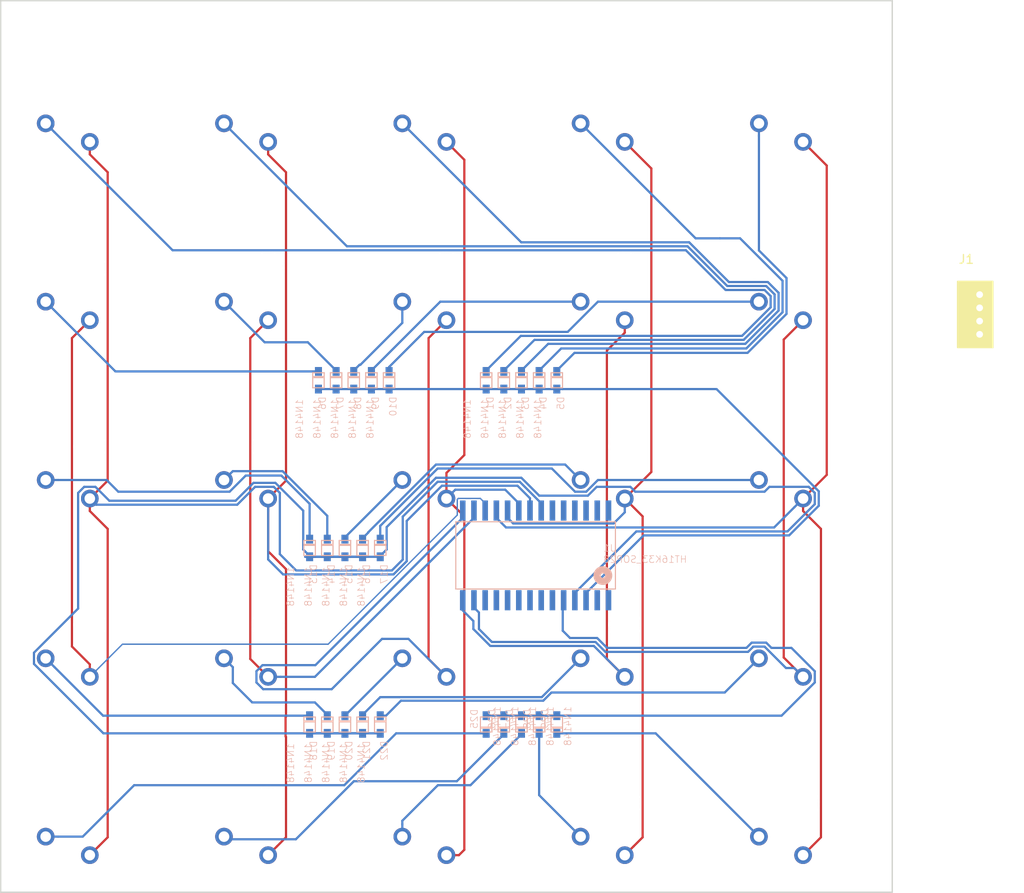
<source format=kicad_pcb>
(kicad_pcb (version 20171130) (host pcbnew "(5.0.0-rc2-dev-623-g26197c333)")

  (general
    (thickness 1.6)
    (drawings 4)
    (tracks 370)
    (zones 0)
    (modules 52)
    (nets 58)
  )

  (page A4)
  (layers
    (0 F.Cu signal)
    (31 B.Cu signal)
    (32 B.Adhes user hide)
    (33 F.Adhes user hide)
    (34 B.Paste user)
    (35 F.Paste user hide)
    (36 B.SilkS user)
    (37 F.SilkS user hide)
    (38 B.Mask user)
    (39 F.Mask user hide)
    (40 Dwgs.User user hide)
    (41 Cmts.User user hide)
    (42 Eco1.User user hide)
    (43 Eco2.User user hide)
    (44 Edge.Cuts user)
    (45 Margin user hide)
    (46 B.CrtYd user)
    (47 F.CrtYd user hide)
    (48 B.Fab user hide)
    (49 F.Fab user)
  )

  (setup
    (last_trace_width 0.1524)
    (trace_clearance 0.1524)
    (zone_clearance 0.508)
    (zone_45_only no)
    (trace_min 0.1524)
    (segment_width 0.2)
    (edge_width 0.15)
    (via_size 0.6858)
    (via_drill 0.3302)
    (via_min_size 0.508)
    (via_min_drill 0.254)
    (uvia_size 0.3)
    (uvia_drill 0.1)
    (uvias_allowed no)
    (uvia_min_size 0.2)
    (uvia_min_drill 0.1)
    (pcb_text_width 0.3)
    (pcb_text_size 1.5 1.5)
    (mod_edge_width 0.15)
    (mod_text_size 1 1)
    (mod_text_width 0.15)
    (pad_size 1.524 1.524)
    (pad_drill 0.762)
    (pad_to_mask_clearance 0.0508)
    (aux_axis_origin 0 0)
    (grid_origin 70 50)
    (visible_elements 7FFFEFFF)
    (pcbplotparams
      (layerselection 0x010fc_ffffffff)
      (usegerberextensions false)
      (usegerberattributes false)
      (usegerberadvancedattributes false)
      (creategerberjobfile false)
      (excludeedgelayer true)
      (linewidth 0.100000)
      (plotframeref false)
      (viasonmask false)
      (mode 1)
      (useauxorigin false)
      (hpglpennumber 1)
      (hpglpenspeed 20)
      (hpglpendiameter 15)
      (psnegative false)
      (psa4output false)
      (plotreference true)
      (plotvalue true)
      (plotinvisibletext false)
      (padsonsilk false)
      (subtractmaskfromsilk false)
      (outputformat 1)
      (mirror false)
      (drillshape 1)
      (scaleselection 1)
      (outputdirectory ""))
  )

  (net 0 "")
  (net 1 "Net-(U1-PadP$1)")
  (net 2 "Net-(U1-PadP$2)")
  (net 3 "Net-(D1-PadA)")
  (net 4 "Net-(D25-PadA)")
  (net 5 "Net-(U1-PadP$6)")
  (net 6 "Net-(U1-PadP$7)")
  (net 7 "Net-(U1-PadP$8)")
  (net 8 "Net-(U1-PadP$9)")
  (net 9 "Net-(U1-PadP$10)")
  (net 10 "Net-(U1-PadP$23)")
  (net 11 "Net-(U1-PadP$24)")
  (net 12 "Net-(U1-PadP$25)")
  (net 13 "Net-(U1-PadP$26)")
  (net 14 "Net-(U1-PadP$27)")
  (net 15 "Net-(U1-PadP$28)")
  (net 16 "Net-(D18-PadC)")
  (net 17 "Net-(D1-PadC)")
  (net 18 "Net-(D2-PadC)")
  (net 19 "Net-(D21-PadC)")
  (net 20 "Net-(D22-PadC)")
  (net 21 "Net-(D25-PadC)")
  (net 22 "Net-(D26-PadC)")
  (net 23 "Net-(D27-PadC)")
  (net 24 "Net-(D29-PadC)")
  (net 25 "Net-(D28-PadC)")
  (net 26 "Net-(D20-PadC)")
  (net 27 "Net-(D3-PadC)")
  (net 28 "Net-(D4-PadC)")
  (net 29 "Net-(D5-PadC)")
  (net 30 "Net-(D6-PadC)")
  (net 31 "Net-(D7-PadC)")
  (net 32 "Net-(D8-PadC)")
  (net 33 "Net-(D9-PadC)")
  (net 34 "Net-(D19-PadC)")
  (net 35 "Net-(D14-PadC)")
  (net 36 "Net-(D10-PadC)")
  (net 37 "Net-(D13-PadC)")
  (net 38 "Net-(D15-PadC)")
  (net 39 "Net-(D16-PadC)")
  (net 40 "Net-(D17-PadC)")
  (net 41 "Net-(D13-PadA)")
  (net 42 "Net-(SW10-Pad1)")
  (net 43 "Net-(SW21-Pad1)")
  (net 44 "Net-(SW20-Pad1)")
  (net 45 "Net-(SW19-Pad1)")
  (net 46 "Net-(SW17-Pad1)")
  (net 47 "Net-(SW16-Pad1)")
  (net 48 "Net-(SW15-Pad1)")
  (net 49 "Net-(SW14-Pad1)")
  (net 50 "Net-(SW1-Pad1)")
  (net 51 "Net-(U1-PadP$11)")
  (net 52 "Net-(U1-PadP$12)")
  (net 53 "Net-(J1-Pad4)")
  (net 54 "Net-(J1-Pad3)")
  (net 55 "Net-(J1-Pad2)")
  (net 56 "Net-(J1-Pad1)")
  (net 57 "Net-(SW18-Pad1)")

  (net_class Default "This is the default net class."
    (clearance 0.1524)
    (trace_width 0.1524)
    (via_dia 0.6858)
    (via_drill 0.3302)
    (uvia_dia 0.3)
    (uvia_drill 0.1)
    (add_net "Net-(D1-PadA)")
    (add_net "Net-(D1-PadC)")
    (add_net "Net-(D10-PadC)")
    (add_net "Net-(D13-PadA)")
    (add_net "Net-(D13-PadC)")
    (add_net "Net-(D14-PadC)")
    (add_net "Net-(D15-PadC)")
    (add_net "Net-(D16-PadC)")
    (add_net "Net-(D17-PadC)")
    (add_net "Net-(D18-PadC)")
    (add_net "Net-(D19-PadC)")
    (add_net "Net-(D2-PadC)")
    (add_net "Net-(D20-PadC)")
    (add_net "Net-(D21-PadC)")
    (add_net "Net-(D22-PadC)")
    (add_net "Net-(D25-PadA)")
    (add_net "Net-(D25-PadC)")
    (add_net "Net-(D26-PadC)")
    (add_net "Net-(D27-PadC)")
    (add_net "Net-(D28-PadC)")
    (add_net "Net-(D29-PadC)")
    (add_net "Net-(D3-PadC)")
    (add_net "Net-(D4-PadC)")
    (add_net "Net-(D5-PadC)")
    (add_net "Net-(D6-PadC)")
    (add_net "Net-(D7-PadC)")
    (add_net "Net-(D8-PadC)")
    (add_net "Net-(D9-PadC)")
    (add_net "Net-(J1-Pad1)")
    (add_net "Net-(J1-Pad2)")
    (add_net "Net-(J1-Pad3)")
    (add_net "Net-(J1-Pad4)")
    (add_net "Net-(SW1-Pad1)")
    (add_net "Net-(SW10-Pad1)")
    (add_net "Net-(SW14-Pad1)")
    (add_net "Net-(SW15-Pad1)")
    (add_net "Net-(SW16-Pad1)")
    (add_net "Net-(SW17-Pad1)")
    (add_net "Net-(SW18-Pad1)")
    (add_net "Net-(SW19-Pad1)")
    (add_net "Net-(SW20-Pad1)")
    (add_net "Net-(SW21-Pad1)")
    (add_net "Net-(U1-PadP$1)")
    (add_net "Net-(U1-PadP$10)")
    (add_net "Net-(U1-PadP$11)")
    (add_net "Net-(U1-PadP$12)")
    (add_net "Net-(U1-PadP$2)")
    (add_net "Net-(U1-PadP$23)")
    (add_net "Net-(U1-PadP$24)")
    (add_net "Net-(U1-PadP$25)")
    (add_net "Net-(U1-PadP$26)")
    (add_net "Net-(U1-PadP$27)")
    (add_net "Net-(U1-PadP$28)")
    (add_net "Net-(U1-PadP$6)")
    (add_net "Net-(U1-PadP$7)")
    (add_net "Net-(U1-PadP$8)")
    (add_net "Net-(U1-PadP$9)")
  )

  (module "Adafruit bicolor 8x8:Kailh-PG1350-1u-No-Clickhole" (layer F.Cu) (tedit 5C178CCA) (tstamp 5C182BAC)
    (at 120.5 100.5)
    (path /5C1E8883)
    (fp_text reference SW15 (at 0 -7.14375 180) (layer Dwgs.User)
      (effects (font (size 1.27 1.524) (thickness 0.2032)))
    )
    (fp_text value SW_Push (at 0 -5.08 180) (layer F.SilkS) hide
      (effects (font (size 1.27 1.524) (thickness 0.2032)))
    )
    (fp_line (start 6.9 6.9) (end -6.9 6.9) (layer Cmts.User) (width 0.1524))
    (fp_line (start -6.9 6.9) (end -6.9 -6.9) (layer Cmts.User) (width 0.1524))
    (fp_line (start -6.9 -6.9) (end 6.9 -6.9) (layer Cmts.User) (width 0.1524))
    (fp_line (start 6.9 -6.9) (end 6.9 6.9) (layer Cmts.User) (width 0.1524))
    (fp_line (start 9 8.5) (end -9 8.5) (layer Dwgs.User) (width 0.1524))
    (fp_line (start -9 8.5) (end -9 -8.5) (layer Dwgs.User) (width 0.1524))
    (fp_line (start -9 -8.5) (end 9 -8.5) (layer Dwgs.User) (width 0.1524))
    (fp_line (start 9 -8.5) (end 9 8.5) (layer Dwgs.User) (width 0.1524))
    (fp_line (start 7.5 7.5) (end -7.5 7.5) (layer Eco2.User) (width 0.1524))
    (fp_line (start -7.5 7.5) (end -7.5 -7.5) (layer Eco2.User) (width 0.1524))
    (fp_line (start -7.5 -7.5) (end 7.5 -7.5) (layer Eco2.User) (width 0.1524))
    (fp_line (start 7.5 -7.5) (end 7.5 7.5) (layer Eco2.User) (width 0.1524))
    (pad "" np_thru_hole circle (at 0 0 180) (size 3.4 3.4) (drill 3.4) (layers *.Cu))
    (pad 1 thru_hole circle (at 0 5.9 180) (size 2 2) (drill 1.2) (layers *.Cu *.Mask)
      (net 48 "Net-(SW15-Pad1)"))
    (pad 2 thru_hole circle (at -5 3.8 41.9) (size 2 2) (drill 1.2) (layers *.Cu *.Mask)
      (net 38 "Net-(D15-PadC)"))
    (pad "" np_thru_hole circle (at -5.5 0 180) (size 1.7 1.7) (drill 1.7) (layers *.Cu))
    (pad "" np_thru_hole circle (at 5.5 0 180) (size 1.7 1.7) (drill 1.7) (layers *.Cu))
    (model /Users/danny/Documents/proj/custom-keyboard/kicad-libs/3d_models/mx-switch.wrl
      (offset (xyz 7.4675998878479 7.4675998878479 5.943599910736085))
      (scale (xyz 0.4 0.4 0.4))
      (rotate (xyz 270 0 180))
    )
    (model /Users/danny/Documents/proj/custom-keyboard/kicad-libs/3d_models/SA-R3-1u.wrl
      (offset (xyz 0 0 11.93799982070923))
      (scale (xyz 0.394 0.394 0.394))
      (rotate (xyz 270 0 0))
    )
  )

  (module "Adafruit bicolor 8x8:Grove_1x04" (layer F.Cu) (tedit 5C190D26) (tstamp 5C19531C)
    (at 180.9 83.3)
    (descr https://statics3.seeedstudio.com/images/opl/datasheet/3470130P1.pdf)
    (tags Grove-1x04)
    (path /5C19CDF1)
    (fp_text reference J1 (at -1.5 -4) (layer F.SilkS)
      (effects (font (size 1 1) (thickness 0.15)))
    )
    (fp_text value Conn_01x04_Female (at 4.19 2.83 90) (layer F.Fab)
      (effects (font (size 1 1) (thickness 0.15)))
    )
    (fp_poly (pts (xy -2.5 -1.5) (xy 1.5 -1.5) (xy 1.5 6) (xy -2.5 6)) (layer F.SilkS) (width 0.15))
    (fp_line (start -2.5 -1.5) (end 1.5 -1.5) (layer F.Fab) (width 0.1))
    (fp_line (start 1.5 -1.5) (end 1.5 6) (layer F.Fab) (width 0.1))
    (fp_line (start 1.5 6) (end -2.5 6) (layer F.Fab) (width 0.1))
    (fp_line (start -2.5 6) (end -2.5 -1.5) (layer F.Fab) (width 0.1))
    (fp_text user 1 (at -1.775 0.075) (layer F.SilkS)
      (effects (font (size 1.5 1.5) (thickness 0.12)))
    )
    (pad 4 thru_hole circle (at 0 4.5) (size 1 1) (drill 0.762) (layers *.Cu *.Mask F.SilkS)
      (net 53 "Net-(J1-Pad4)"))
    (pad 3 thru_hole circle (at 0 3) (size 1 1) (drill 0.762) (layers *.Cu *.Mask F.SilkS)
      (net 54 "Net-(J1-Pad3)"))
    (pad 2 thru_hole circle (at 0 1.5) (size 1 1) (drill 0.762) (layers *.Cu *.Mask F.SilkS)
      (net 55 "Net-(J1-Pad2)"))
    (pad 1 thru_hole circle (at 0 0) (size 1 1) (drill 0.762) (layers *.Cu *.Mask F.SilkS)
      (net 56 "Net-(J1-Pad1)"))
    (model ${KISYS3DMOD}/Connectors.3dshapes/Grove_1x04.wrl
      (at (xyz 0 0 0))
      (scale (xyz 0.3937 0.3937 0.3937))
      (rotate (xyz 0 0 -90))
    )
  )

  (module "Adafruit bicolor 8x8:SOP28_300MIL" (layer B.Cu) (tedit 0) (tstamp 5C190477)
    (at 130.6 112.84 180)
    (path /5C0E73BF)
    (fp_text reference U1 (at -7.62 1.27 180) (layer B.SilkS)
      (effects (font (size 0.77216 0.77216) (thickness 0.065024)) (justify right top mirror))
    )
    (fp_text value HT16K33_SOP28 (at -7.62 0 180) (layer B.SilkS)
      (effects (font (size 0.77216 0.77216) (thickness 0.065024)) (justify right top mirror))
    )
    (fp_poly (pts (xy -8.001 5.5879) (xy -8.509 5.5879) (xy -8.509 3.8735) (xy -8.001 3.8735)) (layer B.Fab) (width 0))
    (fp_poly (pts (xy -6.731 5.5879) (xy -7.239 5.5879) (xy -7.239 3.8735) (xy -6.731 3.8735)) (layer B.Fab) (width 0))
    (fp_poly (pts (xy -5.461 5.5879) (xy -5.969 5.5879) (xy -5.969 3.8735) (xy -5.461 3.8735)) (layer B.Fab) (width 0))
    (fp_poly (pts (xy -4.191 5.5879) (xy -4.699 5.5879) (xy -4.699 3.8735) (xy -4.191 3.8735)) (layer B.Fab) (width 0))
    (fp_poly (pts (xy -2.921 5.5879) (xy -3.429 5.5879) (xy -3.429 3.8735) (xy -2.921 3.8735)) (layer B.Fab) (width 0))
    (fp_poly (pts (xy -1.651 5.5879) (xy -2.159 5.5879) (xy -2.159 3.8735) (xy -1.651 3.8735)) (layer B.Fab) (width 0))
    (fp_poly (pts (xy -0.381 5.5879) (xy -0.889 5.5879) (xy -0.889 3.8735) (xy -0.381 3.8735)) (layer B.Fab) (width 0))
    (fp_poly (pts (xy 0.889 5.5879) (xy 0.381 5.5879) (xy 0.381 3.8735) (xy 0.889 3.8735)) (layer B.Fab) (width 0))
    (fp_poly (pts (xy 2.159 5.5879) (xy 1.651 5.5879) (xy 1.651 3.8735) (xy 2.159 3.8735)) (layer B.Fab) (width 0))
    (fp_poly (pts (xy 3.429 5.5879) (xy 2.921 5.5879) (xy 2.921 3.8735) (xy 3.429 3.8735)) (layer B.Fab) (width 0))
    (fp_poly (pts (xy 4.699 5.5879) (xy 4.191 5.5879) (xy 4.191 3.8735) (xy 4.699 3.8735)) (layer B.Fab) (width 0))
    (fp_poly (pts (xy 5.969 5.5879) (xy 5.461 5.5879) (xy 5.461 3.8735) (xy 5.969 3.8735)) (layer B.Fab) (width 0))
    (fp_poly (pts (xy 7.239 5.5879) (xy 6.731 5.5879) (xy 6.731 3.8735) (xy 7.239 3.8735)) (layer B.Fab) (width 0))
    (fp_poly (pts (xy 8.509 5.5879) (xy 8.001 5.5879) (xy 8.001 3.8735) (xy 8.509 3.8735)) (layer B.Fab) (width 0))
    (fp_poly (pts (xy 8.001 -5.5879) (xy 8.509 -5.5879) (xy 8.509 -3.8735) (xy 8.001 -3.8735)) (layer B.Fab) (width 0))
    (fp_poly (pts (xy 6.731 -5.5879) (xy 7.239 -5.5879) (xy 7.239 -3.8735) (xy 6.731 -3.8735)) (layer B.Fab) (width 0))
    (fp_poly (pts (xy 5.461 -5.5879) (xy 5.969 -5.5879) (xy 5.969 -3.8735) (xy 5.461 -3.8735)) (layer B.Fab) (width 0))
    (fp_poly (pts (xy 4.191 -5.5879) (xy 4.699 -5.5879) (xy 4.699 -3.8735) (xy 4.191 -3.8735)) (layer B.Fab) (width 0))
    (fp_poly (pts (xy 2.921 -5.5879) (xy 3.429 -5.5879) (xy 3.429 -3.8735) (xy 2.921 -3.8735)) (layer B.Fab) (width 0))
    (fp_poly (pts (xy 1.651 -5.5879) (xy 2.159 -5.5879) (xy 2.159 -3.8735) (xy 1.651 -3.8735)) (layer B.Fab) (width 0))
    (fp_poly (pts (xy 0.381 -5.5879) (xy 0.889 -5.5879) (xy 0.889 -3.8735) (xy 0.381 -3.8735)) (layer B.Fab) (width 0))
    (fp_poly (pts (xy -0.889 -5.5879) (xy -0.381 -5.5879) (xy -0.381 -3.8735) (xy -0.889 -3.8735)) (layer B.Fab) (width 0))
    (fp_poly (pts (xy -2.159 -5.5879) (xy -1.651 -5.5879) (xy -1.651 -3.8735) (xy -2.159 -3.8735)) (layer B.Fab) (width 0))
    (fp_poly (pts (xy -3.429 -5.5879) (xy -2.921 -5.5879) (xy -2.921 -3.8735) (xy -3.429 -3.8735)) (layer B.Fab) (width 0))
    (fp_poly (pts (xy -4.699 -5.5879) (xy -4.191 -5.5879) (xy -4.191 -3.8735) (xy -4.699 -3.8735)) (layer B.Fab) (width 0))
    (fp_poly (pts (xy -5.969 -5.5879) (xy -5.461 -5.5879) (xy -5.461 -3.8735) (xy -5.969 -3.8735)) (layer B.Fab) (width 0))
    (fp_poly (pts (xy -7.239 -5.5879) (xy -6.731 -5.5879) (xy -6.731 -3.8735) (xy -7.239 -3.8735)) (layer B.Fab) (width 0))
    (fp_poly (pts (xy -8.509 -5.588) (xy -8.001 -5.588) (xy -8.001 -3.8735) (xy -8.509 -3.8735)) (layer B.Fab) (width 0))
    (fp_circle (center -7.62 -2.286) (end -7.366 -2.286) (layer B.SilkS) (width 0.8128))
    (fp_line (start -9.0424 -3.81) (end 9.0424 -3.81) (layer B.SilkS) (width 0.127))
    (fp_line (start 9.0424 -3.81) (end 9.0424 3.81) (layer B.SilkS) (width 0.127))
    (fp_line (start -9.0424 3.81) (end -9.0424 -3.81) (layer B.SilkS) (width 0.127))
    (fp_line (start 9.0424 3.81) (end -9.0424 3.81) (layer B.SilkS) (width 0.127))
    (fp_line (start -8.8646 -3.302) (end 8.8646 -3.302) (layer B.Fab) (width 0.127))
    (fp_line (start -8.8646 3.302) (end -8.8646 -3.302) (layer B.Fab) (width 0.127))
    (fp_line (start 8.8646 3.302) (end -8.8646 3.302) (layer B.Fab) (width 0.127))
    (fp_line (start 8.8646 -3.302) (end 8.8646 3.302) (layer B.Fab) (width 0.127))
    (fp_line (start -9.0424 -3.81) (end 9.0424 -3.81) (layer B.Fab) (width 0.127))
    (fp_line (start -9.0424 3.81) (end -9.0424 -3.81) (layer B.Fab) (width 0.127))
    (fp_line (start 9.0424 3.81) (end -9.0424 3.81) (layer B.Fab) (width 0.127))
    (fp_line (start 9.0424 -3.81) (end 9.0424 3.81) (layer B.Fab) (width 0.127))
    (pad P$28 smd rect (at -8.255 5.08) (size 0.635 2.286) (layers B.Cu B.Paste B.Mask)
      (net 15 "Net-(U1-PadP$28)") (solder_mask_margin 0.1016))
    (pad P$27 smd rect (at -6.985 5.08) (size 0.635 2.286) (layers B.Cu B.Paste B.Mask)
      (net 14 "Net-(U1-PadP$27)") (solder_mask_margin 0.1016))
    (pad P$26 smd rect (at -5.715 5.08) (size 0.635 2.286) (layers B.Cu B.Paste B.Mask)
      (net 13 "Net-(U1-PadP$26)") (solder_mask_margin 0.1016))
    (pad P$25 smd rect (at -4.445 5.08) (size 0.635 2.286) (layers B.Cu B.Paste B.Mask)
      (net 12 "Net-(U1-PadP$25)") (solder_mask_margin 0.1016))
    (pad P$24 smd rect (at -3.175 5.08) (size 0.635 2.286) (layers B.Cu B.Paste B.Mask)
      (net 11 "Net-(U1-PadP$24)") (solder_mask_margin 0.1016))
    (pad P$23 smd rect (at -1.905 5.08) (size 0.635 2.286) (layers B.Cu B.Paste B.Mask)
      (net 10 "Net-(U1-PadP$23)") (solder_mask_margin 0.1016))
    (pad P$22 smd rect (at -0.635 5.08) (size 0.635 2.286) (layers B.Cu B.Paste B.Mask)
      (net 50 "Net-(SW1-Pad1)") (solder_mask_margin 0.1016))
    (pad P$21 smd rect (at 0.635 5.08) (size 0.635 2.286) (layers B.Cu B.Paste B.Mask)
      (net 49 "Net-(SW14-Pad1)") (solder_mask_margin 0.1016))
    (pad P$20 smd rect (at 1.905 5.08) (size 0.635 2.286) (layers B.Cu B.Paste B.Mask)
      (net 48 "Net-(SW15-Pad1)") (solder_mask_margin 0.1016))
    (pad P$19 smd rect (at 3.175 5.08) (size 0.635 2.286) (layers B.Cu B.Paste B.Mask)
      (net 47 "Net-(SW16-Pad1)") (solder_mask_margin 0.1016))
    (pad P$18 smd rect (at 4.445 5.08) (size 0.635 2.286) (layers B.Cu B.Paste B.Mask)
      (net 46 "Net-(SW17-Pad1)") (solder_mask_margin 0.1016))
    (pad P$17 smd rect (at 5.715 5.08) (size 0.635 2.286) (layers B.Cu B.Paste B.Mask)
      (net 57 "Net-(SW18-Pad1)") (solder_mask_margin 0.1016))
    (pad P$16 smd rect (at 6.985 5.08) (size 0.635 2.286) (layers B.Cu B.Paste B.Mask)
      (net 45 "Net-(SW19-Pad1)") (solder_mask_margin 0.1016))
    (pad P$15 smd rect (at 8.255 5.08) (size 0.635 2.286) (layers B.Cu B.Paste B.Mask)
      (net 44 "Net-(SW20-Pad1)") (solder_mask_margin 0.1016))
    (pad P$14 smd rect (at 8.255 -5.08 180) (size 0.635 2.286) (layers B.Cu B.Paste B.Mask)
      (net 43 "Net-(SW21-Pad1)") (solder_mask_margin 0.1016))
    (pad P$13 smd rect (at 6.985 -5.08 180) (size 0.635 2.286) (layers B.Cu B.Paste B.Mask)
      (net 42 "Net-(SW10-Pad1)") (solder_mask_margin 0.1016))
    (pad P$12 smd rect (at 5.715 -5.08 180) (size 0.635 2.286) (layers B.Cu B.Paste B.Mask)
      (net 52 "Net-(U1-PadP$12)") (solder_mask_margin 0.1016))
    (pad P$11 smd rect (at 4.445 -5.08 180) (size 0.635 2.286) (layers B.Cu B.Paste B.Mask)
      (net 51 "Net-(U1-PadP$11)") (solder_mask_margin 0.1016))
    (pad P$10 smd rect (at 3.175 -5.08 180) (size 0.635 2.286) (layers B.Cu B.Paste B.Mask)
      (net 9 "Net-(U1-PadP$10)") (solder_mask_margin 0.1016))
    (pad P$9 smd rect (at 1.905 -5.08 180) (size 0.635 2.286) (layers B.Cu B.Paste B.Mask)
      (net 8 "Net-(U1-PadP$9)") (solder_mask_margin 0.1016))
    (pad P$8 smd rect (at 0.635 -5.08 180) (size 0.635 2.286) (layers B.Cu B.Paste B.Mask)
      (net 7 "Net-(U1-PadP$8)") (solder_mask_margin 0.1016))
    (pad P$7 smd rect (at -0.635 -5.08 180) (size 0.635 2.286) (layers B.Cu B.Paste B.Mask)
      (net 6 "Net-(U1-PadP$7)") (solder_mask_margin 0.1016))
    (pad P$6 smd rect (at -1.905 -5.08 180) (size 0.635 2.286) (layers B.Cu B.Paste B.Mask)
      (net 5 "Net-(U1-PadP$6)") (solder_mask_margin 0.1016))
    (pad P$5 smd rect (at -3.175 -5.08 180) (size 0.635 2.286) (layers B.Cu B.Paste B.Mask)
      (net 4 "Net-(D25-PadA)") (solder_mask_margin 0.1016))
    (pad P$4 smd rect (at -4.445 -5.08 180) (size 0.635 2.286) (layers B.Cu B.Paste B.Mask)
      (net 41 "Net-(D13-PadA)") (solder_mask_margin 0.1016))
    (pad P$3 smd rect (at -5.715 -5.08 180) (size 0.635 2.286) (layers B.Cu B.Paste B.Mask)
      (net 3 "Net-(D1-PadA)") (solder_mask_margin 0.1016))
    (pad P$2 smd rect (at -6.985 -5.08 180) (size 0.635 2.286) (layers B.Cu B.Paste B.Mask)
      (net 2 "Net-(U1-PadP$2)") (solder_mask_margin 0.1016))
    (pad P$1 smd rect (at -8.255 -5.08 180) (size 0.635 2.286) (layers B.Cu B.Paste B.Mask)
      (net 1 "Net-(U1-PadP$1)") (solder_mask_margin 0.1016))
  )

  (module "Adafruit bicolor 8x8:Kailh-PG1350-1u-No-Clickhole" (layer F.Cu) (tedit 5C178CCA) (tstamp 5C101686)
    (at 120.5 120.7)
    (path /5C25FC72)
    (fp_text reference SW20 (at 0 -7.14375 180) (layer Dwgs.User)
      (effects (font (size 1.27 1.524) (thickness 0.2032)))
    )
    (fp_text value SW_Push (at 0 -5.08 180) (layer F.SilkS) hide
      (effects (font (size 1.27 1.524) (thickness 0.2032)))
    )
    (fp_line (start 6.9 6.9) (end -6.9 6.9) (layer Cmts.User) (width 0.1524))
    (fp_line (start -6.9 6.9) (end -6.9 -6.9) (layer Cmts.User) (width 0.1524))
    (fp_line (start -6.9 -6.9) (end 6.9 -6.9) (layer Cmts.User) (width 0.1524))
    (fp_line (start 6.9 -6.9) (end 6.9 6.9) (layer Cmts.User) (width 0.1524))
    (fp_line (start 9 8.5) (end -9 8.5) (layer Dwgs.User) (width 0.1524))
    (fp_line (start -9 8.5) (end -9 -8.5) (layer Dwgs.User) (width 0.1524))
    (fp_line (start -9 -8.5) (end 9 -8.5) (layer Dwgs.User) (width 0.1524))
    (fp_line (start 9 -8.5) (end 9 8.5) (layer Dwgs.User) (width 0.1524))
    (fp_line (start 7.5 7.5) (end -7.5 7.5) (layer Eco2.User) (width 0.1524))
    (fp_line (start -7.5 7.5) (end -7.5 -7.5) (layer Eco2.User) (width 0.1524))
    (fp_line (start -7.5 -7.5) (end 7.5 -7.5) (layer Eco2.User) (width 0.1524))
    (fp_line (start 7.5 -7.5) (end 7.5 7.5) (layer Eco2.User) (width 0.1524))
    (pad "" np_thru_hole circle (at 0 0 180) (size 3.4 3.4) (drill 3.4) (layers *.Cu))
    (pad 1 thru_hole circle (at 0 5.9 180) (size 2 2) (drill 1.2) (layers *.Cu *.Mask)
      (net 44 "Net-(SW20-Pad1)"))
    (pad 2 thru_hole circle (at -5 3.8 41.9) (size 2 2) (drill 1.2) (layers *.Cu *.Mask)
      (net 26 "Net-(D20-PadC)"))
    (pad "" np_thru_hole circle (at -5.5 0 180) (size 1.7 1.7) (drill 1.7) (layers *.Cu))
    (pad "" np_thru_hole circle (at 5.5 0 180) (size 1.7 1.7) (drill 1.7) (layers *.Cu))
    (model /Users/danny/Documents/proj/custom-keyboard/kicad-libs/3d_models/mx-switch.wrl
      (offset (xyz 7.4675998878479 7.4675998878479 5.943599910736085))
      (scale (xyz 0.4 0.4 0.4))
      (rotate (xyz 270 0 180))
    )
    (model /Users/danny/Documents/proj/custom-keyboard/kicad-libs/3d_models/SA-R3-1u.wrl
      (offset (xyz 0 0 11.93799982070923))
      (scale (xyz 0.394 0.394 0.394))
      (rotate (xyz 270 0 0))
    )
  )

  (module "Adafruit bicolor 8x8:SOD-323F" (layer B.Cu) (tedit 0) (tstamp 5C1826E1)
    (at 112 93 90)
    (path /5C26B4F2)
    (fp_text reference D9 (at -1.8 0.9 90) (layer B.SilkS)
      (effects (font (size 0.77216 0.77216) (thickness 0.065024)) (justify left bottom mirror))
    )
    (fp_text value 1N4148 (at -2.1 -1.7 90) (layer B.SilkS)
      (effects (font (size 0.77216 0.77216) (thickness 0.065024)) (justify left bottom mirror))
    )
    (fp_line (start 1.2 -0.2) (end 0.9 -0.2) (layer B.Fab) (width 0.127))
    (fp_line (start 1.2 0.2) (end 1.2 -0.2) (layer B.Fab) (width 0.127))
    (fp_line (start 0.9 0.2) (end 1.2 0.2) (layer B.Fab) (width 0.127))
    (fp_line (start -1.2 -0.2) (end -0.9 -0.2) (layer B.Fab) (width 0.127))
    (fp_line (start -1.2 0.2) (end -1.2 -0.2) (layer B.Fab) (width 0.127))
    (fp_line (start -0.9 0.2) (end -1.2 0.2) (layer B.Fab) (width 0.127))
    (fp_line (start 0.3 -0.6) (end 0.3 0.6) (layer B.SilkS) (width 0.127))
    (fp_line (start 0.4 -0.6) (end 0.3 -0.6) (layer B.SilkS) (width 0.127))
    (fp_line (start 0.4 0.6) (end 0.4 -0.6) (layer B.SilkS) (width 0.127))
    (fp_line (start -0.85 -0.65) (end -0.85 0.65) (layer B.SilkS) (width 0.127))
    (fp_line (start 0.85 -0.65) (end -0.85 -0.65) (layer B.SilkS) (width 0.127))
    (fp_line (start 0.85 0.65) (end 0.85 -0.65) (layer B.SilkS) (width 0.127))
    (fp_line (start -0.85 0.65) (end 0.85 0.65) (layer B.SilkS) (width 0.127))
    (pad C smd rect (at 1 0 90) (size 1 0.8) (layers B.Cu B.Paste B.Mask)
      (net 33 "Net-(D9-PadC)") (solder_mask_margin 0.1016))
    (pad A smd rect (at -1 0 90) (size 1 0.8) (layers B.Cu B.Paste B.Mask)
      (net 3 "Net-(D1-PadA)") (solder_mask_margin 0.1016))
  )

  (module "Adafruit bicolor 8x8:SOD-323F" (layer B.Cu) (tedit 0) (tstamp 5C1826AB)
    (at 110 93 90)
    (path /5C25FCD8)
    (fp_text reference D8 (at -1.8 0.9 90) (layer B.SilkS)
      (effects (font (size 0.77216 0.77216) (thickness 0.065024)) (justify left bottom mirror))
    )
    (fp_text value 1N4148 (at -2.1 -1.7 90) (layer B.SilkS)
      (effects (font (size 0.77216 0.77216) (thickness 0.065024)) (justify left bottom mirror))
    )
    (fp_line (start 1.2 -0.2) (end 0.9 -0.2) (layer B.Fab) (width 0.127))
    (fp_line (start 1.2 0.2) (end 1.2 -0.2) (layer B.Fab) (width 0.127))
    (fp_line (start 0.9 0.2) (end 1.2 0.2) (layer B.Fab) (width 0.127))
    (fp_line (start -1.2 -0.2) (end -0.9 -0.2) (layer B.Fab) (width 0.127))
    (fp_line (start -1.2 0.2) (end -1.2 -0.2) (layer B.Fab) (width 0.127))
    (fp_line (start -0.9 0.2) (end -1.2 0.2) (layer B.Fab) (width 0.127))
    (fp_line (start 0.3 -0.6) (end 0.3 0.6) (layer B.SilkS) (width 0.127))
    (fp_line (start 0.4 -0.6) (end 0.3 -0.6) (layer B.SilkS) (width 0.127))
    (fp_line (start 0.4 0.6) (end 0.4 -0.6) (layer B.SilkS) (width 0.127))
    (fp_line (start -0.85 -0.65) (end -0.85 0.65) (layer B.SilkS) (width 0.127))
    (fp_line (start 0.85 -0.65) (end -0.85 -0.65) (layer B.SilkS) (width 0.127))
    (fp_line (start 0.85 0.65) (end 0.85 -0.65) (layer B.SilkS) (width 0.127))
    (fp_line (start -0.85 0.65) (end 0.85 0.65) (layer B.SilkS) (width 0.127))
    (pad C smd rect (at 1 0 90) (size 1 0.8) (layers B.Cu B.Paste B.Mask)
      (net 32 "Net-(D8-PadC)") (solder_mask_margin 0.1016))
    (pad A smd rect (at -1 0 90) (size 1 0.8) (layers B.Cu B.Paste B.Mask)
      (net 3 "Net-(D1-PadA)") (solder_mask_margin 0.1016))
  )

  (module "Adafruit bicolor 8x8:SOD-323F" (layer B.Cu) (tedit 0) (tstamp 5C182675)
    (at 114 93 90)
    (path /5C26B506)
    (fp_text reference D10 (at -1.8 0.9 90) (layer B.SilkS)
      (effects (font (size 0.77216 0.77216) (thickness 0.065024)) (justify left bottom mirror))
    )
    (fp_text value 1N4148 (at -2.1 -1.7 90) (layer B.SilkS)
      (effects (font (size 0.77216 0.77216) (thickness 0.065024)) (justify left bottom mirror))
    )
    (fp_line (start 1.2 -0.2) (end 0.9 -0.2) (layer B.Fab) (width 0.127))
    (fp_line (start 1.2 0.2) (end 1.2 -0.2) (layer B.Fab) (width 0.127))
    (fp_line (start 0.9 0.2) (end 1.2 0.2) (layer B.Fab) (width 0.127))
    (fp_line (start -1.2 -0.2) (end -0.9 -0.2) (layer B.Fab) (width 0.127))
    (fp_line (start -1.2 0.2) (end -1.2 -0.2) (layer B.Fab) (width 0.127))
    (fp_line (start -0.9 0.2) (end -1.2 0.2) (layer B.Fab) (width 0.127))
    (fp_line (start 0.3 -0.6) (end 0.3 0.6) (layer B.SilkS) (width 0.127))
    (fp_line (start 0.4 -0.6) (end 0.3 -0.6) (layer B.SilkS) (width 0.127))
    (fp_line (start 0.4 0.6) (end 0.4 -0.6) (layer B.SilkS) (width 0.127))
    (fp_line (start -0.85 -0.65) (end -0.85 0.65) (layer B.SilkS) (width 0.127))
    (fp_line (start 0.85 -0.65) (end -0.85 -0.65) (layer B.SilkS) (width 0.127))
    (fp_line (start 0.85 0.65) (end 0.85 -0.65) (layer B.SilkS) (width 0.127))
    (fp_line (start -0.85 0.65) (end 0.85 0.65) (layer B.SilkS) (width 0.127))
    (pad C smd rect (at 1 0 90) (size 1 0.8) (layers B.Cu B.Paste B.Mask)
      (net 36 "Net-(D10-PadC)") (solder_mask_margin 0.1016))
    (pad A smd rect (at -1 0 90) (size 1 0.8) (layers B.Cu B.Paste B.Mask)
      (net 3 "Net-(D1-PadA)") (solder_mask_margin 0.1016))
  )

  (module "Adafruit bicolor 8x8:SOD-323F" (layer B.Cu) (tedit 0) (tstamp 5C18263F)
    (at 108 93 90)
    (path /5C25FCC4)
    (fp_text reference D7 (at -1.8 0.9 90) (layer B.SilkS)
      (effects (font (size 0.77216 0.77216) (thickness 0.065024)) (justify left bottom mirror))
    )
    (fp_text value 1N4148 (at -2.1 -1.7 90) (layer B.SilkS)
      (effects (font (size 0.77216 0.77216) (thickness 0.065024)) (justify left bottom mirror))
    )
    (fp_line (start 1.2 -0.2) (end 0.9 -0.2) (layer B.Fab) (width 0.127))
    (fp_line (start 1.2 0.2) (end 1.2 -0.2) (layer B.Fab) (width 0.127))
    (fp_line (start 0.9 0.2) (end 1.2 0.2) (layer B.Fab) (width 0.127))
    (fp_line (start -1.2 -0.2) (end -0.9 -0.2) (layer B.Fab) (width 0.127))
    (fp_line (start -1.2 0.2) (end -1.2 -0.2) (layer B.Fab) (width 0.127))
    (fp_line (start -0.9 0.2) (end -1.2 0.2) (layer B.Fab) (width 0.127))
    (fp_line (start 0.3 -0.6) (end 0.3 0.6) (layer B.SilkS) (width 0.127))
    (fp_line (start 0.4 -0.6) (end 0.3 -0.6) (layer B.SilkS) (width 0.127))
    (fp_line (start 0.4 0.6) (end 0.4 -0.6) (layer B.SilkS) (width 0.127))
    (fp_line (start -0.85 -0.65) (end -0.85 0.65) (layer B.SilkS) (width 0.127))
    (fp_line (start 0.85 -0.65) (end -0.85 -0.65) (layer B.SilkS) (width 0.127))
    (fp_line (start 0.85 0.65) (end 0.85 -0.65) (layer B.SilkS) (width 0.127))
    (fp_line (start -0.85 0.65) (end 0.85 0.65) (layer B.SilkS) (width 0.127))
    (pad C smd rect (at 1 0 90) (size 1 0.8) (layers B.Cu B.Paste B.Mask)
      (net 31 "Net-(D7-PadC)") (solder_mask_margin 0.1016))
    (pad A smd rect (at -1 0 90) (size 1 0.8) (layers B.Cu B.Paste B.Mask)
      (net 3 "Net-(D1-PadA)") (solder_mask_margin 0.1016))
  )

  (module "Adafruit bicolor 8x8:SOD-323F" (layer B.Cu) (tedit 0) (tstamp 5C182609)
    (at 106 93 90)
    (path /5C25FCA9)
    (fp_text reference D6 (at -1.8 0.9 90) (layer B.SilkS)
      (effects (font (size 0.77216 0.77216) (thickness 0.065024)) (justify left bottom mirror))
    )
    (fp_text value 1N4148 (at -2.1 -1.7 90) (layer B.SilkS)
      (effects (font (size 0.77216 0.77216) (thickness 0.065024)) (justify left bottom mirror))
    )
    (fp_line (start 1.2 -0.2) (end 0.9 -0.2) (layer B.Fab) (width 0.127))
    (fp_line (start 1.2 0.2) (end 1.2 -0.2) (layer B.Fab) (width 0.127))
    (fp_line (start 0.9 0.2) (end 1.2 0.2) (layer B.Fab) (width 0.127))
    (fp_line (start -1.2 -0.2) (end -0.9 -0.2) (layer B.Fab) (width 0.127))
    (fp_line (start -1.2 0.2) (end -1.2 -0.2) (layer B.Fab) (width 0.127))
    (fp_line (start -0.9 0.2) (end -1.2 0.2) (layer B.Fab) (width 0.127))
    (fp_line (start 0.3 -0.6) (end 0.3 0.6) (layer B.SilkS) (width 0.127))
    (fp_line (start 0.4 -0.6) (end 0.3 -0.6) (layer B.SilkS) (width 0.127))
    (fp_line (start 0.4 0.6) (end 0.4 -0.6) (layer B.SilkS) (width 0.127))
    (fp_line (start -0.85 -0.65) (end -0.85 0.65) (layer B.SilkS) (width 0.127))
    (fp_line (start 0.85 -0.65) (end -0.85 -0.65) (layer B.SilkS) (width 0.127))
    (fp_line (start 0.85 0.65) (end 0.85 -0.65) (layer B.SilkS) (width 0.127))
    (fp_line (start -0.85 0.65) (end 0.85 0.65) (layer B.SilkS) (width 0.127))
    (pad C smd rect (at 1 0 90) (size 1 0.8) (layers B.Cu B.Paste B.Mask)
      (net 30 "Net-(D6-PadC)") (solder_mask_margin 0.1016))
    (pad A smd rect (at -1 0 90) (size 1 0.8) (layers B.Cu B.Paste B.Mask)
      (net 3 "Net-(D1-PadA)") (solder_mask_margin 0.1016))
  )

  (module "Adafruit bicolor 8x8:Kailh-PG1350-1u-No-Clickhole" (layer F.Cu) (tedit 5C178CCA) (tstamp 5C17F7A2)
    (at 160.9 80.3)
    (path /5C26B50D)
    (fp_text reference SW10 (at 0 -7.14375 180) (layer Dwgs.User)
      (effects (font (size 1.27 1.524) (thickness 0.2032)))
    )
    (fp_text value SW_Push (at 0 -5.08 180) (layer F.SilkS) hide
      (effects (font (size 1.27 1.524) (thickness 0.2032)))
    )
    (fp_line (start 6.9 6.9) (end -6.9 6.9) (layer Cmts.User) (width 0.1524))
    (fp_line (start -6.9 6.9) (end -6.9 -6.9) (layer Cmts.User) (width 0.1524))
    (fp_line (start -6.9 -6.9) (end 6.9 -6.9) (layer Cmts.User) (width 0.1524))
    (fp_line (start 6.9 -6.9) (end 6.9 6.9) (layer Cmts.User) (width 0.1524))
    (fp_line (start 9 8.5) (end -9 8.5) (layer Dwgs.User) (width 0.1524))
    (fp_line (start -9 8.5) (end -9 -8.5) (layer Dwgs.User) (width 0.1524))
    (fp_line (start -9 -8.5) (end 9 -8.5) (layer Dwgs.User) (width 0.1524))
    (fp_line (start 9 -8.5) (end 9 8.5) (layer Dwgs.User) (width 0.1524))
    (fp_line (start 7.5 7.5) (end -7.5 7.5) (layer Eco2.User) (width 0.1524))
    (fp_line (start -7.5 7.5) (end -7.5 -7.5) (layer Eco2.User) (width 0.1524))
    (fp_line (start -7.5 -7.5) (end 7.5 -7.5) (layer Eco2.User) (width 0.1524))
    (fp_line (start 7.5 -7.5) (end 7.5 7.5) (layer Eco2.User) (width 0.1524))
    (pad "" np_thru_hole circle (at 0 0 180) (size 3.4 3.4) (drill 3.4) (layers *.Cu))
    (pad 1 thru_hole circle (at 0 5.9 180) (size 2 2) (drill 1.2) (layers *.Cu *.Mask)
      (net 42 "Net-(SW10-Pad1)"))
    (pad 2 thru_hole circle (at -5 3.8 41.9) (size 2 2) (drill 1.2) (layers *.Cu *.Mask)
      (net 36 "Net-(D10-PadC)"))
    (pad "" np_thru_hole circle (at -5.5 0 180) (size 1.7 1.7) (drill 1.7) (layers *.Cu))
    (pad "" np_thru_hole circle (at 5.5 0 180) (size 1.7 1.7) (drill 1.7) (layers *.Cu))
    (model /Users/danny/Documents/proj/custom-keyboard/kicad-libs/3d_models/mx-switch.wrl
      (offset (xyz 7.4675998878479 7.4675998878479 5.943599910736085))
      (scale (xyz 0.4 0.4 0.4))
      (rotate (xyz 270 0 180))
    )
    (model /Users/danny/Documents/proj/custom-keyboard/kicad-libs/3d_models/SA-R3-1u.wrl
      (offset (xyz 0 0 11.93799982070923))
      (scale (xyz 0.394 0.394 0.394))
      (rotate (xyz 270 0 0))
    )
  )

  (module "Adafruit bicolor 8x8:Kailh-PG1350-1u-No-Clickhole" (layer F.Cu) (tedit 5C178CCA) (tstamp 5C17F47B)
    (at 160.9 120.7)
    (path /5C26B475)
    (fp_text reference SW22 (at 0 -7.14375 180) (layer Dwgs.User)
      (effects (font (size 1.27 1.524) (thickness 0.2032)))
    )
    (fp_text value SW_Push (at 0 -5.08 180) (layer F.SilkS) hide
      (effects (font (size 1.27 1.524) (thickness 0.2032)))
    )
    (fp_line (start 6.9 6.9) (end -6.9 6.9) (layer Cmts.User) (width 0.1524))
    (fp_line (start -6.9 6.9) (end -6.9 -6.9) (layer Cmts.User) (width 0.1524))
    (fp_line (start -6.9 -6.9) (end 6.9 -6.9) (layer Cmts.User) (width 0.1524))
    (fp_line (start 6.9 -6.9) (end 6.9 6.9) (layer Cmts.User) (width 0.1524))
    (fp_line (start 9 8.5) (end -9 8.5) (layer Dwgs.User) (width 0.1524))
    (fp_line (start -9 8.5) (end -9 -8.5) (layer Dwgs.User) (width 0.1524))
    (fp_line (start -9 -8.5) (end 9 -8.5) (layer Dwgs.User) (width 0.1524))
    (fp_line (start 9 -8.5) (end 9 8.5) (layer Dwgs.User) (width 0.1524))
    (fp_line (start 7.5 7.5) (end -7.5 7.5) (layer Eco2.User) (width 0.1524))
    (fp_line (start -7.5 7.5) (end -7.5 -7.5) (layer Eco2.User) (width 0.1524))
    (fp_line (start -7.5 -7.5) (end 7.5 -7.5) (layer Eco2.User) (width 0.1524))
    (fp_line (start 7.5 -7.5) (end 7.5 7.5) (layer Eco2.User) (width 0.1524))
    (pad "" np_thru_hole circle (at 0 0 180) (size 3.4 3.4) (drill 3.4) (layers *.Cu))
    (pad 1 thru_hole circle (at 0 5.9 180) (size 2 2) (drill 1.2) (layers *.Cu *.Mask)
      (net 42 "Net-(SW10-Pad1)"))
    (pad 2 thru_hole circle (at -5 3.8 41.9) (size 2 2) (drill 1.2) (layers *.Cu *.Mask)
      (net 20 "Net-(D22-PadC)"))
    (pad "" np_thru_hole circle (at -5.5 0 180) (size 1.7 1.7) (drill 1.7) (layers *.Cu))
    (pad "" np_thru_hole circle (at 5.5 0 180) (size 1.7 1.7) (drill 1.7) (layers *.Cu))
    (model /Users/danny/Documents/proj/custom-keyboard/kicad-libs/3d_models/mx-switch.wrl
      (offset (xyz 7.4675998878479 7.4675998878479 5.943599910736085))
      (scale (xyz 0.4 0.4 0.4))
      (rotate (xyz 270 0 180))
    )
    (model /Users/danny/Documents/proj/custom-keyboard/kicad-libs/3d_models/SA-R3-1u.wrl
      (offset (xyz 0 0 11.93799982070923))
      (scale (xyz 0.394 0.394 0.394))
      (rotate (xyz 270 0 0))
    )
  )

  (module "Adafruit bicolor 8x8:Kailh-PG1350-1u-No-Clickhole" (layer F.Cu) (tedit 5C178CCA) (tstamp 5C17F460)
    (at 140.7 120.7)
    (path /5C26B461)
    (fp_text reference SW21 (at 0 -7.14375 180) (layer Dwgs.User)
      (effects (font (size 1.27 1.524) (thickness 0.2032)))
    )
    (fp_text value SW_Push (at 0 -5.08 180) (layer F.SilkS) hide
      (effects (font (size 1.27 1.524) (thickness 0.2032)))
    )
    (fp_line (start 6.9 6.9) (end -6.9 6.9) (layer Cmts.User) (width 0.1524))
    (fp_line (start -6.9 6.9) (end -6.9 -6.9) (layer Cmts.User) (width 0.1524))
    (fp_line (start -6.9 -6.9) (end 6.9 -6.9) (layer Cmts.User) (width 0.1524))
    (fp_line (start 6.9 -6.9) (end 6.9 6.9) (layer Cmts.User) (width 0.1524))
    (fp_line (start 9 8.5) (end -9 8.5) (layer Dwgs.User) (width 0.1524))
    (fp_line (start -9 8.5) (end -9 -8.5) (layer Dwgs.User) (width 0.1524))
    (fp_line (start -9 -8.5) (end 9 -8.5) (layer Dwgs.User) (width 0.1524))
    (fp_line (start 9 -8.5) (end 9 8.5) (layer Dwgs.User) (width 0.1524))
    (fp_line (start 7.5 7.5) (end -7.5 7.5) (layer Eco2.User) (width 0.1524))
    (fp_line (start -7.5 7.5) (end -7.5 -7.5) (layer Eco2.User) (width 0.1524))
    (fp_line (start -7.5 -7.5) (end 7.5 -7.5) (layer Eco2.User) (width 0.1524))
    (fp_line (start 7.5 -7.5) (end 7.5 7.5) (layer Eco2.User) (width 0.1524))
    (pad "" np_thru_hole circle (at 0 0 180) (size 3.4 3.4) (drill 3.4) (layers *.Cu))
    (pad 1 thru_hole circle (at 0 5.9 180) (size 2 2) (drill 1.2) (layers *.Cu *.Mask)
      (net 43 "Net-(SW21-Pad1)"))
    (pad 2 thru_hole circle (at -5 3.8 41.9) (size 2 2) (drill 1.2) (layers *.Cu *.Mask)
      (net 19 "Net-(D21-PadC)"))
    (pad "" np_thru_hole circle (at -5.5 0 180) (size 1.7 1.7) (drill 1.7) (layers *.Cu))
    (pad "" np_thru_hole circle (at 5.5 0 180) (size 1.7 1.7) (drill 1.7) (layers *.Cu))
    (model /Users/danny/Documents/proj/custom-keyboard/kicad-libs/3d_models/mx-switch.wrl
      (offset (xyz 7.4675998878479 7.4675998878479 5.943599910736085))
      (scale (xyz 0.4 0.4 0.4))
      (rotate (xyz 270 0 180))
    )
    (model /Users/danny/Documents/proj/custom-keyboard/kicad-libs/3d_models/SA-R3-1u.wrl
      (offset (xyz 0 0 11.93799982070923))
      (scale (xyz 0.394 0.394 0.394))
      (rotate (xyz 270 0 0))
    )
  )

  (module "Adafruit bicolor 8x8:Kailh-PG1350-1u-No-Clickhole" (layer F.Cu) (tedit 5C178CCA) (tstamp 5C10190E)
    (at 160.9 100.5)
    (path /5C25FC04)
    (fp_text reference SW17 (at 0 -7.14375 180) (layer Dwgs.User)
      (effects (font (size 1.27 1.524) (thickness 0.2032)))
    )
    (fp_text value SW_Push (at 0 -5.08 180) (layer F.SilkS) hide
      (effects (font (size 1.27 1.524) (thickness 0.2032)))
    )
    (fp_line (start 6.9 6.9) (end -6.9 6.9) (layer Cmts.User) (width 0.1524))
    (fp_line (start -6.9 6.9) (end -6.9 -6.9) (layer Cmts.User) (width 0.1524))
    (fp_line (start -6.9 -6.9) (end 6.9 -6.9) (layer Cmts.User) (width 0.1524))
    (fp_line (start 6.9 -6.9) (end 6.9 6.9) (layer Cmts.User) (width 0.1524))
    (fp_line (start 9 8.5) (end -9 8.5) (layer Dwgs.User) (width 0.1524))
    (fp_line (start -9 8.5) (end -9 -8.5) (layer Dwgs.User) (width 0.1524))
    (fp_line (start -9 -8.5) (end 9 -8.5) (layer Dwgs.User) (width 0.1524))
    (fp_line (start 9 -8.5) (end 9 8.5) (layer Dwgs.User) (width 0.1524))
    (fp_line (start 7.5 7.5) (end -7.5 7.5) (layer Eco2.User) (width 0.1524))
    (fp_line (start -7.5 7.5) (end -7.5 -7.5) (layer Eco2.User) (width 0.1524))
    (fp_line (start -7.5 -7.5) (end 7.5 -7.5) (layer Eco2.User) (width 0.1524))
    (fp_line (start 7.5 -7.5) (end 7.5 7.5) (layer Eco2.User) (width 0.1524))
    (pad "" np_thru_hole circle (at 0 0 180) (size 3.4 3.4) (drill 3.4) (layers *.Cu))
    (pad 1 thru_hole circle (at 0 5.9 180) (size 2 2) (drill 1.2) (layers *.Cu *.Mask)
      (net 46 "Net-(SW17-Pad1)"))
    (pad 2 thru_hole circle (at -5 3.8 41.9) (size 2 2) (drill 1.2) (layers *.Cu *.Mask)
      (net 40 "Net-(D17-PadC)"))
    (pad "" np_thru_hole circle (at -5.5 0 180) (size 1.7 1.7) (drill 1.7) (layers *.Cu))
    (pad "" np_thru_hole circle (at 5.5 0 180) (size 1.7 1.7) (drill 1.7) (layers *.Cu))
    (model /Users/danny/Documents/proj/custom-keyboard/kicad-libs/3d_models/mx-switch.wrl
      (offset (xyz 7.4675998878479 7.4675998878479 5.943599910736085))
      (scale (xyz 0.4 0.4 0.4))
      (rotate (xyz 270 0 180))
    )
    (model /Users/danny/Documents/proj/custom-keyboard/kicad-libs/3d_models/SA-R3-1u.wrl
      (offset (xyz 0 0 11.93799982070923))
      (scale (xyz 0.394 0.394 0.394))
      (rotate (xyz 270 0 0))
    )
  )

  (module "Adafruit bicolor 8x8:Kailh-PG1350-1u-No-Clickhole" (layer F.Cu) (tedit 5C178CCA) (tstamp 5C17A5B3)
    (at 80.1 60.1)
    (path /5C1EED5F)
    (fp_text reference SW1 (at 0 -7.14375 180) (layer Dwgs.User)
      (effects (font (size 1.27 1.524) (thickness 0.2032)))
    )
    (fp_text value SW_Push (at 0 -5.08 180) (layer F.SilkS) hide
      (effects (font (size 1.27 1.524) (thickness 0.2032)))
    )
    (fp_line (start 6.9 6.9) (end -6.9 6.9) (layer Cmts.User) (width 0.1524))
    (fp_line (start -6.9 6.9) (end -6.9 -6.9) (layer Cmts.User) (width 0.1524))
    (fp_line (start -6.9 -6.9) (end 6.9 -6.9) (layer Cmts.User) (width 0.1524))
    (fp_line (start 6.9 -6.9) (end 6.9 6.9) (layer Cmts.User) (width 0.1524))
    (fp_line (start 9 8.5) (end -9 8.5) (layer Dwgs.User) (width 0.1524))
    (fp_line (start -9 8.5) (end -9 -8.5) (layer Dwgs.User) (width 0.1524))
    (fp_line (start -9 -8.5) (end 9 -8.5) (layer Dwgs.User) (width 0.1524))
    (fp_line (start 9 -8.5) (end 9 8.5) (layer Dwgs.User) (width 0.1524))
    (fp_line (start 7.5 7.5) (end -7.5 7.5) (layer Eco2.User) (width 0.1524))
    (fp_line (start -7.5 7.5) (end -7.5 -7.5) (layer Eco2.User) (width 0.1524))
    (fp_line (start -7.5 -7.5) (end 7.5 -7.5) (layer Eco2.User) (width 0.1524))
    (fp_line (start 7.5 -7.5) (end 7.5 7.5) (layer Eco2.User) (width 0.1524))
    (pad "" np_thru_hole circle (at 0 0 180) (size 3.4 3.4) (drill 3.4) (layers *.Cu))
    (pad 1 thru_hole circle (at 0 5.9 180) (size 2 2) (drill 1.2) (layers *.Cu *.Mask)
      (net 50 "Net-(SW1-Pad1)"))
    (pad 2 thru_hole circle (at -5 3.8 41.9) (size 2 2) (drill 1.2) (layers *.Cu *.Mask)
      (net 17 "Net-(D1-PadC)"))
    (pad "" np_thru_hole circle (at -5.5 0 180) (size 1.7 1.7) (drill 1.7) (layers *.Cu))
    (pad "" np_thru_hole circle (at 5.5 0 180) (size 1.7 1.7) (drill 1.7) (layers *.Cu))
    (model /Users/danny/Documents/proj/custom-keyboard/kicad-libs/3d_models/mx-switch.wrl
      (offset (xyz 7.4675998878479 7.4675998878479 5.943599910736085))
      (scale (xyz 0.4 0.4 0.4))
      (rotate (xyz 270 0 180))
    )
    (model /Users/danny/Documents/proj/custom-keyboard/kicad-libs/3d_models/SA-R3-1u.wrl
      (offset (xyz 0 0 11.93799982070923))
      (scale (xyz 0.394 0.394 0.394))
      (rotate (xyz 270 0 0))
    )
  )

  (module "Adafruit bicolor 8x8:Kailh-PG1350-1u-No-Clickhole" (layer F.Cu) (tedit 5C178CCA) (tstamp 5C182BE8)
    (at 140.7 100.5)
    (path /5C1E8895)
    (fp_text reference SW16 (at 0 -7.14375 180) (layer Dwgs.User)
      (effects (font (size 1.27 1.524) (thickness 0.2032)))
    )
    (fp_text value SW_Push (at 0 -5.08 180) (layer F.SilkS) hide
      (effects (font (size 1.27 1.524) (thickness 0.2032)))
    )
    (fp_line (start 6.9 6.9) (end -6.9 6.9) (layer Cmts.User) (width 0.1524))
    (fp_line (start -6.9 6.9) (end -6.9 -6.9) (layer Cmts.User) (width 0.1524))
    (fp_line (start -6.9 -6.9) (end 6.9 -6.9) (layer Cmts.User) (width 0.1524))
    (fp_line (start 6.9 -6.9) (end 6.9 6.9) (layer Cmts.User) (width 0.1524))
    (fp_line (start 9 8.5) (end -9 8.5) (layer Dwgs.User) (width 0.1524))
    (fp_line (start -9 8.5) (end -9 -8.5) (layer Dwgs.User) (width 0.1524))
    (fp_line (start -9 -8.5) (end 9 -8.5) (layer Dwgs.User) (width 0.1524))
    (fp_line (start 9 -8.5) (end 9 8.5) (layer Dwgs.User) (width 0.1524))
    (fp_line (start 7.5 7.5) (end -7.5 7.5) (layer Eco2.User) (width 0.1524))
    (fp_line (start -7.5 7.5) (end -7.5 -7.5) (layer Eco2.User) (width 0.1524))
    (fp_line (start -7.5 -7.5) (end 7.5 -7.5) (layer Eco2.User) (width 0.1524))
    (fp_line (start 7.5 -7.5) (end 7.5 7.5) (layer Eco2.User) (width 0.1524))
    (pad "" np_thru_hole circle (at 0 0 180) (size 3.4 3.4) (drill 3.4) (layers *.Cu))
    (pad 1 thru_hole circle (at 0 5.9 180) (size 2 2) (drill 1.2) (layers *.Cu *.Mask)
      (net 47 "Net-(SW16-Pad1)"))
    (pad 2 thru_hole circle (at -5 3.8 41.9) (size 2 2) (drill 1.2) (layers *.Cu *.Mask)
      (net 39 "Net-(D16-PadC)"))
    (pad "" np_thru_hole circle (at -5.5 0 180) (size 1.7 1.7) (drill 1.7) (layers *.Cu))
    (pad "" np_thru_hole circle (at 5.5 0 180) (size 1.7 1.7) (drill 1.7) (layers *.Cu))
    (model /Users/danny/Documents/proj/custom-keyboard/kicad-libs/3d_models/mx-switch.wrl
      (offset (xyz 7.4675998878479 7.4675998878479 5.943599910736085))
      (scale (xyz 0.4 0.4 0.4))
      (rotate (xyz 270 0 180))
    )
    (model /Users/danny/Documents/proj/custom-keyboard/kicad-libs/3d_models/SA-R3-1u.wrl
      (offset (xyz 0 0 11.93799982070923))
      (scale (xyz 0.394 0.394 0.394))
      (rotate (xyz 270 0 0))
    )
  )

  (module "Adafruit bicolor 8x8:Kailh-PG1350-1u-No-Clickhole" (layer F.Cu) (tedit 5C178CCA) (tstamp 5C10186C)
    (at 100.3 60.1)
    (path /5C1EED73)
    (fp_text reference SW2 (at 0 -7.14375 180) (layer Dwgs.User)
      (effects (font (size 1.27 1.524) (thickness 0.2032)))
    )
    (fp_text value SW_Push (at 0 -5.08 180) (layer F.SilkS) hide
      (effects (font (size 1.27 1.524) (thickness 0.2032)))
    )
    (fp_line (start 6.9 6.9) (end -6.9 6.9) (layer Cmts.User) (width 0.1524))
    (fp_line (start -6.9 6.9) (end -6.9 -6.9) (layer Cmts.User) (width 0.1524))
    (fp_line (start -6.9 -6.9) (end 6.9 -6.9) (layer Cmts.User) (width 0.1524))
    (fp_line (start 6.9 -6.9) (end 6.9 6.9) (layer Cmts.User) (width 0.1524))
    (fp_line (start 9 8.5) (end -9 8.5) (layer Dwgs.User) (width 0.1524))
    (fp_line (start -9 8.5) (end -9 -8.5) (layer Dwgs.User) (width 0.1524))
    (fp_line (start -9 -8.5) (end 9 -8.5) (layer Dwgs.User) (width 0.1524))
    (fp_line (start 9 -8.5) (end 9 8.5) (layer Dwgs.User) (width 0.1524))
    (fp_line (start 7.5 7.5) (end -7.5 7.5) (layer Eco2.User) (width 0.1524))
    (fp_line (start -7.5 7.5) (end -7.5 -7.5) (layer Eco2.User) (width 0.1524))
    (fp_line (start -7.5 -7.5) (end 7.5 -7.5) (layer Eco2.User) (width 0.1524))
    (fp_line (start 7.5 -7.5) (end 7.5 7.5) (layer Eco2.User) (width 0.1524))
    (pad "" np_thru_hole circle (at 0 0 180) (size 3.4 3.4) (drill 3.4) (layers *.Cu))
    (pad 1 thru_hole circle (at 0 5.9 180) (size 2 2) (drill 1.2) (layers *.Cu *.Mask)
      (net 49 "Net-(SW14-Pad1)"))
    (pad 2 thru_hole circle (at -5 3.8 41.9) (size 2 2) (drill 1.2) (layers *.Cu *.Mask)
      (net 18 "Net-(D2-PadC)"))
    (pad "" np_thru_hole circle (at -5.5 0 180) (size 1.7 1.7) (drill 1.7) (layers *.Cu))
    (pad "" np_thru_hole circle (at 5.5 0 180) (size 1.7 1.7) (drill 1.7) (layers *.Cu))
    (model /Users/danny/Documents/proj/custom-keyboard/kicad-libs/3d_models/mx-switch.wrl
      (offset (xyz 7.4675998878479 7.4675998878479 5.943599910736085))
      (scale (xyz 0.4 0.4 0.4))
      (rotate (xyz 270 0 180))
    )
    (model /Users/danny/Documents/proj/custom-keyboard/kicad-libs/3d_models/SA-R3-1u.wrl
      (offset (xyz 0 0 11.93799982070923))
      (scale (xyz 0.394 0.394 0.394))
      (rotate (xyz 270 0 0))
    )
  )

  (module "Adafruit bicolor 8x8:Kailh-PG1350-1u-No-Clickhole" (layer F.Cu) (tedit 5C178CCA) (tstamp 5C101836)
    (at 140.7 80.3)
    (path /5C26B4F9)
    (fp_text reference SW9 (at 0 -7.14375 180) (layer Dwgs.User)
      (effects (font (size 1.27 1.524) (thickness 0.2032)))
    )
    (fp_text value SW_Push (at 0 -5.08 180) (layer F.SilkS) hide
      (effects (font (size 1.27 1.524) (thickness 0.2032)))
    )
    (fp_line (start 6.9 6.9) (end -6.9 6.9) (layer Cmts.User) (width 0.1524))
    (fp_line (start -6.9 6.9) (end -6.9 -6.9) (layer Cmts.User) (width 0.1524))
    (fp_line (start -6.9 -6.9) (end 6.9 -6.9) (layer Cmts.User) (width 0.1524))
    (fp_line (start 6.9 -6.9) (end 6.9 6.9) (layer Cmts.User) (width 0.1524))
    (fp_line (start 9 8.5) (end -9 8.5) (layer Dwgs.User) (width 0.1524))
    (fp_line (start -9 8.5) (end -9 -8.5) (layer Dwgs.User) (width 0.1524))
    (fp_line (start -9 -8.5) (end 9 -8.5) (layer Dwgs.User) (width 0.1524))
    (fp_line (start 9 -8.5) (end 9 8.5) (layer Dwgs.User) (width 0.1524))
    (fp_line (start 7.5 7.5) (end -7.5 7.5) (layer Eco2.User) (width 0.1524))
    (fp_line (start -7.5 7.5) (end -7.5 -7.5) (layer Eco2.User) (width 0.1524))
    (fp_line (start -7.5 -7.5) (end 7.5 -7.5) (layer Eco2.User) (width 0.1524))
    (fp_line (start 7.5 -7.5) (end 7.5 7.5) (layer Eco2.User) (width 0.1524))
    (pad "" np_thru_hole circle (at 0 0 180) (size 3.4 3.4) (drill 3.4) (layers *.Cu))
    (pad 1 thru_hole circle (at 0 5.9 180) (size 2 2) (drill 1.2) (layers *.Cu *.Mask)
      (net 43 "Net-(SW21-Pad1)"))
    (pad 2 thru_hole circle (at -5 3.8 41.9) (size 2 2) (drill 1.2) (layers *.Cu *.Mask)
      (net 33 "Net-(D9-PadC)"))
    (pad "" np_thru_hole circle (at -5.5 0 180) (size 1.7 1.7) (drill 1.7) (layers *.Cu))
    (pad "" np_thru_hole circle (at 5.5 0 180) (size 1.7 1.7) (drill 1.7) (layers *.Cu))
    (model /Users/danny/Documents/proj/custom-keyboard/kicad-libs/3d_models/mx-switch.wrl
      (offset (xyz 7.4675998878479 7.4675998878479 5.943599910736085))
      (scale (xyz 0.4 0.4 0.4))
      (rotate (xyz 270 0 180))
    )
    (model /Users/danny/Documents/proj/custom-keyboard/kicad-libs/3d_models/SA-R3-1u.wrl
      (offset (xyz 0 0 11.93799982070923))
      (scale (xyz 0.394 0.394 0.394))
      (rotate (xyz 270 0 0))
    )
  )

  (module "Adafruit bicolor 8x8:Kailh-PG1350-1u-No-Clickhole" (layer F.Cu) (tedit 5C178CCA) (tstamp 5C1018D8)
    (at 80.1 80.3)
    (path /5C25FCB0)
    (fp_text reference SW6 (at 0 -7.14375 180) (layer Dwgs.User)
      (effects (font (size 1.27 1.524) (thickness 0.2032)))
    )
    (fp_text value SW_Push (at 0 -5.08 180) (layer F.SilkS) hide
      (effects (font (size 1.27 1.524) (thickness 0.2032)))
    )
    (fp_line (start 6.9 6.9) (end -6.9 6.9) (layer Cmts.User) (width 0.1524))
    (fp_line (start -6.9 6.9) (end -6.9 -6.9) (layer Cmts.User) (width 0.1524))
    (fp_line (start -6.9 -6.9) (end 6.9 -6.9) (layer Cmts.User) (width 0.1524))
    (fp_line (start 6.9 -6.9) (end 6.9 6.9) (layer Cmts.User) (width 0.1524))
    (fp_line (start 9 8.5) (end -9 8.5) (layer Dwgs.User) (width 0.1524))
    (fp_line (start -9 8.5) (end -9 -8.5) (layer Dwgs.User) (width 0.1524))
    (fp_line (start -9 -8.5) (end 9 -8.5) (layer Dwgs.User) (width 0.1524))
    (fp_line (start 9 -8.5) (end 9 8.5) (layer Dwgs.User) (width 0.1524))
    (fp_line (start 7.5 7.5) (end -7.5 7.5) (layer Eco2.User) (width 0.1524))
    (fp_line (start -7.5 7.5) (end -7.5 -7.5) (layer Eco2.User) (width 0.1524))
    (fp_line (start -7.5 -7.5) (end 7.5 -7.5) (layer Eco2.User) (width 0.1524))
    (fp_line (start 7.5 -7.5) (end 7.5 7.5) (layer Eco2.User) (width 0.1524))
    (pad "" np_thru_hole circle (at 0 0 180) (size 3.4 3.4) (drill 3.4) (layers *.Cu))
    (pad 1 thru_hole circle (at 0 5.9 180) (size 2 2) (drill 1.2) (layers *.Cu *.Mask)
      (net 57 "Net-(SW18-Pad1)"))
    (pad 2 thru_hole circle (at -5 3.8 41.9) (size 2 2) (drill 1.2) (layers *.Cu *.Mask)
      (net 30 "Net-(D6-PadC)"))
    (pad "" np_thru_hole circle (at -5.5 0 180) (size 1.7 1.7) (drill 1.7) (layers *.Cu))
    (pad "" np_thru_hole circle (at 5.5 0 180) (size 1.7 1.7) (drill 1.7) (layers *.Cu))
    (model /Users/danny/Documents/proj/custom-keyboard/kicad-libs/3d_models/mx-switch.wrl
      (offset (xyz 7.4675998878479 7.4675998878479 5.943599910736085))
      (scale (xyz 0.4 0.4 0.4))
      (rotate (xyz 270 0 180))
    )
    (model /Users/danny/Documents/proj/custom-keyboard/kicad-libs/3d_models/SA-R3-1u.wrl
      (offset (xyz 0 0 11.93799982070923))
      (scale (xyz 0.394 0.394 0.394))
      (rotate (xyz 270 0 0))
    )
  )

  (module "Adafruit bicolor 8x8:Kailh-PG1350-1u-No-Clickhole" (layer F.Cu) (tedit 5C178CCA) (tstamp 5C17853E)
    (at 160.9 60.1)
    (path /5C25FC9C)
    (fp_text reference SW5 (at 0 -7.14375 180) (layer Dwgs.User)
      (effects (font (size 1.27 1.524) (thickness 0.2032)))
    )
    (fp_text value SW_Push (at 0 -5.08 180) (layer F.SilkS) hide
      (effects (font (size 1.27 1.524) (thickness 0.2032)))
    )
    (fp_line (start 6.9 6.9) (end -6.9 6.9) (layer Cmts.User) (width 0.1524))
    (fp_line (start -6.9 6.9) (end -6.9 -6.9) (layer Cmts.User) (width 0.1524))
    (fp_line (start -6.9 -6.9) (end 6.9 -6.9) (layer Cmts.User) (width 0.1524))
    (fp_line (start 6.9 -6.9) (end 6.9 6.9) (layer Cmts.User) (width 0.1524))
    (fp_line (start 9 8.5) (end -9 8.5) (layer Dwgs.User) (width 0.1524))
    (fp_line (start -9 8.5) (end -9 -8.5) (layer Dwgs.User) (width 0.1524))
    (fp_line (start -9 -8.5) (end 9 -8.5) (layer Dwgs.User) (width 0.1524))
    (fp_line (start 9 -8.5) (end 9 8.5) (layer Dwgs.User) (width 0.1524))
    (fp_line (start 7.5 7.5) (end -7.5 7.5) (layer Eco2.User) (width 0.1524))
    (fp_line (start -7.5 7.5) (end -7.5 -7.5) (layer Eco2.User) (width 0.1524))
    (fp_line (start -7.5 -7.5) (end 7.5 -7.5) (layer Eco2.User) (width 0.1524))
    (fp_line (start 7.5 -7.5) (end 7.5 7.5) (layer Eco2.User) (width 0.1524))
    (pad "" np_thru_hole circle (at 0 0 180) (size 3.4 3.4) (drill 3.4) (layers *.Cu))
    (pad 1 thru_hole circle (at 0 5.9 180) (size 2 2) (drill 1.2) (layers *.Cu *.Mask)
      (net 46 "Net-(SW17-Pad1)"))
    (pad 2 thru_hole circle (at -5 3.8 41.9) (size 2 2) (drill 1.2) (layers *.Cu *.Mask)
      (net 29 "Net-(D5-PadC)"))
    (pad "" np_thru_hole circle (at -5.5 0 180) (size 1.7 1.7) (drill 1.7) (layers *.Cu))
    (pad "" np_thru_hole circle (at 5.5 0 180) (size 1.7 1.7) (drill 1.7) (layers *.Cu))
    (model /Users/danny/Documents/proj/custom-keyboard/kicad-libs/3d_models/mx-switch.wrl
      (offset (xyz 7.4675998878479 7.4675998878479 5.943599910736085))
      (scale (xyz 0.4 0.4 0.4))
      (rotate (xyz 270 0 180))
    )
    (model /Users/danny/Documents/proj/custom-keyboard/kicad-libs/3d_models/SA-R3-1u.wrl
      (offset (xyz 0 0 11.93799982070923))
      (scale (xyz 0.394 0.394 0.394))
      (rotate (xyz 270 0 0))
    )
  )

  (module "Adafruit bicolor 8x8:Kailh-PG1350-1u-No-Clickhole" (layer F.Cu) (tedit 5C178CCA) (tstamp 5C1018A2)
    (at 140.7 60.1)
    (path /5C1EEDA2)
    (fp_text reference SW4 (at 0 -7.14375 180) (layer Dwgs.User)
      (effects (font (size 1.27 1.524) (thickness 0.2032)))
    )
    (fp_text value SW_Push (at 0 -5.08 180) (layer F.SilkS) hide
      (effects (font (size 1.27 1.524) (thickness 0.2032)))
    )
    (fp_line (start 6.9 6.9) (end -6.9 6.9) (layer Cmts.User) (width 0.1524))
    (fp_line (start -6.9 6.9) (end -6.9 -6.9) (layer Cmts.User) (width 0.1524))
    (fp_line (start -6.9 -6.9) (end 6.9 -6.9) (layer Cmts.User) (width 0.1524))
    (fp_line (start 6.9 -6.9) (end 6.9 6.9) (layer Cmts.User) (width 0.1524))
    (fp_line (start 9 8.5) (end -9 8.5) (layer Dwgs.User) (width 0.1524))
    (fp_line (start -9 8.5) (end -9 -8.5) (layer Dwgs.User) (width 0.1524))
    (fp_line (start -9 -8.5) (end 9 -8.5) (layer Dwgs.User) (width 0.1524))
    (fp_line (start 9 -8.5) (end 9 8.5) (layer Dwgs.User) (width 0.1524))
    (fp_line (start 7.5 7.5) (end -7.5 7.5) (layer Eco2.User) (width 0.1524))
    (fp_line (start -7.5 7.5) (end -7.5 -7.5) (layer Eco2.User) (width 0.1524))
    (fp_line (start -7.5 -7.5) (end 7.5 -7.5) (layer Eco2.User) (width 0.1524))
    (fp_line (start 7.5 -7.5) (end 7.5 7.5) (layer Eco2.User) (width 0.1524))
    (pad "" np_thru_hole circle (at 0 0 180) (size 3.4 3.4) (drill 3.4) (layers *.Cu))
    (pad 1 thru_hole circle (at 0 5.9 180) (size 2 2) (drill 1.2) (layers *.Cu *.Mask)
      (net 47 "Net-(SW16-Pad1)"))
    (pad 2 thru_hole circle (at -5 3.8 41.9) (size 2 2) (drill 1.2) (layers *.Cu *.Mask)
      (net 28 "Net-(D4-PadC)"))
    (pad "" np_thru_hole circle (at -5.5 0 180) (size 1.7 1.7) (drill 1.7) (layers *.Cu))
    (pad "" np_thru_hole circle (at 5.5 0 180) (size 1.7 1.7) (drill 1.7) (layers *.Cu))
    (model /Users/danny/Documents/proj/custom-keyboard/kicad-libs/3d_models/mx-switch.wrl
      (offset (xyz 7.4675998878479 7.4675998878479 5.943599910736085))
      (scale (xyz 0.4 0.4 0.4))
      (rotate (xyz 270 0 180))
    )
    (model /Users/danny/Documents/proj/custom-keyboard/kicad-libs/3d_models/SA-R3-1u.wrl
      (offset (xyz 0 0 11.93799982070923))
      (scale (xyz 0.394 0.394 0.394))
      (rotate (xyz 270 0 0))
    )
  )

  (module "Adafruit bicolor 8x8:Kailh-PG1350-1u-No-Clickhole" (layer F.Cu) (tedit 5C178CCA) (tstamp 5C101995)
    (at 80.1 100.5)
    (path /5C1E0575)
    (fp_text reference SW13 (at 0 -7.14375 180) (layer Dwgs.User)
      (effects (font (size 1.27 1.524) (thickness 0.2032)))
    )
    (fp_text value SW_Push (at 0 -5.08 180) (layer F.SilkS) hide
      (effects (font (size 1.27 1.524) (thickness 0.2032)))
    )
    (fp_line (start 6.9 6.9) (end -6.9 6.9) (layer Cmts.User) (width 0.1524))
    (fp_line (start -6.9 6.9) (end -6.9 -6.9) (layer Cmts.User) (width 0.1524))
    (fp_line (start -6.9 -6.9) (end 6.9 -6.9) (layer Cmts.User) (width 0.1524))
    (fp_line (start 6.9 -6.9) (end 6.9 6.9) (layer Cmts.User) (width 0.1524))
    (fp_line (start 9 8.5) (end -9 8.5) (layer Dwgs.User) (width 0.1524))
    (fp_line (start -9 8.5) (end -9 -8.5) (layer Dwgs.User) (width 0.1524))
    (fp_line (start -9 -8.5) (end 9 -8.5) (layer Dwgs.User) (width 0.1524))
    (fp_line (start 9 -8.5) (end 9 8.5) (layer Dwgs.User) (width 0.1524))
    (fp_line (start 7.5 7.5) (end -7.5 7.5) (layer Eco2.User) (width 0.1524))
    (fp_line (start -7.5 7.5) (end -7.5 -7.5) (layer Eco2.User) (width 0.1524))
    (fp_line (start -7.5 -7.5) (end 7.5 -7.5) (layer Eco2.User) (width 0.1524))
    (fp_line (start 7.5 -7.5) (end 7.5 7.5) (layer Eco2.User) (width 0.1524))
    (pad "" np_thru_hole circle (at 0 0 180) (size 3.4 3.4) (drill 3.4) (layers *.Cu))
    (pad 1 thru_hole circle (at 0 5.9 180) (size 2 2) (drill 1.2) (layers *.Cu *.Mask)
      (net 50 "Net-(SW1-Pad1)"))
    (pad 2 thru_hole circle (at -5 3.8 41.9) (size 2 2) (drill 1.2) (layers *.Cu *.Mask)
      (net 37 "Net-(D13-PadC)"))
    (pad "" np_thru_hole circle (at -5.5 0 180) (size 1.7 1.7) (drill 1.7) (layers *.Cu))
    (pad "" np_thru_hole circle (at 5.5 0 180) (size 1.7 1.7) (drill 1.7) (layers *.Cu))
    (model /Users/danny/Documents/proj/custom-keyboard/kicad-libs/3d_models/mx-switch.wrl
      (offset (xyz 7.4675998878479 7.4675998878479 5.943599910736085))
      (scale (xyz 0.4 0.4 0.4))
      (rotate (xyz 270 0 180))
    )
    (model /Users/danny/Documents/proj/custom-keyboard/kicad-libs/3d_models/SA-R3-1u.wrl
      (offset (xyz 0 0 11.93799982070923))
      (scale (xyz 0.394 0.394 0.394))
      (rotate (xyz 270 0 0))
    )
  )

  (module "Adafruit bicolor 8x8:Kailh-PG1350-1u-No-Clickhole" (layer F.Cu) (tedit 5C178CCA) (tstamp 5C17F60E)
    (at 100.3 80.3)
    (path /5C25FCCB)
    (fp_text reference SW7 (at 0 -7.14375 180) (layer Dwgs.User)
      (effects (font (size 1.27 1.524) (thickness 0.2032)))
    )
    (fp_text value SW_Push (at 0 -5.08 180) (layer F.SilkS) hide
      (effects (font (size 1.27 1.524) (thickness 0.2032)))
    )
    (fp_line (start 6.9 6.9) (end -6.9 6.9) (layer Cmts.User) (width 0.1524))
    (fp_line (start -6.9 6.9) (end -6.9 -6.9) (layer Cmts.User) (width 0.1524))
    (fp_line (start -6.9 -6.9) (end 6.9 -6.9) (layer Cmts.User) (width 0.1524))
    (fp_line (start 6.9 -6.9) (end 6.9 6.9) (layer Cmts.User) (width 0.1524))
    (fp_line (start 9 8.5) (end -9 8.5) (layer Dwgs.User) (width 0.1524))
    (fp_line (start -9 8.5) (end -9 -8.5) (layer Dwgs.User) (width 0.1524))
    (fp_line (start -9 -8.5) (end 9 -8.5) (layer Dwgs.User) (width 0.1524))
    (fp_line (start 9 -8.5) (end 9 8.5) (layer Dwgs.User) (width 0.1524))
    (fp_line (start 7.5 7.5) (end -7.5 7.5) (layer Eco2.User) (width 0.1524))
    (fp_line (start -7.5 7.5) (end -7.5 -7.5) (layer Eco2.User) (width 0.1524))
    (fp_line (start -7.5 -7.5) (end 7.5 -7.5) (layer Eco2.User) (width 0.1524))
    (fp_line (start 7.5 -7.5) (end 7.5 7.5) (layer Eco2.User) (width 0.1524))
    (pad "" np_thru_hole circle (at 0 0 180) (size 3.4 3.4) (drill 3.4) (layers *.Cu))
    (pad 1 thru_hole circle (at 0 5.9 180) (size 2 2) (drill 1.2) (layers *.Cu *.Mask)
      (net 45 "Net-(SW19-Pad1)"))
    (pad 2 thru_hole circle (at -5 3.8 41.9) (size 2 2) (drill 1.2) (layers *.Cu *.Mask)
      (net 31 "Net-(D7-PadC)"))
    (pad "" np_thru_hole circle (at -5.5 0 180) (size 1.7 1.7) (drill 1.7) (layers *.Cu))
    (pad "" np_thru_hole circle (at 5.5 0 180) (size 1.7 1.7) (drill 1.7) (layers *.Cu))
    (model /Users/danny/Documents/proj/custom-keyboard/kicad-libs/3d_models/mx-switch.wrl
      (offset (xyz 7.4675998878479 7.4675998878479 5.943599910736085))
      (scale (xyz 0.4 0.4 0.4))
      (rotate (xyz 270 0 180))
    )
    (model /Users/danny/Documents/proj/custom-keyboard/kicad-libs/3d_models/SA-R3-1u.wrl
      (offset (xyz 0 0 11.93799982070923))
      (scale (xyz 0.394 0.394 0.394))
      (rotate (xyz 270 0 0))
    )
  )

  (module "Adafruit bicolor 8x8:Kailh-PG1350-1u-No-Clickhole" (layer F.Cu) (tedit 5C178CCA) (tstamp 5C101887)
    (at 120.5 60.1)
    (path /5C1EED8E)
    (fp_text reference SW3 (at 0 -7.14375 180) (layer Dwgs.User)
      (effects (font (size 1.27 1.524) (thickness 0.2032)))
    )
    (fp_text value SW_Push (at 0 -5.08 180) (layer F.SilkS) hide
      (effects (font (size 1.27 1.524) (thickness 0.2032)))
    )
    (fp_line (start 6.9 6.9) (end -6.9 6.9) (layer Cmts.User) (width 0.1524))
    (fp_line (start -6.9 6.9) (end -6.9 -6.9) (layer Cmts.User) (width 0.1524))
    (fp_line (start -6.9 -6.9) (end 6.9 -6.9) (layer Cmts.User) (width 0.1524))
    (fp_line (start 6.9 -6.9) (end 6.9 6.9) (layer Cmts.User) (width 0.1524))
    (fp_line (start 9 8.5) (end -9 8.5) (layer Dwgs.User) (width 0.1524))
    (fp_line (start -9 8.5) (end -9 -8.5) (layer Dwgs.User) (width 0.1524))
    (fp_line (start -9 -8.5) (end 9 -8.5) (layer Dwgs.User) (width 0.1524))
    (fp_line (start 9 -8.5) (end 9 8.5) (layer Dwgs.User) (width 0.1524))
    (fp_line (start 7.5 7.5) (end -7.5 7.5) (layer Eco2.User) (width 0.1524))
    (fp_line (start -7.5 7.5) (end -7.5 -7.5) (layer Eco2.User) (width 0.1524))
    (fp_line (start -7.5 -7.5) (end 7.5 -7.5) (layer Eco2.User) (width 0.1524))
    (fp_line (start 7.5 -7.5) (end 7.5 7.5) (layer Eco2.User) (width 0.1524))
    (pad "" np_thru_hole circle (at 0 0 180) (size 3.4 3.4) (drill 3.4) (layers *.Cu))
    (pad 1 thru_hole circle (at 0 5.9 180) (size 2 2) (drill 1.2) (layers *.Cu *.Mask)
      (net 48 "Net-(SW15-Pad1)"))
    (pad 2 thru_hole circle (at -5 3.8 41.9) (size 2 2) (drill 1.2) (layers *.Cu *.Mask)
      (net 27 "Net-(D3-PadC)"))
    (pad "" np_thru_hole circle (at -5.5 0 180) (size 1.7 1.7) (drill 1.7) (layers *.Cu))
    (pad "" np_thru_hole circle (at 5.5 0 180) (size 1.7 1.7) (drill 1.7) (layers *.Cu))
    (model /Users/danny/Documents/proj/custom-keyboard/kicad-libs/3d_models/mx-switch.wrl
      (offset (xyz 7.4675998878479 7.4675998878479 5.943599910736085))
      (scale (xyz 0.4 0.4 0.4))
      (rotate (xyz 270 0 180))
    )
    (model /Users/danny/Documents/proj/custom-keyboard/kicad-libs/3d_models/SA-R3-1u.wrl
      (offset (xyz 0 0 11.93799982070923))
      (scale (xyz 0.394 0.394 0.394))
      (rotate (xyz 270 0 0))
    )
  )

  (module "Adafruit bicolor 8x8:Kailh-PG1350-1u-No-Clickhole" (layer F.Cu) (tedit 5C178CCA) (tstamp 5C101929)
    (at 80.1 120.7)
    (path /5C25FC18)
    (fp_text reference SW18 (at 0 -7.14375 180) (layer Dwgs.User)
      (effects (font (size 1.27 1.524) (thickness 0.2032)))
    )
    (fp_text value SW_Push (at 0 -5.08 180) (layer F.SilkS) hide
      (effects (font (size 1.27 1.524) (thickness 0.2032)))
    )
    (fp_line (start 6.9 6.9) (end -6.9 6.9) (layer Cmts.User) (width 0.1524))
    (fp_line (start -6.9 6.9) (end -6.9 -6.9) (layer Cmts.User) (width 0.1524))
    (fp_line (start -6.9 -6.9) (end 6.9 -6.9) (layer Cmts.User) (width 0.1524))
    (fp_line (start 6.9 -6.9) (end 6.9 6.9) (layer Cmts.User) (width 0.1524))
    (fp_line (start 9 8.5) (end -9 8.5) (layer Dwgs.User) (width 0.1524))
    (fp_line (start -9 8.5) (end -9 -8.5) (layer Dwgs.User) (width 0.1524))
    (fp_line (start -9 -8.5) (end 9 -8.5) (layer Dwgs.User) (width 0.1524))
    (fp_line (start 9 -8.5) (end 9 8.5) (layer Dwgs.User) (width 0.1524))
    (fp_line (start 7.5 7.5) (end -7.5 7.5) (layer Eco2.User) (width 0.1524))
    (fp_line (start -7.5 7.5) (end -7.5 -7.5) (layer Eco2.User) (width 0.1524))
    (fp_line (start -7.5 -7.5) (end 7.5 -7.5) (layer Eco2.User) (width 0.1524))
    (fp_line (start 7.5 -7.5) (end 7.5 7.5) (layer Eco2.User) (width 0.1524))
    (pad "" np_thru_hole circle (at 0 0 180) (size 3.4 3.4) (drill 3.4) (layers *.Cu))
    (pad 1 thru_hole circle (at 0 5.9 180) (size 2 2) (drill 1.2) (layers *.Cu *.Mask)
      (net 57 "Net-(SW18-Pad1)"))
    (pad 2 thru_hole circle (at -5 3.8 41.9) (size 2 2) (drill 1.2) (layers *.Cu *.Mask)
      (net 16 "Net-(D18-PadC)"))
    (pad "" np_thru_hole circle (at -5.5 0 180) (size 1.7 1.7) (drill 1.7) (layers *.Cu))
    (pad "" np_thru_hole circle (at 5.5 0 180) (size 1.7 1.7) (drill 1.7) (layers *.Cu))
    (model /Users/danny/Documents/proj/custom-keyboard/kicad-libs/3d_models/mx-switch.wrl
      (offset (xyz 7.4675998878479 7.4675998878479 5.943599910736085))
      (scale (xyz 0.4 0.4 0.4))
      (rotate (xyz 270 0 180))
    )
    (model /Users/danny/Documents/proj/custom-keyboard/kicad-libs/3d_models/SA-R3-1u.wrl
      (offset (xyz 0 0 11.93799982070923))
      (scale (xyz 0.394 0.394 0.394))
      (rotate (xyz 270 0 0))
    )
  )

  (module "Adafruit bicolor 8x8:Kailh-PG1350-1u-No-Clickhole" (layer F.Cu) (tedit 5C178CCA) (tstamp 5C1019B0)
    (at 100.3 100.5)
    (path /5C1E058B)
    (fp_text reference SW14 (at 0 -7.14375 180) (layer Dwgs.User)
      (effects (font (size 1.27 1.524) (thickness 0.2032)))
    )
    (fp_text value SW_Push (at 0 -5.08 180) (layer F.SilkS) hide
      (effects (font (size 1.27 1.524) (thickness 0.2032)))
    )
    (fp_line (start 6.9 6.9) (end -6.9 6.9) (layer Cmts.User) (width 0.1524))
    (fp_line (start -6.9 6.9) (end -6.9 -6.9) (layer Cmts.User) (width 0.1524))
    (fp_line (start -6.9 -6.9) (end 6.9 -6.9) (layer Cmts.User) (width 0.1524))
    (fp_line (start 6.9 -6.9) (end 6.9 6.9) (layer Cmts.User) (width 0.1524))
    (fp_line (start 9 8.5) (end -9 8.5) (layer Dwgs.User) (width 0.1524))
    (fp_line (start -9 8.5) (end -9 -8.5) (layer Dwgs.User) (width 0.1524))
    (fp_line (start -9 -8.5) (end 9 -8.5) (layer Dwgs.User) (width 0.1524))
    (fp_line (start 9 -8.5) (end 9 8.5) (layer Dwgs.User) (width 0.1524))
    (fp_line (start 7.5 7.5) (end -7.5 7.5) (layer Eco2.User) (width 0.1524))
    (fp_line (start -7.5 7.5) (end -7.5 -7.5) (layer Eco2.User) (width 0.1524))
    (fp_line (start -7.5 -7.5) (end 7.5 -7.5) (layer Eco2.User) (width 0.1524))
    (fp_line (start 7.5 -7.5) (end 7.5 7.5) (layer Eco2.User) (width 0.1524))
    (pad "" np_thru_hole circle (at 0 0 180) (size 3.4 3.4) (drill 3.4) (layers *.Cu))
    (pad 1 thru_hole circle (at 0 5.9 180) (size 2 2) (drill 1.2) (layers *.Cu *.Mask)
      (net 49 "Net-(SW14-Pad1)"))
    (pad 2 thru_hole circle (at -5 3.8 41.9) (size 2 2) (drill 1.2) (layers *.Cu *.Mask)
      (net 35 "Net-(D14-PadC)"))
    (pad "" np_thru_hole circle (at -5.5 0 180) (size 1.7 1.7) (drill 1.7) (layers *.Cu))
    (pad "" np_thru_hole circle (at 5.5 0 180) (size 1.7 1.7) (drill 1.7) (layers *.Cu))
    (model /Users/danny/Documents/proj/custom-keyboard/kicad-libs/3d_models/mx-switch.wrl
      (offset (xyz 7.4675998878479 7.4675998878479 5.943599910736085))
      (scale (xyz 0.4 0.4 0.4))
      (rotate (xyz 270 0 180))
    )
    (model /Users/danny/Documents/proj/custom-keyboard/kicad-libs/3d_models/SA-R3-1u.wrl
      (offset (xyz 0 0 11.93799982070923))
      (scale (xyz 0.394 0.394 0.394))
      (rotate (xyz 270 0 0))
    )
  )

  (module "Adafruit bicolor 8x8:Kailh-PG1350-1u-No-Clickhole" (layer F.Cu) (tedit 5C178CCA) (tstamp 5C10166B)
    (at 100.3 120.7)
    (path /5C25FC5E)
    (fp_text reference SW19 (at 0 -7.14375 180) (layer Dwgs.User)
      (effects (font (size 1.27 1.524) (thickness 0.2032)))
    )
    (fp_text value SW_Push (at 0 -5.08 180) (layer F.SilkS) hide
      (effects (font (size 1.27 1.524) (thickness 0.2032)))
    )
    (fp_line (start 6.9 6.9) (end -6.9 6.9) (layer Cmts.User) (width 0.1524))
    (fp_line (start -6.9 6.9) (end -6.9 -6.9) (layer Cmts.User) (width 0.1524))
    (fp_line (start -6.9 -6.9) (end 6.9 -6.9) (layer Cmts.User) (width 0.1524))
    (fp_line (start 6.9 -6.9) (end 6.9 6.9) (layer Cmts.User) (width 0.1524))
    (fp_line (start 9 8.5) (end -9 8.5) (layer Dwgs.User) (width 0.1524))
    (fp_line (start -9 8.5) (end -9 -8.5) (layer Dwgs.User) (width 0.1524))
    (fp_line (start -9 -8.5) (end 9 -8.5) (layer Dwgs.User) (width 0.1524))
    (fp_line (start 9 -8.5) (end 9 8.5) (layer Dwgs.User) (width 0.1524))
    (fp_line (start 7.5 7.5) (end -7.5 7.5) (layer Eco2.User) (width 0.1524))
    (fp_line (start -7.5 7.5) (end -7.5 -7.5) (layer Eco2.User) (width 0.1524))
    (fp_line (start -7.5 -7.5) (end 7.5 -7.5) (layer Eco2.User) (width 0.1524))
    (fp_line (start 7.5 -7.5) (end 7.5 7.5) (layer Eco2.User) (width 0.1524))
    (pad "" np_thru_hole circle (at 0 0 180) (size 3.4 3.4) (drill 3.4) (layers *.Cu))
    (pad 1 thru_hole circle (at 0 5.9 180) (size 2 2) (drill 1.2) (layers *.Cu *.Mask)
      (net 45 "Net-(SW19-Pad1)"))
    (pad 2 thru_hole circle (at -5 3.8 41.9) (size 2 2) (drill 1.2) (layers *.Cu *.Mask)
      (net 34 "Net-(D19-PadC)"))
    (pad "" np_thru_hole circle (at -5.5 0 180) (size 1.7 1.7) (drill 1.7) (layers *.Cu))
    (pad "" np_thru_hole circle (at 5.5 0 180) (size 1.7 1.7) (drill 1.7) (layers *.Cu))
    (model /Users/danny/Documents/proj/custom-keyboard/kicad-libs/3d_models/mx-switch.wrl
      (offset (xyz 7.4675998878479 7.4675998878479 5.943599910736085))
      (scale (xyz 0.4 0.4 0.4))
      (rotate (xyz 270 0 180))
    )
    (model /Users/danny/Documents/proj/custom-keyboard/kicad-libs/3d_models/SA-R3-1u.wrl
      (offset (xyz 0 0 11.93799982070923))
      (scale (xyz 0.394 0.394 0.394))
      (rotate (xyz 270 0 0))
    )
  )

  (module "Adafruit bicolor 8x8:Kailh-PG1350-1u-No-Clickhole" (layer F.Cu) (tedit 5C178CCA) (tstamp 5C17F64A)
    (at 120.5 80.3)
    (path /5C25FCDF)
    (fp_text reference SW8 (at 0 -7.14375 180) (layer Dwgs.User)
      (effects (font (size 1.27 1.524) (thickness 0.2032)))
    )
    (fp_text value SW_Push (at 0 -5.08 180) (layer F.SilkS) hide
      (effects (font (size 1.27 1.524) (thickness 0.2032)))
    )
    (fp_line (start 6.9 6.9) (end -6.9 6.9) (layer Cmts.User) (width 0.1524))
    (fp_line (start -6.9 6.9) (end -6.9 -6.9) (layer Cmts.User) (width 0.1524))
    (fp_line (start -6.9 -6.9) (end 6.9 -6.9) (layer Cmts.User) (width 0.1524))
    (fp_line (start 6.9 -6.9) (end 6.9 6.9) (layer Cmts.User) (width 0.1524))
    (fp_line (start 9 8.5) (end -9 8.5) (layer Dwgs.User) (width 0.1524))
    (fp_line (start -9 8.5) (end -9 -8.5) (layer Dwgs.User) (width 0.1524))
    (fp_line (start -9 -8.5) (end 9 -8.5) (layer Dwgs.User) (width 0.1524))
    (fp_line (start 9 -8.5) (end 9 8.5) (layer Dwgs.User) (width 0.1524))
    (fp_line (start 7.5 7.5) (end -7.5 7.5) (layer Eco2.User) (width 0.1524))
    (fp_line (start -7.5 7.5) (end -7.5 -7.5) (layer Eco2.User) (width 0.1524))
    (fp_line (start -7.5 -7.5) (end 7.5 -7.5) (layer Eco2.User) (width 0.1524))
    (fp_line (start 7.5 -7.5) (end 7.5 7.5) (layer Eco2.User) (width 0.1524))
    (pad "" np_thru_hole circle (at 0 0 180) (size 3.4 3.4) (drill 3.4) (layers *.Cu))
    (pad 1 thru_hole circle (at 0 5.9 180) (size 2 2) (drill 1.2) (layers *.Cu *.Mask)
      (net 44 "Net-(SW20-Pad1)"))
    (pad 2 thru_hole circle (at -5 3.8 41.9) (size 2 2) (drill 1.2) (layers *.Cu *.Mask)
      (net 32 "Net-(D8-PadC)"))
    (pad "" np_thru_hole circle (at -5.5 0 180) (size 1.7 1.7) (drill 1.7) (layers *.Cu))
    (pad "" np_thru_hole circle (at 5.5 0 180) (size 1.7 1.7) (drill 1.7) (layers *.Cu))
    (model /Users/danny/Documents/proj/custom-keyboard/kicad-libs/3d_models/mx-switch.wrl
      (offset (xyz 7.4675998878479 7.4675998878479 5.943599910736085))
      (scale (xyz 0.4 0.4 0.4))
      (rotate (xyz 270 0 180))
    )
    (model /Users/danny/Documents/proj/custom-keyboard/kicad-libs/3d_models/SA-R3-1u.wrl
      (offset (xyz 0 0 11.93799982070923))
      (scale (xyz 0.394 0.394 0.394))
      (rotate (xyz 270 0 0))
    )
  )

  (module "Adafruit bicolor 8x8:Kailh-PG1350-1u-No-Clickhole" (layer F.Cu) (tedit 5C178CCA) (tstamp 5C1789F0)
    (at 80.1 140.9)
    (path /5C1C522A)
    (fp_text reference SW25 (at 0 -7.14375 180) (layer Dwgs.User)
      (effects (font (size 1.27 1.524) (thickness 0.2032)))
    )
    (fp_text value SW_Push (at 0 -5.08 180) (layer F.SilkS) hide
      (effects (font (size 1.27 1.524) (thickness 0.2032)))
    )
    (fp_line (start 6.9 6.9) (end -6.9 6.9) (layer Cmts.User) (width 0.1524))
    (fp_line (start -6.9 6.9) (end -6.9 -6.9) (layer Cmts.User) (width 0.1524))
    (fp_line (start -6.9 -6.9) (end 6.9 -6.9) (layer Cmts.User) (width 0.1524))
    (fp_line (start 6.9 -6.9) (end 6.9 6.9) (layer Cmts.User) (width 0.1524))
    (fp_line (start 9 8.5) (end -9 8.5) (layer Dwgs.User) (width 0.1524))
    (fp_line (start -9 8.5) (end -9 -8.5) (layer Dwgs.User) (width 0.1524))
    (fp_line (start -9 -8.5) (end 9 -8.5) (layer Dwgs.User) (width 0.1524))
    (fp_line (start 9 -8.5) (end 9 8.5) (layer Dwgs.User) (width 0.1524))
    (fp_line (start 7.5 7.5) (end -7.5 7.5) (layer Eco2.User) (width 0.1524))
    (fp_line (start -7.5 7.5) (end -7.5 -7.5) (layer Eco2.User) (width 0.1524))
    (fp_line (start -7.5 -7.5) (end 7.5 -7.5) (layer Eco2.User) (width 0.1524))
    (fp_line (start 7.5 -7.5) (end 7.5 7.5) (layer Eco2.User) (width 0.1524))
    (pad "" np_thru_hole circle (at 0 0 180) (size 3.4 3.4) (drill 3.4) (layers *.Cu))
    (pad 1 thru_hole circle (at 0 5.9 180) (size 2 2) (drill 1.2) (layers *.Cu *.Mask)
      (net 50 "Net-(SW1-Pad1)"))
    (pad 2 thru_hole circle (at -5 3.8 41.9) (size 2 2) (drill 1.2) (layers *.Cu *.Mask)
      (net 21 "Net-(D25-PadC)"))
    (pad "" np_thru_hole circle (at -5.5 0 180) (size 1.7 1.7) (drill 1.7) (layers *.Cu))
    (pad "" np_thru_hole circle (at 5.5 0 180) (size 1.7 1.7) (drill 1.7) (layers *.Cu))
    (model /Users/danny/Documents/proj/custom-keyboard/kicad-libs/3d_models/mx-switch.wrl
      (offset (xyz 7.4675998878479 7.4675998878479 5.943599910736085))
      (scale (xyz 0.4 0.4 0.4))
      (rotate (xyz 270 0 180))
    )
    (model /Users/danny/Documents/proj/custom-keyboard/kicad-libs/3d_models/SA-R3-1u.wrl
      (offset (xyz 0 0 11.93799982070923))
      (scale (xyz 0.394 0.394 0.394))
      (rotate (xyz 270 0 0))
    )
  )

  (module "Adafruit bicolor 8x8:Kailh-PG1350-1u-No-Clickhole" (layer F.Cu) (tedit 5C178CCA) (tstamp 5C101779)
    (at 160.9 140.9)
    (path /5C25FBDB)
    (fp_text reference SW29 (at 0 -7.14375 180) (layer Dwgs.User)
      (effects (font (size 1.27 1.524) (thickness 0.2032)))
    )
    (fp_text value SW_Push (at 0 -5.08 180) (layer F.SilkS) hide
      (effects (font (size 1.27 1.524) (thickness 0.2032)))
    )
    (fp_line (start 6.9 6.9) (end -6.9 6.9) (layer Cmts.User) (width 0.1524))
    (fp_line (start -6.9 6.9) (end -6.9 -6.9) (layer Cmts.User) (width 0.1524))
    (fp_line (start -6.9 -6.9) (end 6.9 -6.9) (layer Cmts.User) (width 0.1524))
    (fp_line (start 6.9 -6.9) (end 6.9 6.9) (layer Cmts.User) (width 0.1524))
    (fp_line (start 9 8.5) (end -9 8.5) (layer Dwgs.User) (width 0.1524))
    (fp_line (start -9 8.5) (end -9 -8.5) (layer Dwgs.User) (width 0.1524))
    (fp_line (start -9 -8.5) (end 9 -8.5) (layer Dwgs.User) (width 0.1524))
    (fp_line (start 9 -8.5) (end 9 8.5) (layer Dwgs.User) (width 0.1524))
    (fp_line (start 7.5 7.5) (end -7.5 7.5) (layer Eco2.User) (width 0.1524))
    (fp_line (start -7.5 7.5) (end -7.5 -7.5) (layer Eco2.User) (width 0.1524))
    (fp_line (start -7.5 -7.5) (end 7.5 -7.5) (layer Eco2.User) (width 0.1524))
    (fp_line (start 7.5 -7.5) (end 7.5 7.5) (layer Eco2.User) (width 0.1524))
    (pad "" np_thru_hole circle (at 0 0 180) (size 3.4 3.4) (drill 3.4) (layers *.Cu))
    (pad 1 thru_hole circle (at 0 5.9 180) (size 2 2) (drill 1.2) (layers *.Cu *.Mask)
      (net 46 "Net-(SW17-Pad1)"))
    (pad 2 thru_hole circle (at -5 3.8 41.9) (size 2 2) (drill 1.2) (layers *.Cu *.Mask)
      (net 24 "Net-(D29-PadC)"))
    (pad "" np_thru_hole circle (at -5.5 0 180) (size 1.7 1.7) (drill 1.7) (layers *.Cu))
    (pad "" np_thru_hole circle (at 5.5 0 180) (size 1.7 1.7) (drill 1.7) (layers *.Cu))
    (model /Users/danny/Documents/proj/custom-keyboard/kicad-libs/3d_models/mx-switch.wrl
      (offset (xyz 7.4675998878479 7.4675998878479 5.943599910736085))
      (scale (xyz 0.4 0.4 0.4))
      (rotate (xyz 270 0 180))
    )
    (model /Users/danny/Documents/proj/custom-keyboard/kicad-libs/3d_models/SA-R3-1u.wrl
      (offset (xyz 0 0 11.93799982070923))
      (scale (xyz 0.394 0.394 0.394))
      (rotate (xyz 270 0 0))
    )
  )

  (module "Adafruit bicolor 8x8:Kailh-PG1350-1u-No-Clickhole" (layer F.Cu) (tedit 5C178CCA) (tstamp 5C10175E)
    (at 140.7 140.9)
    (path /5C1E886F)
    (fp_text reference SW28 (at 0 -7.14375 180) (layer Dwgs.User)
      (effects (font (size 1.27 1.524) (thickness 0.2032)))
    )
    (fp_text value SW_Push (at 0 -5.08 180) (layer F.SilkS) hide
      (effects (font (size 1.27 1.524) (thickness 0.2032)))
    )
    (fp_line (start 6.9 6.9) (end -6.9 6.9) (layer Cmts.User) (width 0.1524))
    (fp_line (start -6.9 6.9) (end -6.9 -6.9) (layer Cmts.User) (width 0.1524))
    (fp_line (start -6.9 -6.9) (end 6.9 -6.9) (layer Cmts.User) (width 0.1524))
    (fp_line (start 6.9 -6.9) (end 6.9 6.9) (layer Cmts.User) (width 0.1524))
    (fp_line (start 9 8.5) (end -9 8.5) (layer Dwgs.User) (width 0.1524))
    (fp_line (start -9 8.5) (end -9 -8.5) (layer Dwgs.User) (width 0.1524))
    (fp_line (start -9 -8.5) (end 9 -8.5) (layer Dwgs.User) (width 0.1524))
    (fp_line (start 9 -8.5) (end 9 8.5) (layer Dwgs.User) (width 0.1524))
    (fp_line (start 7.5 7.5) (end -7.5 7.5) (layer Eco2.User) (width 0.1524))
    (fp_line (start -7.5 7.5) (end -7.5 -7.5) (layer Eco2.User) (width 0.1524))
    (fp_line (start -7.5 -7.5) (end 7.5 -7.5) (layer Eco2.User) (width 0.1524))
    (fp_line (start 7.5 -7.5) (end 7.5 7.5) (layer Eco2.User) (width 0.1524))
    (pad "" np_thru_hole circle (at 0 0 180) (size 3.4 3.4) (drill 3.4) (layers *.Cu))
    (pad 1 thru_hole circle (at 0 5.9 180) (size 2 2) (drill 1.2) (layers *.Cu *.Mask)
      (net 47 "Net-(SW16-Pad1)"))
    (pad 2 thru_hole circle (at -5 3.8 41.9) (size 2 2) (drill 1.2) (layers *.Cu *.Mask)
      (net 25 "Net-(D28-PadC)"))
    (pad "" np_thru_hole circle (at -5.5 0 180) (size 1.7 1.7) (drill 1.7) (layers *.Cu))
    (pad "" np_thru_hole circle (at 5.5 0 180) (size 1.7 1.7) (drill 1.7) (layers *.Cu))
    (model /Users/danny/Documents/proj/custom-keyboard/kicad-libs/3d_models/mx-switch.wrl
      (offset (xyz 7.4675998878479 7.4675998878479 5.943599910736085))
      (scale (xyz 0.4 0.4 0.4))
      (rotate (xyz 270 0 180))
    )
    (model /Users/danny/Documents/proj/custom-keyboard/kicad-libs/3d_models/SA-R3-1u.wrl
      (offset (xyz 0 0 11.93799982070923))
      (scale (xyz 0.394 0.394 0.394))
      (rotate (xyz 270 0 0))
    )
  )

  (module "Adafruit bicolor 8x8:Kailh-PG1350-1u-No-Clickhole" (layer F.Cu) (tedit 5C178CCA) (tstamp 5C101650)
    (at 120.5 140.9)
    (path /5C1E885C)
    (fp_text reference SW27 (at 0 -7.14375 180) (layer Dwgs.User)
      (effects (font (size 1.27 1.524) (thickness 0.2032)))
    )
    (fp_text value SW_Push (at 0 -5.08 180) (layer F.SilkS) hide
      (effects (font (size 1.27 1.524) (thickness 0.2032)))
    )
    (fp_line (start 6.9 6.9) (end -6.9 6.9) (layer Cmts.User) (width 0.1524))
    (fp_line (start -6.9 6.9) (end -6.9 -6.9) (layer Cmts.User) (width 0.1524))
    (fp_line (start -6.9 -6.9) (end 6.9 -6.9) (layer Cmts.User) (width 0.1524))
    (fp_line (start 6.9 -6.9) (end 6.9 6.9) (layer Cmts.User) (width 0.1524))
    (fp_line (start 9 8.5) (end -9 8.5) (layer Dwgs.User) (width 0.1524))
    (fp_line (start -9 8.5) (end -9 -8.5) (layer Dwgs.User) (width 0.1524))
    (fp_line (start -9 -8.5) (end 9 -8.5) (layer Dwgs.User) (width 0.1524))
    (fp_line (start 9 -8.5) (end 9 8.5) (layer Dwgs.User) (width 0.1524))
    (fp_line (start 7.5 7.5) (end -7.5 7.5) (layer Eco2.User) (width 0.1524))
    (fp_line (start -7.5 7.5) (end -7.5 -7.5) (layer Eco2.User) (width 0.1524))
    (fp_line (start -7.5 -7.5) (end 7.5 -7.5) (layer Eco2.User) (width 0.1524))
    (fp_line (start 7.5 -7.5) (end 7.5 7.5) (layer Eco2.User) (width 0.1524))
    (pad "" np_thru_hole circle (at 0 0 180) (size 3.4 3.4) (drill 3.4) (layers *.Cu))
    (pad 1 thru_hole circle (at 0 5.9 180) (size 2 2) (drill 1.2) (layers *.Cu *.Mask)
      (net 48 "Net-(SW15-Pad1)"))
    (pad 2 thru_hole circle (at -5 3.8 41.9) (size 2 2) (drill 1.2) (layers *.Cu *.Mask)
      (net 23 "Net-(D27-PadC)"))
    (pad "" np_thru_hole circle (at -5.5 0 180) (size 1.7 1.7) (drill 1.7) (layers *.Cu))
    (pad "" np_thru_hole circle (at 5.5 0 180) (size 1.7 1.7) (drill 1.7) (layers *.Cu))
    (model /Users/danny/Documents/proj/custom-keyboard/kicad-libs/3d_models/mx-switch.wrl
      (offset (xyz 7.4675998878479 7.4675998878479 5.943599910736085))
      (scale (xyz 0.4 0.4 0.4))
      (rotate (xyz 270 0 180))
    )
    (model /Users/danny/Documents/proj/custom-keyboard/kicad-libs/3d_models/SA-R3-1u.wrl
      (offset (xyz 0 0 11.93799982070923))
      (scale (xyz 0.394 0.394 0.394))
      (rotate (xyz 270 0 0))
    )
  )

  (module "Adafruit bicolor 8x8:Kailh-PG1350-1u-No-Clickhole" (layer F.Cu) (tedit 5C178CCA) (tstamp 5C101635)
    (at 100.3 140.9)
    (path /5C1C5605)
    (fp_text reference SW26 (at 0 -7.14375 180) (layer Dwgs.User)
      (effects (font (size 1.27 1.524) (thickness 0.2032)))
    )
    (fp_text value SW_Push (at 0 -5.08 180) (layer F.SilkS) hide
      (effects (font (size 1.27 1.524) (thickness 0.2032)))
    )
    (fp_line (start 6.9 6.9) (end -6.9 6.9) (layer Cmts.User) (width 0.1524))
    (fp_line (start -6.9 6.9) (end -6.9 -6.9) (layer Cmts.User) (width 0.1524))
    (fp_line (start -6.9 -6.9) (end 6.9 -6.9) (layer Cmts.User) (width 0.1524))
    (fp_line (start 6.9 -6.9) (end 6.9 6.9) (layer Cmts.User) (width 0.1524))
    (fp_line (start 9 8.5) (end -9 8.5) (layer Dwgs.User) (width 0.1524))
    (fp_line (start -9 8.5) (end -9 -8.5) (layer Dwgs.User) (width 0.1524))
    (fp_line (start -9 -8.5) (end 9 -8.5) (layer Dwgs.User) (width 0.1524))
    (fp_line (start 9 -8.5) (end 9 8.5) (layer Dwgs.User) (width 0.1524))
    (fp_line (start 7.5 7.5) (end -7.5 7.5) (layer Eco2.User) (width 0.1524))
    (fp_line (start -7.5 7.5) (end -7.5 -7.5) (layer Eco2.User) (width 0.1524))
    (fp_line (start -7.5 -7.5) (end 7.5 -7.5) (layer Eco2.User) (width 0.1524))
    (fp_line (start 7.5 -7.5) (end 7.5 7.5) (layer Eco2.User) (width 0.1524))
    (pad "" np_thru_hole circle (at 0 0 180) (size 3.4 3.4) (drill 3.4) (layers *.Cu))
    (pad 1 thru_hole circle (at 0 5.9 180) (size 2 2) (drill 1.2) (layers *.Cu *.Mask)
      (net 49 "Net-(SW14-Pad1)"))
    (pad 2 thru_hole circle (at -5 3.8 41.9) (size 2 2) (drill 1.2) (layers *.Cu *.Mask)
      (net 22 "Net-(D26-PadC)"))
    (pad "" np_thru_hole circle (at -5.5 0 180) (size 1.7 1.7) (drill 1.7) (layers *.Cu))
    (pad "" np_thru_hole circle (at 5.5 0 180) (size 1.7 1.7) (drill 1.7) (layers *.Cu))
    (model /Users/danny/Documents/proj/custom-keyboard/kicad-libs/3d_models/mx-switch.wrl
      (offset (xyz 7.4675998878479 7.4675998878479 5.943599910736085))
      (scale (xyz 0.4 0.4 0.4))
      (rotate (xyz 270 0 180))
    )
    (model /Users/danny/Documents/proj/custom-keyboard/kicad-libs/3d_models/SA-R3-1u.wrl
      (offset (xyz 0 0 11.93799982070923))
      (scale (xyz 0.394 0.394 0.394))
      (rotate (xyz 270 0 0))
    )
  )

  (module "Adafruit bicolor 8x8:SOD-323F" (layer B.Cu) (tedit 0) (tstamp 5C182AD2)
    (at 131 93 90)
    (path /5C1EED9B)
    (fp_text reference D4 (at -1.8 0.9 90) (layer B.SilkS)
      (effects (font (size 0.77216 0.77216) (thickness 0.065024)) (justify left bottom mirror))
    )
    (fp_text value 1N4148 (at -2.1 -1.7 90) (layer B.SilkS)
      (effects (font (size 0.77216 0.77216) (thickness 0.065024)) (justify left bottom mirror))
    )
    (fp_line (start 1.2 -0.2) (end 0.9 -0.2) (layer B.Fab) (width 0.127))
    (fp_line (start 1.2 0.2) (end 1.2 -0.2) (layer B.Fab) (width 0.127))
    (fp_line (start 0.9 0.2) (end 1.2 0.2) (layer B.Fab) (width 0.127))
    (fp_line (start -1.2 -0.2) (end -0.9 -0.2) (layer B.Fab) (width 0.127))
    (fp_line (start -1.2 0.2) (end -1.2 -0.2) (layer B.Fab) (width 0.127))
    (fp_line (start -0.9 0.2) (end -1.2 0.2) (layer B.Fab) (width 0.127))
    (fp_line (start 0.3 -0.6) (end 0.3 0.6) (layer B.SilkS) (width 0.127))
    (fp_line (start 0.4 -0.6) (end 0.3 -0.6) (layer B.SilkS) (width 0.127))
    (fp_line (start 0.4 0.6) (end 0.4 -0.6) (layer B.SilkS) (width 0.127))
    (fp_line (start -0.85 -0.65) (end -0.85 0.65) (layer B.SilkS) (width 0.127))
    (fp_line (start 0.85 -0.65) (end -0.85 -0.65) (layer B.SilkS) (width 0.127))
    (fp_line (start 0.85 0.65) (end 0.85 -0.65) (layer B.SilkS) (width 0.127))
    (fp_line (start -0.85 0.65) (end 0.85 0.65) (layer B.SilkS) (width 0.127))
    (pad C smd rect (at 1 0 90) (size 1 0.8) (layers B.Cu B.Paste B.Mask)
      (net 28 "Net-(D4-PadC)") (solder_mask_margin 0.1016))
    (pad A smd rect (at -1 0 90) (size 1 0.8) (layers B.Cu B.Paste B.Mask)
      (net 3 "Net-(D1-PadA)") (solder_mask_margin 0.1016))
  )

  (module "Adafruit bicolor 8x8:SOD-323F" (layer B.Cu) (tedit 0) (tstamp 5C182B08)
    (at 133 93 90)
    (path /5C25FC95)
    (fp_text reference D5 (at -1.8 0.9 90) (layer B.SilkS)
      (effects (font (size 0.77216 0.77216) (thickness 0.065024)) (justify left bottom mirror))
    )
    (fp_text value 1N4148 (at -2.1 -1.7 90) (layer B.SilkS)
      (effects (font (size 0.77216 0.77216) (thickness 0.065024)) (justify left bottom mirror))
    )
    (fp_line (start 1.2 -0.2) (end 0.9 -0.2) (layer B.Fab) (width 0.127))
    (fp_line (start 1.2 0.2) (end 1.2 -0.2) (layer B.Fab) (width 0.127))
    (fp_line (start 0.9 0.2) (end 1.2 0.2) (layer B.Fab) (width 0.127))
    (fp_line (start -1.2 -0.2) (end -0.9 -0.2) (layer B.Fab) (width 0.127))
    (fp_line (start -1.2 0.2) (end -1.2 -0.2) (layer B.Fab) (width 0.127))
    (fp_line (start -0.9 0.2) (end -1.2 0.2) (layer B.Fab) (width 0.127))
    (fp_line (start 0.3 -0.6) (end 0.3 0.6) (layer B.SilkS) (width 0.127))
    (fp_line (start 0.4 -0.6) (end 0.3 -0.6) (layer B.SilkS) (width 0.127))
    (fp_line (start 0.4 0.6) (end 0.4 -0.6) (layer B.SilkS) (width 0.127))
    (fp_line (start -0.85 -0.65) (end -0.85 0.65) (layer B.SilkS) (width 0.127))
    (fp_line (start 0.85 -0.65) (end -0.85 -0.65) (layer B.SilkS) (width 0.127))
    (fp_line (start 0.85 0.65) (end 0.85 -0.65) (layer B.SilkS) (width 0.127))
    (fp_line (start -0.85 0.65) (end 0.85 0.65) (layer B.SilkS) (width 0.127))
    (pad C smd rect (at 1 0 90) (size 1 0.8) (layers B.Cu B.Paste B.Mask)
      (net 29 "Net-(D5-PadC)") (solder_mask_margin 0.1016))
    (pad A smd rect (at -1 0 90) (size 1 0.8) (layers B.Cu B.Paste B.Mask)
      (net 3 "Net-(D1-PadA)") (solder_mask_margin 0.1016))
  )

  (module "Adafruit bicolor 8x8:SOD-323F" (layer B.Cu) (tedit 0) (tstamp 5C17BEBF)
    (at 111 112 90)
    (path /5C1E888F)
    (fp_text reference D16 (at -1.8 0.9 90) (layer B.SilkS)
      (effects (font (size 0.77216 0.77216) (thickness 0.065024)) (justify left bottom mirror))
    )
    (fp_text value 1N4148 (at -2.1 -1.7 90) (layer B.SilkS)
      (effects (font (size 0.77216 0.77216) (thickness 0.065024)) (justify left bottom mirror))
    )
    (fp_line (start 1.2 -0.2) (end 0.9 -0.2) (layer B.Fab) (width 0.127))
    (fp_line (start 1.2 0.2) (end 1.2 -0.2) (layer B.Fab) (width 0.127))
    (fp_line (start 0.9 0.2) (end 1.2 0.2) (layer B.Fab) (width 0.127))
    (fp_line (start -1.2 -0.2) (end -0.9 -0.2) (layer B.Fab) (width 0.127))
    (fp_line (start -1.2 0.2) (end -1.2 -0.2) (layer B.Fab) (width 0.127))
    (fp_line (start -0.9 0.2) (end -1.2 0.2) (layer B.Fab) (width 0.127))
    (fp_line (start 0.3 -0.6) (end 0.3 0.6) (layer B.SilkS) (width 0.127))
    (fp_line (start 0.4 -0.6) (end 0.3 -0.6) (layer B.SilkS) (width 0.127))
    (fp_line (start 0.4 0.6) (end 0.4 -0.6) (layer B.SilkS) (width 0.127))
    (fp_line (start -0.85 -0.65) (end -0.85 0.65) (layer B.SilkS) (width 0.127))
    (fp_line (start 0.85 -0.65) (end -0.85 -0.65) (layer B.SilkS) (width 0.127))
    (fp_line (start 0.85 0.65) (end 0.85 -0.65) (layer B.SilkS) (width 0.127))
    (fp_line (start -0.85 0.65) (end 0.85 0.65) (layer B.SilkS) (width 0.127))
    (pad C smd rect (at 1 0 90) (size 1 0.8) (layers B.Cu B.Paste B.Mask)
      (net 39 "Net-(D16-PadC)") (solder_mask_margin 0.1016))
    (pad A smd rect (at -1 0 90) (size 1 0.8) (layers B.Cu B.Paste B.Mask)
      (net 41 "Net-(D13-PadA)") (solder_mask_margin 0.1016))
  )

  (module "Adafruit bicolor 8x8:SOD-323F" (layer B.Cu) (tedit 0) (tstamp 5C17BEAC)
    (at 107 112 90)
    (path /5C1E0584)
    (fp_text reference D14 (at -1.8 0.9 90) (layer B.SilkS)
      (effects (font (size 0.77216 0.77216) (thickness 0.065024)) (justify left bottom mirror))
    )
    (fp_text value 1N4148 (at -2.1 -1.7 90) (layer B.SilkS)
      (effects (font (size 0.77216 0.77216) (thickness 0.065024)) (justify left bottom mirror))
    )
    (fp_line (start 1.2 -0.2) (end 0.9 -0.2) (layer B.Fab) (width 0.127))
    (fp_line (start 1.2 0.2) (end 1.2 -0.2) (layer B.Fab) (width 0.127))
    (fp_line (start 0.9 0.2) (end 1.2 0.2) (layer B.Fab) (width 0.127))
    (fp_line (start -1.2 -0.2) (end -0.9 -0.2) (layer B.Fab) (width 0.127))
    (fp_line (start -1.2 0.2) (end -1.2 -0.2) (layer B.Fab) (width 0.127))
    (fp_line (start -0.9 0.2) (end -1.2 0.2) (layer B.Fab) (width 0.127))
    (fp_line (start 0.3 -0.6) (end 0.3 0.6) (layer B.SilkS) (width 0.127))
    (fp_line (start 0.4 -0.6) (end 0.3 -0.6) (layer B.SilkS) (width 0.127))
    (fp_line (start 0.4 0.6) (end 0.4 -0.6) (layer B.SilkS) (width 0.127))
    (fp_line (start -0.85 -0.65) (end -0.85 0.65) (layer B.SilkS) (width 0.127))
    (fp_line (start 0.85 -0.65) (end -0.85 -0.65) (layer B.SilkS) (width 0.127))
    (fp_line (start 0.85 0.65) (end 0.85 -0.65) (layer B.SilkS) (width 0.127))
    (fp_line (start -0.85 0.65) (end 0.85 0.65) (layer B.SilkS) (width 0.127))
    (pad C smd rect (at 1 0 90) (size 1 0.8) (layers B.Cu B.Paste B.Mask)
      (net 35 "Net-(D14-PadC)") (solder_mask_margin 0.1016))
    (pad A smd rect (at -1 0 90) (size 1 0.8) (layers B.Cu B.Paste B.Mask)
      (net 41 "Net-(D13-PadA)") (solder_mask_margin 0.1016))
  )

  (module "Adafruit bicolor 8x8:SOD-323F" (layer B.Cu) (tedit 0) (tstamp 5C17BE73)
    (at 105 112 90)
    (path /5C1E056E)
    (fp_text reference D13 (at -1.8 0.9 90) (layer B.SilkS)
      (effects (font (size 0.77216 0.77216) (thickness 0.065024)) (justify left bottom mirror))
    )
    (fp_text value 1N4148 (at -2.1 -1.7 90) (layer B.SilkS)
      (effects (font (size 0.77216 0.77216) (thickness 0.065024)) (justify left bottom mirror))
    )
    (fp_line (start 1.2 -0.2) (end 0.9 -0.2) (layer B.Fab) (width 0.127))
    (fp_line (start 1.2 0.2) (end 1.2 -0.2) (layer B.Fab) (width 0.127))
    (fp_line (start 0.9 0.2) (end 1.2 0.2) (layer B.Fab) (width 0.127))
    (fp_line (start -1.2 -0.2) (end -0.9 -0.2) (layer B.Fab) (width 0.127))
    (fp_line (start -1.2 0.2) (end -1.2 -0.2) (layer B.Fab) (width 0.127))
    (fp_line (start -0.9 0.2) (end -1.2 0.2) (layer B.Fab) (width 0.127))
    (fp_line (start 0.3 -0.6) (end 0.3 0.6) (layer B.SilkS) (width 0.127))
    (fp_line (start 0.4 -0.6) (end 0.3 -0.6) (layer B.SilkS) (width 0.127))
    (fp_line (start 0.4 0.6) (end 0.4 -0.6) (layer B.SilkS) (width 0.127))
    (fp_line (start -0.85 -0.65) (end -0.85 0.65) (layer B.SilkS) (width 0.127))
    (fp_line (start 0.85 -0.65) (end -0.85 -0.65) (layer B.SilkS) (width 0.127))
    (fp_line (start 0.85 0.65) (end 0.85 -0.65) (layer B.SilkS) (width 0.127))
    (fp_line (start -0.85 0.65) (end 0.85 0.65) (layer B.SilkS) (width 0.127))
    (pad C smd rect (at 1 0 90) (size 1 0.8) (layers B.Cu B.Paste B.Mask)
      (net 37 "Net-(D13-PadC)") (solder_mask_margin 0.1016))
    (pad A smd rect (at -1 0 90) (size 1 0.8) (layers B.Cu B.Paste B.Mask)
      (net 41 "Net-(D13-PadA)") (solder_mask_margin 0.1016))
  )

  (module "Adafruit bicolor 8x8:SOD-323F" (layer B.Cu) (tedit 0) (tstamp 5C182B3E)
    (at 125 93 90)
    (path /5C1EED58)
    (fp_text reference D1 (at -1.8 0.9 90) (layer B.SilkS)
      (effects (font (size 0.77216 0.77216) (thickness 0.065024)) (justify left bottom mirror))
    )
    (fp_text value 1N4148 (at -2.1 -1.7 90) (layer B.SilkS)
      (effects (font (size 0.77216 0.77216) (thickness 0.065024)) (justify left bottom mirror))
    )
    (fp_line (start 1.2 -0.2) (end 0.9 -0.2) (layer B.Fab) (width 0.127))
    (fp_line (start 1.2 0.2) (end 1.2 -0.2) (layer B.Fab) (width 0.127))
    (fp_line (start 0.9 0.2) (end 1.2 0.2) (layer B.Fab) (width 0.127))
    (fp_line (start -1.2 -0.2) (end -0.9 -0.2) (layer B.Fab) (width 0.127))
    (fp_line (start -1.2 0.2) (end -1.2 -0.2) (layer B.Fab) (width 0.127))
    (fp_line (start -0.9 0.2) (end -1.2 0.2) (layer B.Fab) (width 0.127))
    (fp_line (start 0.3 -0.6) (end 0.3 0.6) (layer B.SilkS) (width 0.127))
    (fp_line (start 0.4 -0.6) (end 0.3 -0.6) (layer B.SilkS) (width 0.127))
    (fp_line (start 0.4 0.6) (end 0.4 -0.6) (layer B.SilkS) (width 0.127))
    (fp_line (start -0.85 -0.65) (end -0.85 0.65) (layer B.SilkS) (width 0.127))
    (fp_line (start 0.85 -0.65) (end -0.85 -0.65) (layer B.SilkS) (width 0.127))
    (fp_line (start 0.85 0.65) (end 0.85 -0.65) (layer B.SilkS) (width 0.127))
    (fp_line (start -0.85 0.65) (end 0.85 0.65) (layer B.SilkS) (width 0.127))
    (pad C smd rect (at 1 0 90) (size 1 0.8) (layers B.Cu B.Paste B.Mask)
      (net 17 "Net-(D1-PadC)") (solder_mask_margin 0.1016))
    (pad A smd rect (at -1 0 90) (size 1 0.8) (layers B.Cu B.Paste B.Mask)
      (net 3 "Net-(D1-PadA)") (solder_mask_margin 0.1016))
  )

  (module "Adafruit bicolor 8x8:SOD-323F" (layer B.Cu) (tedit 0) (tstamp 5C182B74)
    (at 129 93 90)
    (path /5C1EED87)
    (fp_text reference D3 (at -1.8 0.9 90) (layer B.SilkS)
      (effects (font (size 0.77216 0.77216) (thickness 0.065024)) (justify left bottom mirror))
    )
    (fp_text value 1N4148 (at -2.1 -1.7 90) (layer B.SilkS)
      (effects (font (size 0.77216 0.77216) (thickness 0.065024)) (justify left bottom mirror))
    )
    (fp_line (start 1.2 -0.2) (end 0.9 -0.2) (layer B.Fab) (width 0.127))
    (fp_line (start 1.2 0.2) (end 1.2 -0.2) (layer B.Fab) (width 0.127))
    (fp_line (start 0.9 0.2) (end 1.2 0.2) (layer B.Fab) (width 0.127))
    (fp_line (start -1.2 -0.2) (end -0.9 -0.2) (layer B.Fab) (width 0.127))
    (fp_line (start -1.2 0.2) (end -1.2 -0.2) (layer B.Fab) (width 0.127))
    (fp_line (start -0.9 0.2) (end -1.2 0.2) (layer B.Fab) (width 0.127))
    (fp_line (start 0.3 -0.6) (end 0.3 0.6) (layer B.SilkS) (width 0.127))
    (fp_line (start 0.4 -0.6) (end 0.3 -0.6) (layer B.SilkS) (width 0.127))
    (fp_line (start 0.4 0.6) (end 0.4 -0.6) (layer B.SilkS) (width 0.127))
    (fp_line (start -0.85 -0.65) (end -0.85 0.65) (layer B.SilkS) (width 0.127))
    (fp_line (start 0.85 -0.65) (end -0.85 -0.65) (layer B.SilkS) (width 0.127))
    (fp_line (start 0.85 0.65) (end 0.85 -0.65) (layer B.SilkS) (width 0.127))
    (fp_line (start -0.85 0.65) (end 0.85 0.65) (layer B.SilkS) (width 0.127))
    (pad C smd rect (at 1 0 90) (size 1 0.8) (layers B.Cu B.Paste B.Mask)
      (net 27 "Net-(D3-PadC)") (solder_mask_margin 0.1016))
    (pad A smd rect (at -1 0 90) (size 1 0.8) (layers B.Cu B.Paste B.Mask)
      (net 3 "Net-(D1-PadA)") (solder_mask_margin 0.1016))
  )

  (module "Adafruit bicolor 8x8:SOD-323F" (layer B.Cu) (tedit 0) (tstamp 5C17BE3A)
    (at 113 112 90)
    (path /5C25FBFD)
    (fp_text reference D17 (at -1.8 0.9 90) (layer B.SilkS)
      (effects (font (size 0.77216 0.77216) (thickness 0.065024)) (justify left bottom mirror))
    )
    (fp_text value 1N4148 (at -2.1 -1.7 90) (layer B.SilkS)
      (effects (font (size 0.77216 0.77216) (thickness 0.065024)) (justify left bottom mirror))
    )
    (fp_line (start 1.2 -0.2) (end 0.9 -0.2) (layer B.Fab) (width 0.127))
    (fp_line (start 1.2 0.2) (end 1.2 -0.2) (layer B.Fab) (width 0.127))
    (fp_line (start 0.9 0.2) (end 1.2 0.2) (layer B.Fab) (width 0.127))
    (fp_line (start -1.2 -0.2) (end -0.9 -0.2) (layer B.Fab) (width 0.127))
    (fp_line (start -1.2 0.2) (end -1.2 -0.2) (layer B.Fab) (width 0.127))
    (fp_line (start -0.9 0.2) (end -1.2 0.2) (layer B.Fab) (width 0.127))
    (fp_line (start 0.3 -0.6) (end 0.3 0.6) (layer B.SilkS) (width 0.127))
    (fp_line (start 0.4 -0.6) (end 0.3 -0.6) (layer B.SilkS) (width 0.127))
    (fp_line (start 0.4 0.6) (end 0.4 -0.6) (layer B.SilkS) (width 0.127))
    (fp_line (start -0.85 -0.65) (end -0.85 0.65) (layer B.SilkS) (width 0.127))
    (fp_line (start 0.85 -0.65) (end -0.85 -0.65) (layer B.SilkS) (width 0.127))
    (fp_line (start 0.85 0.65) (end 0.85 -0.65) (layer B.SilkS) (width 0.127))
    (fp_line (start -0.85 0.65) (end 0.85 0.65) (layer B.SilkS) (width 0.127))
    (pad C smd rect (at 1 0 90) (size 1 0.8) (layers B.Cu B.Paste B.Mask)
      (net 40 "Net-(D17-PadC)") (solder_mask_margin 0.1016))
    (pad A smd rect (at -1 0 90) (size 1 0.8) (layers B.Cu B.Paste B.Mask)
      (net 41 "Net-(D13-PadA)") (solder_mask_margin 0.1016))
  )

  (module "Adafruit bicolor 8x8:SOD-323F" (layer B.Cu) (tedit 0) (tstamp 5C17BE27)
    (at 109 112 90)
    (path /5C1E887D)
    (fp_text reference D15 (at -1.8 0.9 90) (layer B.SilkS)
      (effects (font (size 0.77216 0.77216) (thickness 0.065024)) (justify left bottom mirror))
    )
    (fp_text value 1N4148 (at -2.1 -1.7 90) (layer B.SilkS)
      (effects (font (size 0.77216 0.77216) (thickness 0.065024)) (justify left bottom mirror))
    )
    (fp_line (start 1.2 -0.2) (end 0.9 -0.2) (layer B.Fab) (width 0.127))
    (fp_line (start 1.2 0.2) (end 1.2 -0.2) (layer B.Fab) (width 0.127))
    (fp_line (start 0.9 0.2) (end 1.2 0.2) (layer B.Fab) (width 0.127))
    (fp_line (start -1.2 -0.2) (end -0.9 -0.2) (layer B.Fab) (width 0.127))
    (fp_line (start -1.2 0.2) (end -1.2 -0.2) (layer B.Fab) (width 0.127))
    (fp_line (start -0.9 0.2) (end -1.2 0.2) (layer B.Fab) (width 0.127))
    (fp_line (start 0.3 -0.6) (end 0.3 0.6) (layer B.SilkS) (width 0.127))
    (fp_line (start 0.4 -0.6) (end 0.3 -0.6) (layer B.SilkS) (width 0.127))
    (fp_line (start 0.4 0.6) (end 0.4 -0.6) (layer B.SilkS) (width 0.127))
    (fp_line (start -0.85 -0.65) (end -0.85 0.65) (layer B.SilkS) (width 0.127))
    (fp_line (start 0.85 -0.65) (end -0.85 -0.65) (layer B.SilkS) (width 0.127))
    (fp_line (start 0.85 0.65) (end 0.85 -0.65) (layer B.SilkS) (width 0.127))
    (fp_line (start -0.85 0.65) (end 0.85 0.65) (layer B.SilkS) (width 0.127))
    (pad C smd rect (at 1 0 90) (size 1 0.8) (layers B.Cu B.Paste B.Mask)
      (net 38 "Net-(D15-PadC)") (solder_mask_margin 0.1016))
    (pad A smd rect (at -1 0 90) (size 1 0.8) (layers B.Cu B.Paste B.Mask)
      (net 41 "Net-(D13-PadA)") (solder_mask_margin 0.1016))
  )

  (module "Adafruit bicolor 8x8:SOD-323F" (layer B.Cu) (tedit 0) (tstamp 5C17BE14)
    (at 133 132 270)
    (path /5C25FBD4)
    (fp_text reference D29 (at -1.8 0.9 270) (layer B.SilkS)
      (effects (font (size 0.77216 0.77216) (thickness 0.065024)) (justify left bottom mirror))
    )
    (fp_text value 1N4148 (at -2.1 -1.7 270) (layer B.SilkS)
      (effects (font (size 0.77216 0.77216) (thickness 0.065024)) (justify left bottom mirror))
    )
    (fp_line (start 1.2 -0.2) (end 0.9 -0.2) (layer B.Fab) (width 0.127))
    (fp_line (start 1.2 0.2) (end 1.2 -0.2) (layer B.Fab) (width 0.127))
    (fp_line (start 0.9 0.2) (end 1.2 0.2) (layer B.Fab) (width 0.127))
    (fp_line (start -1.2 -0.2) (end -0.9 -0.2) (layer B.Fab) (width 0.127))
    (fp_line (start -1.2 0.2) (end -1.2 -0.2) (layer B.Fab) (width 0.127))
    (fp_line (start -0.9 0.2) (end -1.2 0.2) (layer B.Fab) (width 0.127))
    (fp_line (start 0.3 -0.6) (end 0.3 0.6) (layer B.SilkS) (width 0.127))
    (fp_line (start 0.4 -0.6) (end 0.3 -0.6) (layer B.SilkS) (width 0.127))
    (fp_line (start 0.4 0.6) (end 0.4 -0.6) (layer B.SilkS) (width 0.127))
    (fp_line (start -0.85 -0.65) (end -0.85 0.65) (layer B.SilkS) (width 0.127))
    (fp_line (start 0.85 -0.65) (end -0.85 -0.65) (layer B.SilkS) (width 0.127))
    (fp_line (start 0.85 0.65) (end 0.85 -0.65) (layer B.SilkS) (width 0.127))
    (fp_line (start -0.85 0.65) (end 0.85 0.65) (layer B.SilkS) (width 0.127))
    (pad C smd rect (at 1 0 270) (size 1 0.8) (layers B.Cu B.Paste B.Mask)
      (net 24 "Net-(D29-PadC)") (solder_mask_margin 0.1016))
    (pad A smd rect (at -1 0 270) (size 1 0.8) (layers B.Cu B.Paste B.Mask)
      (net 4 "Net-(D25-PadA)") (solder_mask_margin 0.1016))
  )

  (module "Adafruit bicolor 8x8:SOD-323F" (layer B.Cu) (tedit 0) (tstamp 5C17BE01)
    (at 131 132 270)
    (path /5C1E8869)
    (fp_text reference D28 (at -1.8 0.9 270) (layer B.SilkS)
      (effects (font (size 0.77216 0.77216) (thickness 0.065024)) (justify left bottom mirror))
    )
    (fp_text value 1N4148 (at -2.1 -1.7 270) (layer B.SilkS)
      (effects (font (size 0.77216 0.77216) (thickness 0.065024)) (justify left bottom mirror))
    )
    (fp_line (start 1.2 -0.2) (end 0.9 -0.2) (layer B.Fab) (width 0.127))
    (fp_line (start 1.2 0.2) (end 1.2 -0.2) (layer B.Fab) (width 0.127))
    (fp_line (start 0.9 0.2) (end 1.2 0.2) (layer B.Fab) (width 0.127))
    (fp_line (start -1.2 -0.2) (end -0.9 -0.2) (layer B.Fab) (width 0.127))
    (fp_line (start -1.2 0.2) (end -1.2 -0.2) (layer B.Fab) (width 0.127))
    (fp_line (start -0.9 0.2) (end -1.2 0.2) (layer B.Fab) (width 0.127))
    (fp_line (start 0.3 -0.6) (end 0.3 0.6) (layer B.SilkS) (width 0.127))
    (fp_line (start 0.4 -0.6) (end 0.3 -0.6) (layer B.SilkS) (width 0.127))
    (fp_line (start 0.4 0.6) (end 0.4 -0.6) (layer B.SilkS) (width 0.127))
    (fp_line (start -0.85 -0.65) (end -0.85 0.65) (layer B.SilkS) (width 0.127))
    (fp_line (start 0.85 -0.65) (end -0.85 -0.65) (layer B.SilkS) (width 0.127))
    (fp_line (start 0.85 0.65) (end 0.85 -0.65) (layer B.SilkS) (width 0.127))
    (fp_line (start -0.85 0.65) (end 0.85 0.65) (layer B.SilkS) (width 0.127))
    (pad C smd rect (at 1 0 270) (size 1 0.8) (layers B.Cu B.Paste B.Mask)
      (net 25 "Net-(D28-PadC)") (solder_mask_margin 0.1016))
    (pad A smd rect (at -1 0 270) (size 1 0.8) (layers B.Cu B.Paste B.Mask)
      (net 4 "Net-(D25-PadA)") (solder_mask_margin 0.1016))
  )

  (module "Adafruit bicolor 8x8:SOD-323F" (layer B.Cu) (tedit 0) (tstamp 5C17BDEE)
    (at 129 132 270)
    (path /5C1E8856)
    (fp_text reference D27 (at -1.8 0.9 270) (layer B.SilkS)
      (effects (font (size 0.77216 0.77216) (thickness 0.065024)) (justify left bottom mirror))
    )
    (fp_text value 1N4148 (at -2.1 -1.7 270) (layer B.SilkS)
      (effects (font (size 0.77216 0.77216) (thickness 0.065024)) (justify left bottom mirror))
    )
    (fp_line (start 1.2 -0.2) (end 0.9 -0.2) (layer B.Fab) (width 0.127))
    (fp_line (start 1.2 0.2) (end 1.2 -0.2) (layer B.Fab) (width 0.127))
    (fp_line (start 0.9 0.2) (end 1.2 0.2) (layer B.Fab) (width 0.127))
    (fp_line (start -1.2 -0.2) (end -0.9 -0.2) (layer B.Fab) (width 0.127))
    (fp_line (start -1.2 0.2) (end -1.2 -0.2) (layer B.Fab) (width 0.127))
    (fp_line (start -0.9 0.2) (end -1.2 0.2) (layer B.Fab) (width 0.127))
    (fp_line (start 0.3 -0.6) (end 0.3 0.6) (layer B.SilkS) (width 0.127))
    (fp_line (start 0.4 -0.6) (end 0.3 -0.6) (layer B.SilkS) (width 0.127))
    (fp_line (start 0.4 0.6) (end 0.4 -0.6) (layer B.SilkS) (width 0.127))
    (fp_line (start -0.85 -0.65) (end -0.85 0.65) (layer B.SilkS) (width 0.127))
    (fp_line (start 0.85 -0.65) (end -0.85 -0.65) (layer B.SilkS) (width 0.127))
    (fp_line (start 0.85 0.65) (end 0.85 -0.65) (layer B.SilkS) (width 0.127))
    (fp_line (start -0.85 0.65) (end 0.85 0.65) (layer B.SilkS) (width 0.127))
    (pad C smd rect (at 1 0 270) (size 1 0.8) (layers B.Cu B.Paste B.Mask)
      (net 23 "Net-(D27-PadC)") (solder_mask_margin 0.1016))
    (pad A smd rect (at -1 0 270) (size 1 0.8) (layers B.Cu B.Paste B.Mask)
      (net 4 "Net-(D25-PadA)") (solder_mask_margin 0.1016))
  )

  (module "Adafruit bicolor 8x8:SOD-323F" (layer B.Cu) (tedit 0) (tstamp 5C17BDDB)
    (at 127 132 270)
    (path /5C1C55FE)
    (fp_text reference D26 (at -1.8 0.9 270) (layer B.SilkS)
      (effects (font (size 0.77216 0.77216) (thickness 0.065024)) (justify left bottom mirror))
    )
    (fp_text value 1N4148 (at -2.1 -1.7 270) (layer B.SilkS)
      (effects (font (size 0.77216 0.77216) (thickness 0.065024)) (justify left bottom mirror))
    )
    (fp_line (start 1.2 -0.2) (end 0.9 -0.2) (layer B.Fab) (width 0.127))
    (fp_line (start 1.2 0.2) (end 1.2 -0.2) (layer B.Fab) (width 0.127))
    (fp_line (start 0.9 0.2) (end 1.2 0.2) (layer B.Fab) (width 0.127))
    (fp_line (start -1.2 -0.2) (end -0.9 -0.2) (layer B.Fab) (width 0.127))
    (fp_line (start -1.2 0.2) (end -1.2 -0.2) (layer B.Fab) (width 0.127))
    (fp_line (start -0.9 0.2) (end -1.2 0.2) (layer B.Fab) (width 0.127))
    (fp_line (start 0.3 -0.6) (end 0.3 0.6) (layer B.SilkS) (width 0.127))
    (fp_line (start 0.4 -0.6) (end 0.3 -0.6) (layer B.SilkS) (width 0.127))
    (fp_line (start 0.4 0.6) (end 0.4 -0.6) (layer B.SilkS) (width 0.127))
    (fp_line (start -0.85 -0.65) (end -0.85 0.65) (layer B.SilkS) (width 0.127))
    (fp_line (start 0.85 -0.65) (end -0.85 -0.65) (layer B.SilkS) (width 0.127))
    (fp_line (start 0.85 0.65) (end 0.85 -0.65) (layer B.SilkS) (width 0.127))
    (fp_line (start -0.85 0.65) (end 0.85 0.65) (layer B.SilkS) (width 0.127))
    (pad C smd rect (at 1 0 270) (size 1 0.8) (layers B.Cu B.Paste B.Mask)
      (net 22 "Net-(D26-PadC)") (solder_mask_margin 0.1016))
    (pad A smd rect (at -1 0 270) (size 1 0.8) (layers B.Cu B.Paste B.Mask)
      (net 4 "Net-(D25-PadA)") (solder_mask_margin 0.1016))
  )

  (module "Adafruit bicolor 8x8:SOD-323F" (layer B.Cu) (tedit 0) (tstamp 5C17BDC8)
    (at 125 132 270)
    (path /5C1B6DF6)
    (fp_text reference D25 (at -1.8 0.9 270) (layer B.SilkS)
      (effects (font (size 0.77216 0.77216) (thickness 0.065024)) (justify left bottom mirror))
    )
    (fp_text value 1N4148 (at -2.1 -1.7 270) (layer B.SilkS)
      (effects (font (size 0.77216 0.77216) (thickness 0.065024)) (justify left bottom mirror))
    )
    (fp_line (start 1.2 -0.2) (end 0.9 -0.2) (layer B.Fab) (width 0.127))
    (fp_line (start 1.2 0.2) (end 1.2 -0.2) (layer B.Fab) (width 0.127))
    (fp_line (start 0.9 0.2) (end 1.2 0.2) (layer B.Fab) (width 0.127))
    (fp_line (start -1.2 -0.2) (end -0.9 -0.2) (layer B.Fab) (width 0.127))
    (fp_line (start -1.2 0.2) (end -1.2 -0.2) (layer B.Fab) (width 0.127))
    (fp_line (start -0.9 0.2) (end -1.2 0.2) (layer B.Fab) (width 0.127))
    (fp_line (start 0.3 -0.6) (end 0.3 0.6) (layer B.SilkS) (width 0.127))
    (fp_line (start 0.4 -0.6) (end 0.3 -0.6) (layer B.SilkS) (width 0.127))
    (fp_line (start 0.4 0.6) (end 0.4 -0.6) (layer B.SilkS) (width 0.127))
    (fp_line (start -0.85 -0.65) (end -0.85 0.65) (layer B.SilkS) (width 0.127))
    (fp_line (start 0.85 -0.65) (end -0.85 -0.65) (layer B.SilkS) (width 0.127))
    (fp_line (start 0.85 0.65) (end 0.85 -0.65) (layer B.SilkS) (width 0.127))
    (fp_line (start -0.85 0.65) (end 0.85 0.65) (layer B.SilkS) (width 0.127))
    (pad C smd rect (at 1 0 270) (size 1 0.8) (layers B.Cu B.Paste B.Mask)
      (net 21 "Net-(D25-PadC)") (solder_mask_margin 0.1016))
    (pad A smd rect (at -1 0 270) (size 1 0.8) (layers B.Cu B.Paste B.Mask)
      (net 4 "Net-(D25-PadA)") (solder_mask_margin 0.1016))
  )

  (module "Adafruit bicolor 8x8:SOD-323F" (layer B.Cu) (tedit 0) (tstamp 5C17BDB5)
    (at 111 132 90)
    (path /5C26B45A)
    (fp_text reference D21 (at -1.8 0.9 90) (layer B.SilkS)
      (effects (font (size 0.77216 0.77216) (thickness 0.065024)) (justify left bottom mirror))
    )
    (fp_text value 1N4148 (at -2.1 -1.7 90) (layer B.SilkS)
      (effects (font (size 0.77216 0.77216) (thickness 0.065024)) (justify left bottom mirror))
    )
    (fp_line (start 1.2 -0.2) (end 0.9 -0.2) (layer B.Fab) (width 0.127))
    (fp_line (start 1.2 0.2) (end 1.2 -0.2) (layer B.Fab) (width 0.127))
    (fp_line (start 0.9 0.2) (end 1.2 0.2) (layer B.Fab) (width 0.127))
    (fp_line (start -1.2 -0.2) (end -0.9 -0.2) (layer B.Fab) (width 0.127))
    (fp_line (start -1.2 0.2) (end -1.2 -0.2) (layer B.Fab) (width 0.127))
    (fp_line (start -0.9 0.2) (end -1.2 0.2) (layer B.Fab) (width 0.127))
    (fp_line (start 0.3 -0.6) (end 0.3 0.6) (layer B.SilkS) (width 0.127))
    (fp_line (start 0.4 -0.6) (end 0.3 -0.6) (layer B.SilkS) (width 0.127))
    (fp_line (start 0.4 0.6) (end 0.4 -0.6) (layer B.SilkS) (width 0.127))
    (fp_line (start -0.85 -0.65) (end -0.85 0.65) (layer B.SilkS) (width 0.127))
    (fp_line (start 0.85 -0.65) (end -0.85 -0.65) (layer B.SilkS) (width 0.127))
    (fp_line (start 0.85 0.65) (end 0.85 -0.65) (layer B.SilkS) (width 0.127))
    (fp_line (start -0.85 0.65) (end 0.85 0.65) (layer B.SilkS) (width 0.127))
    (pad C smd rect (at 1 0 90) (size 1 0.8) (layers B.Cu B.Paste B.Mask)
      (net 19 "Net-(D21-PadC)") (solder_mask_margin 0.1016))
    (pad A smd rect (at -1 0 90) (size 1 0.8) (layers B.Cu B.Paste B.Mask)
      (net 41 "Net-(D13-PadA)") (solder_mask_margin 0.1016))
  )

  (module "Adafruit bicolor 8x8:SOD-323F" (layer B.Cu) (tedit 0) (tstamp 5C183007)
    (at 109 132 90)
    (path /5C25FC6B)
    (fp_text reference D20 (at -1.8 0.9 90) (layer B.SilkS)
      (effects (font (size 0.77216 0.77216) (thickness 0.065024)) (justify left bottom mirror))
    )
    (fp_text value 1N4148 (at -2.1 -1.7 90) (layer B.SilkS)
      (effects (font (size 0.77216 0.77216) (thickness 0.065024)) (justify left bottom mirror))
    )
    (fp_line (start 1.2 -0.2) (end 0.9 -0.2) (layer B.Fab) (width 0.127))
    (fp_line (start 1.2 0.2) (end 1.2 -0.2) (layer B.Fab) (width 0.127))
    (fp_line (start 0.9 0.2) (end 1.2 0.2) (layer B.Fab) (width 0.127))
    (fp_line (start -1.2 -0.2) (end -0.9 -0.2) (layer B.Fab) (width 0.127))
    (fp_line (start -1.2 0.2) (end -1.2 -0.2) (layer B.Fab) (width 0.127))
    (fp_line (start -0.9 0.2) (end -1.2 0.2) (layer B.Fab) (width 0.127))
    (fp_line (start 0.3 -0.6) (end 0.3 0.6) (layer B.SilkS) (width 0.127))
    (fp_line (start 0.4 -0.6) (end 0.3 -0.6) (layer B.SilkS) (width 0.127))
    (fp_line (start 0.4 0.6) (end 0.4 -0.6) (layer B.SilkS) (width 0.127))
    (fp_line (start -0.85 -0.65) (end -0.85 0.65) (layer B.SilkS) (width 0.127))
    (fp_line (start 0.85 -0.65) (end -0.85 -0.65) (layer B.SilkS) (width 0.127))
    (fp_line (start 0.85 0.65) (end 0.85 -0.65) (layer B.SilkS) (width 0.127))
    (fp_line (start -0.85 0.65) (end 0.85 0.65) (layer B.SilkS) (width 0.127))
    (pad C smd rect (at 1 0 90) (size 1 0.8) (layers B.Cu B.Paste B.Mask)
      (net 26 "Net-(D20-PadC)") (solder_mask_margin 0.1016))
    (pad A smd rect (at -1 0 90) (size 1 0.8) (layers B.Cu B.Paste B.Mask)
      (net 41 "Net-(D13-PadA)") (solder_mask_margin 0.1016))
  )

  (module "Adafruit bicolor 8x8:SOD-323F" (layer B.Cu) (tedit 0) (tstamp 5C17BD8F)
    (at 107 132 90)
    (path /5C25FC57)
    (fp_text reference D19 (at -1.8 0.9 90) (layer B.SilkS)
      (effects (font (size 0.77216 0.77216) (thickness 0.065024)) (justify left bottom mirror))
    )
    (fp_text value 1N4148 (at -2.1 -1.7 90) (layer B.SilkS)
      (effects (font (size 0.77216 0.77216) (thickness 0.065024)) (justify left bottom mirror))
    )
    (fp_line (start 1.2 -0.2) (end 0.9 -0.2) (layer B.Fab) (width 0.127))
    (fp_line (start 1.2 0.2) (end 1.2 -0.2) (layer B.Fab) (width 0.127))
    (fp_line (start 0.9 0.2) (end 1.2 0.2) (layer B.Fab) (width 0.127))
    (fp_line (start -1.2 -0.2) (end -0.9 -0.2) (layer B.Fab) (width 0.127))
    (fp_line (start -1.2 0.2) (end -1.2 -0.2) (layer B.Fab) (width 0.127))
    (fp_line (start -0.9 0.2) (end -1.2 0.2) (layer B.Fab) (width 0.127))
    (fp_line (start 0.3 -0.6) (end 0.3 0.6) (layer B.SilkS) (width 0.127))
    (fp_line (start 0.4 -0.6) (end 0.3 -0.6) (layer B.SilkS) (width 0.127))
    (fp_line (start 0.4 0.6) (end 0.4 -0.6) (layer B.SilkS) (width 0.127))
    (fp_line (start -0.85 -0.65) (end -0.85 0.65) (layer B.SilkS) (width 0.127))
    (fp_line (start 0.85 -0.65) (end -0.85 -0.65) (layer B.SilkS) (width 0.127))
    (fp_line (start 0.85 0.65) (end 0.85 -0.65) (layer B.SilkS) (width 0.127))
    (fp_line (start -0.85 0.65) (end 0.85 0.65) (layer B.SilkS) (width 0.127))
    (pad C smd rect (at 1 0 90) (size 1 0.8) (layers B.Cu B.Paste B.Mask)
      (net 34 "Net-(D19-PadC)") (solder_mask_margin 0.1016))
    (pad A smd rect (at -1 0 90) (size 1 0.8) (layers B.Cu B.Paste B.Mask)
      (net 41 "Net-(D13-PadA)") (solder_mask_margin 0.1016))
  )

  (module "Adafruit bicolor 8x8:SOD-323F" (layer B.Cu) (tedit 0) (tstamp 5C17BD7C)
    (at 105 132 90)
    (path /5C25FC11)
    (fp_text reference D18 (at -1.8 0.9 90) (layer B.SilkS)
      (effects (font (size 0.77216 0.77216) (thickness 0.065024)) (justify left bottom mirror))
    )
    (fp_text value 1N4148 (at -2.1 -1.7 90) (layer B.SilkS)
      (effects (font (size 0.77216 0.77216) (thickness 0.065024)) (justify left bottom mirror))
    )
    (fp_line (start 1.2 -0.2) (end 0.9 -0.2) (layer B.Fab) (width 0.127))
    (fp_line (start 1.2 0.2) (end 1.2 -0.2) (layer B.Fab) (width 0.127))
    (fp_line (start 0.9 0.2) (end 1.2 0.2) (layer B.Fab) (width 0.127))
    (fp_line (start -1.2 -0.2) (end -0.9 -0.2) (layer B.Fab) (width 0.127))
    (fp_line (start -1.2 0.2) (end -1.2 -0.2) (layer B.Fab) (width 0.127))
    (fp_line (start -0.9 0.2) (end -1.2 0.2) (layer B.Fab) (width 0.127))
    (fp_line (start 0.3 -0.6) (end 0.3 0.6) (layer B.SilkS) (width 0.127))
    (fp_line (start 0.4 -0.6) (end 0.3 -0.6) (layer B.SilkS) (width 0.127))
    (fp_line (start 0.4 0.6) (end 0.4 -0.6) (layer B.SilkS) (width 0.127))
    (fp_line (start -0.85 -0.65) (end -0.85 0.65) (layer B.SilkS) (width 0.127))
    (fp_line (start 0.85 -0.65) (end -0.85 -0.65) (layer B.SilkS) (width 0.127))
    (fp_line (start 0.85 0.65) (end 0.85 -0.65) (layer B.SilkS) (width 0.127))
    (fp_line (start -0.85 0.65) (end 0.85 0.65) (layer B.SilkS) (width 0.127))
    (pad C smd rect (at 1 0 90) (size 1 0.8) (layers B.Cu B.Paste B.Mask)
      (net 16 "Net-(D18-PadC)") (solder_mask_margin 0.1016))
    (pad A smd rect (at -1 0 90) (size 1 0.8) (layers B.Cu B.Paste B.Mask)
      (net 41 "Net-(D13-PadA)") (solder_mask_margin 0.1016))
  )

  (module "Adafruit bicolor 8x8:SOD-323F" (layer B.Cu) (tedit 0) (tstamp 5C17BD69)
    (at 113 132 90)
    (path /5C26B46E)
    (fp_text reference D22 (at -1.8 0.9 90) (layer B.SilkS)
      (effects (font (size 0.77216 0.77216) (thickness 0.065024)) (justify left bottom mirror))
    )
    (fp_text value 1N4148 (at -2.1 -1.7 90) (layer B.SilkS)
      (effects (font (size 0.77216 0.77216) (thickness 0.065024)) (justify left bottom mirror))
    )
    (fp_line (start 1.2 -0.2) (end 0.9 -0.2) (layer B.Fab) (width 0.127))
    (fp_line (start 1.2 0.2) (end 1.2 -0.2) (layer B.Fab) (width 0.127))
    (fp_line (start 0.9 0.2) (end 1.2 0.2) (layer B.Fab) (width 0.127))
    (fp_line (start -1.2 -0.2) (end -0.9 -0.2) (layer B.Fab) (width 0.127))
    (fp_line (start -1.2 0.2) (end -1.2 -0.2) (layer B.Fab) (width 0.127))
    (fp_line (start -0.9 0.2) (end -1.2 0.2) (layer B.Fab) (width 0.127))
    (fp_line (start 0.3 -0.6) (end 0.3 0.6) (layer B.SilkS) (width 0.127))
    (fp_line (start 0.4 -0.6) (end 0.3 -0.6) (layer B.SilkS) (width 0.127))
    (fp_line (start 0.4 0.6) (end 0.4 -0.6) (layer B.SilkS) (width 0.127))
    (fp_line (start -0.85 -0.65) (end -0.85 0.65) (layer B.SilkS) (width 0.127))
    (fp_line (start 0.85 -0.65) (end -0.85 -0.65) (layer B.SilkS) (width 0.127))
    (fp_line (start 0.85 0.65) (end 0.85 -0.65) (layer B.SilkS) (width 0.127))
    (fp_line (start -0.85 0.65) (end 0.85 0.65) (layer B.SilkS) (width 0.127))
    (pad C smd rect (at 1 0 90) (size 1 0.8) (layers B.Cu B.Paste B.Mask)
      (net 20 "Net-(D22-PadC)") (solder_mask_margin 0.1016))
    (pad A smd rect (at -1 0 90) (size 1 0.8) (layers B.Cu B.Paste B.Mask)
      (net 41 "Net-(D13-PadA)") (solder_mask_margin 0.1016))
  )

  (module "Adafruit bicolor 8x8:SOD-323F" (layer B.Cu) (tedit 0) (tstamp 5C182CB6)
    (at 127 93 90)
    (path /5C1EED6C)
    (fp_text reference D2 (at -1.8 0.9 90) (layer B.SilkS)
      (effects (font (size 0.77216 0.77216) (thickness 0.065024)) (justify left bottom mirror))
    )
    (fp_text value 1N4148 (at -2.1 -1.7 90) (layer B.SilkS)
      (effects (font (size 0.77216 0.77216) (thickness 0.065024)) (justify left bottom mirror))
    )
    (fp_line (start 1.2 -0.2) (end 0.9 -0.2) (layer B.Fab) (width 0.127))
    (fp_line (start 1.2 0.2) (end 1.2 -0.2) (layer B.Fab) (width 0.127))
    (fp_line (start 0.9 0.2) (end 1.2 0.2) (layer B.Fab) (width 0.127))
    (fp_line (start -1.2 -0.2) (end -0.9 -0.2) (layer B.Fab) (width 0.127))
    (fp_line (start -1.2 0.2) (end -1.2 -0.2) (layer B.Fab) (width 0.127))
    (fp_line (start -0.9 0.2) (end -1.2 0.2) (layer B.Fab) (width 0.127))
    (fp_line (start 0.3 -0.6) (end 0.3 0.6) (layer B.SilkS) (width 0.127))
    (fp_line (start 0.4 -0.6) (end 0.3 -0.6) (layer B.SilkS) (width 0.127))
    (fp_line (start 0.4 0.6) (end 0.4 -0.6) (layer B.SilkS) (width 0.127))
    (fp_line (start -0.85 -0.65) (end -0.85 0.65) (layer B.SilkS) (width 0.127))
    (fp_line (start 0.85 -0.65) (end -0.85 -0.65) (layer B.SilkS) (width 0.127))
    (fp_line (start 0.85 0.65) (end 0.85 -0.65) (layer B.SilkS) (width 0.127))
    (fp_line (start -0.85 0.65) (end 0.85 0.65) (layer B.SilkS) (width 0.127))
    (pad C smd rect (at 1 0 90) (size 1 0.8) (layers B.Cu B.Paste B.Mask)
      (net 18 "Net-(D2-PadC)") (solder_mask_margin 0.1016))
    (pad A smd rect (at -1 0 90) (size 1 0.8) (layers B.Cu B.Paste B.Mask)
      (net 3 "Net-(D1-PadA)") (solder_mask_margin 0.1016))
  )

  (gr_line (start 70 151) (end 70 50) (layer Edge.Cuts) (width 0.15))
  (gr_line (start 70 50) (end 171 50) (layer Edge.Cuts) (width 0.15))
  (gr_line (start 171 50) (end 171 151) (layer Edge.Cuts) (width 0.15))
  (gr_line (start 171 151) (end 70 151) (layer Edge.Cuts) (width 0.15))

  (segment (start 106 94) (end 108 94) (width 0.25) (layer B.Cu) (net 3))
  (segment (start 108 94) (end 110 94) (width 0.25) (layer B.Cu) (net 3))
  (segment (start 112 94) (end 114 94) (width 0.25) (layer B.Cu) (net 3))
  (segment (start 110 94) (end 112 94) (width 0.25) (layer B.Cu) (net 3))
  (segment (start 114 94) (end 125 94) (width 0.25) (layer B.Cu) (net 3))
  (segment (start 125 94) (end 127 94) (width 0.25) (layer B.Cu) (net 3))
  (segment (start 133 94) (end 131 94) (width 0.25) (layer B.Cu) (net 3))
  (segment (start 129 94) (end 127 94) (width 0.25) (layer B.Cu) (net 3))
  (segment (start 129 94) (end 131 94) (width 0.25) (layer B.Cu) (net 3))
  (segment (start 151.097412 94) (end 133.65 94) (width 0.25) (layer B.Cu) (net 3))
  (segment (start 162.67501 105.577598) (end 151.097412 94) (width 0.25) (layer B.Cu) (net 3))
  (segment (start 162.675011 107.222401) (end 162.67501 105.577598) (width 0.25) (layer B.Cu) (net 3))
  (segment (start 159.319382 110.57803) (end 162.675011 107.222401) (width 0.25) (layer B.Cu) (net 3))
  (segment (start 133.65 94) (end 133 94) (width 0.25) (layer B.Cu) (net 3))
  (segment (start 142.831469 110.578031) (end 159.319382 110.57803) (width 0.25) (layer B.Cu) (net 3))
  (segment (start 136.315 117.0945) (end 142.831469 110.578031) (width 0.25) (layer B.Cu) (net 3))
  (segment (start 136.315 117.92) (end 136.315 117.0945) (width 0.25) (layer B.Cu) (net 3))
  (segment (start 79.100001 87.199999) (end 80.1 86.2) (width 0.25) (layer F.Cu) (net 57))
  (segment (start 78.074999 88.225001) (end 79.100001 87.199999) (width 0.25) (layer F.Cu) (net 57))
  (segment (start 78.074999 123.160786) (end 78.074999 88.225001) (width 0.25) (layer F.Cu) (net 57))
  (segment (start 80.1 125.185787) (end 78.074999 123.160786) (width 0.25) (layer F.Cu) (net 57))
  (segment (start 80.1 126.6) (end 80.1 125.185787) (width 0.25) (layer F.Cu) (net 57))
  (segment (start 133 131) (end 131 131) (width 0.25) (layer B.Cu) (net 4))
  (segment (start 131 131) (end 129 131) (width 0.25) (layer B.Cu) (net 4))
  (segment (start 129 131) (end 127 131) (width 0.25) (layer B.Cu) (net 4))
  (segment (start 127 131) (end 125 131) (width 0.25) (layer B.Cu) (net 4))
  (segment (start 137.5728 122.199978) (end 134.499978 122.199978) (width 0.25) (layer B.Cu) (net 4))
  (segment (start 159.581002 123.32) (end 157.317412 123.32) (width 0.25) (layer B.Cu) (net 4))
  (segment (start 156.722401 122.724988) (end 155.077599 122.724988) (width 0.25) (layer B.Cu) (net 4))
  (segment (start 162.225001 127.236001) (end 162.225001 125.963999) (width 0.25) (layer B.Cu) (net 4))
  (segment (start 155.077599 122.724988) (end 154.482588 123.32) (width 0.25) (layer B.Cu) (net 4))
  (segment (start 154.482588 123.32) (end 138.69282 123.32) (width 0.25) (layer B.Cu) (net 4))
  (segment (start 138.69282 123.32) (end 137.5728 122.199978) (width 0.25) (layer B.Cu) (net 4))
  (segment (start 134.499978 122.199978) (end 133.675 121.375) (width 0.25) (layer B.Cu) (net 4))
  (segment (start 133.675 118.973) (end 133.675 117.58) (width 0.25) (layer B.Cu) (net 4))
  (segment (start 133.675 121.375) (end 133.675 118.973) (width 0.25) (layer B.Cu) (net 4))
  (segment (start 157.317412 123.32) (end 156.722401 122.724988) (width 0.25) (layer B.Cu) (net 4))
  (segment (start 158.461002 131) (end 162.225001 127.236001) (width 0.25) (layer B.Cu) (net 4))
  (segment (start 133 131) (end 158.461002 131) (width 0.25) (layer B.Cu) (net 4))
  (segment (start 162.225001 125.963999) (end 159.581002 123.32) (width 0.25) (layer B.Cu) (net 4))
  (segment (start 81.6 131) (end 76.099999 125.499999) (width 0.25) (layer B.Cu) (net 16))
  (segment (start 76.099999 125.499999) (end 75.1 124.5) (width 0.25) (layer B.Cu) (net 16))
  (segment (start 105 131) (end 81.6 131) (width 0.25) (layer B.Cu) (net 16))
  (segment (start 156.536001 82.774999) (end 152.125001 82.774999) (width 0.25) (layer B.Cu) (net 17))
  (segment (start 125 91.9) (end 128.924989 87.975011) (width 0.25) (layer B.Cu) (net 17))
  (segment (start 125 92) (end 125 91.9) (width 0.25) (layer B.Cu) (net 17))
  (segment (start 128.924989 87.975011) (end 153.985991 87.975011) (width 0.25) (layer B.Cu) (net 17))
  (segment (start 153.985991 87.975011) (end 157.225001 84.736001) (width 0.25) (layer B.Cu) (net 17))
  (segment (start 157.225001 84.736001) (end 157.225001 83.463999) (width 0.25) (layer B.Cu) (net 17))
  (segment (start 157.225001 83.463999) (end 156.536001 82.774999) (width 0.25) (layer B.Cu) (net 17))
  (segment (start 76.099999 64.899999) (end 75.1 63.9) (width 0.25) (layer B.Cu) (net 17))
  (segment (start 89.474999 78.274999) (end 76.099999 64.899999) (width 0.25) (layer B.Cu) (net 17))
  (segment (start 147.625001 78.274999) (end 89.474999 78.274999) (width 0.25) (layer B.Cu) (net 17))
  (segment (start 152.125001 82.774999) (end 147.625001 78.274999) (width 0.25) (layer B.Cu) (net 17))
  (segment (start 152.311401 82.324989) (end 147.811401 77.824989) (width 0.25) (layer B.Cu) (net 18))
  (segment (start 156.722401 82.324989) (end 152.311401 82.324989) (width 0.25) (layer B.Cu) (net 18))
  (segment (start 127 91.9) (end 130.47498 88.42502) (width 0.25) (layer B.Cu) (net 18))
  (segment (start 130.47498 88.42502) (end 154.172392 88.42502) (width 0.25) (layer B.Cu) (net 18))
  (segment (start 127 92) (end 127 91.9) (width 0.25) (layer B.Cu) (net 18))
  (segment (start 154.172392 88.42502) (end 157.675011 84.922401) (width 0.25) (layer B.Cu) (net 18))
  (segment (start 157.675011 84.922401) (end 157.67501 83.277598) (width 0.25) (layer B.Cu) (net 18))
  (segment (start 157.67501 83.277598) (end 156.722401 82.324989) (width 0.25) (layer B.Cu) (net 18))
  (segment (start 109.224989 77.824989) (end 95.3 63.9) (width 0.25) (layer B.Cu) (net 18))
  (segment (start 147.811401 77.824989) (end 109.224989 77.824989) (width 0.25) (layer B.Cu) (net 18))
  (segment (start 134.700001 125.499999) (end 135.7 124.5) (width 0.25) (layer B.Cu) (net 19))
  (segment (start 131.3 128.9) (end 134.700001 125.499999) (width 0.25) (layer B.Cu) (net 19))
  (segment (start 113 128.9) (end 131.3 128.9) (width 0.25) (layer B.Cu) (net 19))
  (segment (start 111 130.9) (end 113 128.9) (width 0.25) (layer B.Cu) (net 19))
  (segment (start 111 131) (end 111 130.9) (width 0.25) (layer B.Cu) (net 19))
  (segment (start 131.466684 129.302411) (end 132.394084 128.375011) (width 0.25) (layer B.Cu) (net 20))
  (segment (start 132.394084 128.375011) (end 152.024989 128.375011) (width 0.25) (layer B.Cu) (net 20))
  (segment (start 154.900001 125.499999) (end 155.9 124.5) (width 0.25) (layer B.Cu) (net 20))
  (segment (start 115.347589 129.302411) (end 131.466684 129.302411) (width 0.25) (layer B.Cu) (net 20))
  (segment (start 113.65 131) (end 115.347589 129.302411) (width 0.25) (layer B.Cu) (net 20))
  (segment (start 152.024989 128.375011) (end 154.900001 125.499999) (width 0.25) (layer B.Cu) (net 20))
  (segment (start 113 131) (end 113.65 131) (width 0.25) (layer B.Cu) (net 20))
  (segment (start 76.514213 144.7) (end 75.1 144.7) (width 0.25) (layer B.Cu) (net 21))
  (segment (start 79.297002 144.7) (end 76.514213 144.7) (width 0.25) (layer B.Cu) (net 21))
  (segment (start 85.122003 138.874999) (end 79.297002 144.7) (width 0.25) (layer B.Cu) (net 21))
  (segment (start 108.927593 138.874999) (end 85.122003 138.874999) (width 0.25) (layer B.Cu) (net 21))
  (segment (start 114.802592 133) (end 108.927593 138.874999) (width 0.25) (layer B.Cu) (net 21))
  (segment (start 125 133) (end 114.802592 133) (width 0.25) (layer B.Cu) (net 21))
  (segment (start 95.6 145) (end 95.3 144.7) (width 0.25) (layer B.Cu) (net 22))
  (segment (start 103.439002 145) (end 95.6 145) (width 0.25) (layer B.Cu) (net 22))
  (segment (start 110.014013 138.424989) (end 103.439002 145) (width 0.25) (layer B.Cu) (net 22))
  (segment (start 121.675011 138.424989) (end 110.014013 138.424989) (width 0.25) (layer B.Cu) (net 22))
  (segment (start 127 133.1) (end 121.675011 138.424989) (width 0.25) (layer B.Cu) (net 22))
  (segment (start 127 133) (end 127 133.1) (width 0.25) (layer B.Cu) (net 22))
  (segment (start 115.5 143.285787) (end 115.5 144.7) (width 0.25) (layer B.Cu) (net 23))
  (segment (start 115.5 142.902998) (end 115.5 143.285787) (width 0.25) (layer B.Cu) (net 23))
  (segment (start 119.527999 138.874999) (end 115.5 142.902998) (width 0.25) (layer B.Cu) (net 23))
  (segment (start 123.225001 138.874999) (end 119.527999 138.874999) (width 0.25) (layer B.Cu) (net 23))
  (segment (start 129 133.1) (end 123.225001 138.874999) (width 0.25) (layer B.Cu) (net 23))
  (segment (start 129 133) (end 129 133.1) (width 0.25) (layer B.Cu) (net 23))
  (segment (start 144.2 133) (end 155.9 144.7) (width 0.25) (layer B.Cu) (net 24))
  (segment (start 133 133) (end 144.2 133) (width 0.25) (layer B.Cu) (net 24))
  (segment (start 131 140) (end 135.7 144.7) (width 0.25) (layer B.Cu) (net 25))
  (segment (start 131 133) (end 131 140) (width 0.25) (layer B.Cu) (net 25))
  (segment (start 109 131) (end 115.5 124.5) (width 0.25) (layer B.Cu) (net 26))
  (segment (start 128.974979 77.374979) (end 115.5 63.9) (width 0.25) (layer B.Cu) (net 27))
  (segment (start 147.997801 77.374979) (end 128.974979 77.374979) (width 0.25) (layer B.Cu) (net 27))
  (segment (start 156.908801 81.874979) (end 152.497801 81.874979) (width 0.25) (layer B.Cu) (net 27))
  (segment (start 129 91.9) (end 132.02497 88.87503) (width 0.25) (layer B.Cu) (net 27))
  (segment (start 129 92) (end 129 91.9) (width 0.25) (layer B.Cu) (net 27))
  (segment (start 132.02497 88.87503) (end 154.358793 88.875029) (width 0.25) (layer B.Cu) (net 27))
  (segment (start 154.358793 88.875029) (end 158.12502 85.1088) (width 0.25) (layer B.Cu) (net 27))
  (segment (start 152.497801 81.874979) (end 147.997801 77.374979) (width 0.25) (layer B.Cu) (net 27))
  (segment (start 158.12502 85.1088) (end 158.125019 83.091197) (width 0.25) (layer B.Cu) (net 27))
  (segment (start 158.125019 83.091197) (end 156.908801 81.874979) (width 0.25) (layer B.Cu) (net 27))
  (segment (start 158.575027 81.736025) (end 153.763971 76.924969) (width 0.25) (layer B.Cu) (net 28))
  (segment (start 154.47023 89.4) (end 158.575029 85.295199) (width 0.25) (layer B.Cu) (net 28))
  (segment (start 131 92) (end 131 91.9) (width 0.25) (layer B.Cu) (net 28))
  (segment (start 153.763971 76.924969) (end 151.475031 76.924969) (width 0.25) (layer B.Cu) (net 28))
  (segment (start 133.5 89.4) (end 154.47023 89.4) (width 0.25) (layer B.Cu) (net 28))
  (segment (start 131 91.9) (end 133.5 89.4) (width 0.25) (layer B.Cu) (net 28))
  (segment (start 158.575029 85.295199) (end 158.575027 81.736025) (width 0.25) (layer B.Cu) (net 28))
  (segment (start 148.724969 76.924969) (end 135.7 63.9) (width 0.25) (layer B.Cu) (net 28))
  (segment (start 151.475031 76.924969) (end 148.724969 76.924969) (width 0.25) (layer B.Cu) (net 28))
  (segment (start 133 91.9) (end 135 89.9) (width 0.25) (layer B.Cu) (net 29))
  (segment (start 133 92) (end 133 91.9) (width 0.25) (layer B.Cu) (net 29))
  (segment (start 155.9 65.314213) (end 155.9 63.9) (width 0.25) (layer B.Cu) (net 29))
  (segment (start 155.9 78.297002) (end 155.9 65.314213) (width 0.25) (layer B.Cu) (net 29))
  (segment (start 159.025036 81.422038) (end 155.9 78.297002) (width 0.25) (layer B.Cu) (net 29))
  (segment (start 159.025036 85.4816) (end 159.025036 81.422038) (width 0.25) (layer B.Cu) (net 29))
  (segment (start 154.606636 89.9) (end 159.025036 85.4816) (width 0.25) (layer B.Cu) (net 29))
  (segment (start 135 89.9) (end 154.606636 89.9) (width 0.25) (layer B.Cu) (net 29))
  (segment (start 83 92) (end 106 92) (width 0.25) (layer B.Cu) (net 30))
  (segment (start 75.1 84.1) (end 83 92) (width 0.25) (layer B.Cu) (net 30))
  (segment (start 108 91.9) (end 108 92) (width 0.25) (layer B.Cu) (net 31))
  (segment (start 104.8 88.7) (end 108 91.9) (width 0.25) (layer B.Cu) (net 31))
  (segment (start 95.3 84.1) (end 99.9 88.7) (width 0.25) (layer B.Cu) (net 31))
  (segment (start 99.9 88.7) (end 104.8 88.7) (width 0.25) (layer B.Cu) (net 31))
  (segment (start 110 91.9) (end 110 92) (width 0.25) (layer B.Cu) (net 32))
  (segment (start 110.65 91.25) (end 110 91.9) (width 0.25) (layer B.Cu) (net 32))
  (segment (start 110.75 91.25) (end 110.65 91.25) (width 0.25) (layer B.Cu) (net 32))
  (segment (start 115.5 86.5) (end 110.75 91.25) (width 0.25) (layer B.Cu) (net 32))
  (segment (start 115.5 84.1) (end 115.5 86.5) (width 0.25) (layer B.Cu) (net 32))
  (segment (start 112 91.9) (end 112 92) (width 0.25) (layer B.Cu) (net 33))
  (segment (start 119.8 84.1) (end 112 91.9) (width 0.25) (layer B.Cu) (net 33))
  (segment (start 135.7 84.1) (end 119.8 84.1) (width 0.25) (layer B.Cu) (net 33))
  (segment (start 96.299999 125.499999) (end 95.3 124.5) (width 0.25) (layer B.Cu) (net 34))
  (segment (start 96.299999 127.299999) (end 96.299999 125.499999) (width 0.25) (layer B.Cu) (net 34))
  (segment (start 98.5 129.5) (end 96.299999 127.299999) (width 0.25) (layer B.Cu) (net 34))
  (segment (start 105.6 129.5) (end 98.5 129.5) (width 0.25) (layer B.Cu) (net 34))
  (segment (start 107 131) (end 107 130.9) (width 0.25) (layer B.Cu) (net 34))
  (segment (start 107 130.9) (end 105.6 129.5) (width 0.25) (layer B.Cu) (net 34))
  (segment (start 101.936412 103.300001) (end 96.299999 103.300001) (width 0.25) (layer B.Cu) (net 35))
  (segment (start 96.299999 103.300001) (end 95.3 104.3) (width 0.25) (layer B.Cu) (net 35))
  (segment (start 107 111) (end 107 108.363589) (width 0.25) (layer B.Cu) (net 35))
  (segment (start 107 108.363589) (end 101.936412 103.300001) (width 0.25) (layer B.Cu) (net 35))
  (segment (start 114 91.5) (end 114 92) (width 0.25) (layer B.Cu) (net 36))
  (segment (start 117.974999 87.525001) (end 114 91.5) (width 0.25) (layer B.Cu) (net 36))
  (segment (start 134.236001 87.525001) (end 117.974999 87.525001) (width 0.25) (layer B.Cu) (net 36))
  (segment (start 155.9 84.1) (end 137.661002 84.1) (width 0.25) (layer B.Cu) (net 36))
  (segment (start 137.661002 84.1) (end 134.236001 87.525001) (width 0.25) (layer B.Cu) (net 36))
  (segment (start 76.514213 104.3) (end 75.1 104.3) (width 0.25) (layer B.Cu) (net 37))
  (segment (start 82 104.3) (end 76.514213 104.3) (width 0.25) (layer B.Cu) (net 37))
  (segment (start 105 107) (end 101.8 103.8) (width 0.25) (layer B.Cu) (net 37))
  (segment (start 105 111) (end 105 107) (width 0.25) (layer B.Cu) (net 37))
  (segment (start 101.8 103.8) (end 97.761002 103.8) (width 0.25) (layer B.Cu) (net 37))
  (segment (start 97.761002 103.8) (end 95.936001 105.625001) (width 0.25) (layer B.Cu) (net 37))
  (segment (start 95.936001 105.625001) (end 83.325001 105.625001) (width 0.25) (layer B.Cu) (net 37))
  (segment (start 83.325001 105.625001) (end 82 104.3) (width 0.25) (layer B.Cu) (net 37))
  (segment (start 114.500001 105.299999) (end 115.5 104.3) (width 0.25) (layer B.Cu) (net 38))
  (segment (start 109 110.8) (end 114.500001 105.299999) (width 0.25) (layer B.Cu) (net 38))
  (segment (start 109 111) (end 109 110.8) (width 0.25) (layer B.Cu) (net 38))
  (segment (start 111 110.9) (end 111 111) (width 0.25) (layer B.Cu) (net 39))
  (segment (start 111.65 110.25) (end 111 110.9) (width 0.25) (layer B.Cu) (net 39))
  (segment (start 111.65 110.21359) (end 111.65 110.25) (width 0.25) (layer B.Cu) (net 39))
  (segment (start 119.3136 102.549989) (end 111.65 110.21359) (width 0.25) (layer B.Cu) (net 39))
  (segment (start 133.949989 102.549989) (end 119.3136 102.549989) (width 0.25) (layer B.Cu) (net 39))
  (segment (start 135.7 104.3) (end 133.949989 102.549989) (width 0.25) (layer B.Cu) (net 39))
  (segment (start 113 109.5) (end 113 111) (width 0.25) (layer B.Cu) (net 40))
  (segment (start 132.438998 103) (end 119.5 103) (width 0.25) (layer B.Cu) (net 40))
  (segment (start 135.063999 105.625001) (end 132.438998 103) (width 0.25) (layer B.Cu) (net 40))
  (segment (start 137.661002 104.3) (end 136.336001 105.625001) (width 0.25) (layer B.Cu) (net 40))
  (segment (start 155.9 104.3) (end 137.661002 104.3) (width 0.25) (layer B.Cu) (net 40))
  (segment (start 119.5 103) (end 113 109.5) (width 0.25) (layer B.Cu) (net 40))
  (segment (start 136.336001 105.625001) (end 135.063999 105.625001) (width 0.25) (layer B.Cu) (net 40))
  (segment (start 113 113) (end 104.5 113) (width 0.25) (layer B.Cu) (net 41))
  (segment (start 111 113) (end 109 113) (width 0.25) (layer B.Cu) (net 41))
  (segment (start 109 113) (end 107 113) (width 0.25) (layer B.Cu) (net 41))
  (segment (start 107 113) (end 105 113) (width 0.25) (layer B.Cu) (net 41))
  (segment (start 105 113) (end 104.5 113) (width 0.25) (layer B.Cu) (net 41))
  (segment (start 111 133) (end 109 133) (width 0.25) (layer B.Cu) (net 41))
  (segment (start 107 133) (end 105 133) (width 0.25) (layer B.Cu) (net 41))
  (segment (start 113 133) (end 105 133) (width 0.25) (layer B.Cu) (net 41))
  (segment (start 109 133) (end 107 133) (width 0.25) (layer B.Cu) (net 41))
  (segment (start 105 112.9) (end 105 113) (width 0.25) (layer B.Cu) (net 41))
  (segment (start 104.274999 112.174999) (end 105 112.9) (width 0.25) (layer B.Cu) (net 41))
  (segment (start 104.274999 107.777587) (end 104.274999 112.174999) (width 0.25) (layer B.Cu) (net 41))
  (segment (start 101.122402 104.62499) (end 104.274999 107.777587) (width 0.25) (layer B.Cu) (net 41))
  (segment (start 98.638601 104.624989) (end 101.122402 104.62499) (width 0.25) (layer B.Cu) (net 41))
  (segment (start 96.6136 106.64999) (end 98.638601 104.624989) (width 0.25) (layer B.Cu) (net 41))
  (segment (start 80.736001 105.074999) (end 82.310992 106.64999) (width 0.25) (layer B.Cu) (net 41))
  (segment (start 79.463999 105.074999) (end 80.736001 105.074999) (width 0.25) (layer B.Cu) (net 41))
  (segment (start 82.310992 106.64999) (end 96.6136 106.64999) (width 0.25) (layer B.Cu) (net 41))
  (segment (start 78.774999 105.763999) (end 79.463999 105.074999) (width 0.25) (layer B.Cu) (net 41))
  (segment (start 78.774999 118.863999) (end 78.774999 105.763999) (width 0.25) (layer B.Cu) (net 41))
  (segment (start 73.774999 123.863999) (end 78.774999 118.863999) (width 0.25) (layer B.Cu) (net 41))
  (segment (start 73.774999 125.136001) (end 73.774999 123.863999) (width 0.25) (layer B.Cu) (net 41))
  (segment (start 81.638998 133) (end 73.774999 125.136001) (width 0.25) (layer B.Cu) (net 41))
  (segment (start 105 133) (end 81.638998 133) (width 0.25) (layer B.Cu) (net 41))
  (segment (start 131.011921 106.075011) (end 128.986882 104.049972) (width 0.25) (layer B.Cu) (net 41))
  (segment (start 141.336001 105.074999) (end 137.522413 105.074999) (width 0.25) (layer B.Cu) (net 41))
  (segment (start 141.886003 105.625001) (end 141.336001 105.074999) (width 0.25) (layer B.Cu) (net 41))
  (segment (start 156.536001 105.625001) (end 141.886003 105.625001) (width 0.25) (layer B.Cu) (net 41))
  (segment (start 157.086003 105.074999) (end 156.536001 105.625001) (width 0.25) (layer B.Cu) (net 41))
  (segment (start 161.536001 105.074999) (end 157.086003 105.074999) (width 0.25) (layer B.Cu) (net 41))
  (segment (start 136.522401 106.075011) (end 131.011921 106.075011) (width 0.25) (layer B.Cu) (net 41))
  (segment (start 135.045 117.0945) (end 142.011479 110.128021) (width 0.25) (layer B.Cu) (net 41))
  (segment (start 135.045 117.92) (end 135.045 117.0945) (width 0.25) (layer B.Cu) (net 41))
  (segment (start 142.011479 110.128021) (end 159.132981 110.128021) (width 0.25) (layer B.Cu) (net 41))
  (segment (start 137.522413 105.074999) (end 136.522401 106.075011) (width 0.25) (layer B.Cu) (net 41))
  (segment (start 159.132981 110.128021) (end 162.225001 107.036001) (width 0.25) (layer B.Cu) (net 41))
  (segment (start 162.225001 107.036001) (end 162.225001 105.763999) (width 0.25) (layer B.Cu) (net 41))
  (segment (start 162.225001 105.763999) (end 161.536001 105.074999) (width 0.25) (layer B.Cu) (net 41))
  (segment (start 113 112.9) (end 113 113) (width 0.25) (layer B.Cu) (net 41))
  (segment (start 113.725001 112.174999) (end 113 112.9) (width 0.25) (layer B.Cu) (net 41))
  (segment (start 113.725001 109.638589) (end 113.725001 112.174999) (width 0.25) (layer B.Cu) (net 41))
  (segment (start 119.313617 104.049973) (end 113.725001 109.638589) (width 0.25) (layer B.Cu) (net 41))
  (segment (start 128.986882 104.049972) (end 119.313617 104.049973) (width 0.25) (layer B.Cu) (net 41))
  (segment (start 159.900001 125.600001) (end 160.9 126.6) (width 0.25) (layer F.Cu) (net 42))
  (segment (start 158.71 124.41) (end 159.900001 125.600001) (width 0.25) (layer F.Cu) (net 42))
  (segment (start 160.9 86.2) (end 158.71 88.39) (width 0.25) (layer F.Cu) (net 42))
  (segment (start 158.71 88.39) (end 158.71 124.41) (width 0.25) (layer F.Cu) (net 42))
  (segment (start 123.615 118.7455) (end 123.615 117.92) (width 0.25) (layer B.Cu) (net 42))
  (segment (start 156.536001 123.174999) (end 155.264 123.174999) (width 0.25) (layer B.Cu) (net 42))
  (segment (start 155.264 123.174999) (end 154.668988 123.770011) (width 0.25) (layer B.Cu) (net 42))
  (segment (start 160.9 126.6) (end 159.900001 125.600001) (width 0.25) (layer B.Cu) (net 42))
  (segment (start 159.900001 125.600001) (end 158.961003 125.600001) (width 0.25) (layer B.Cu) (net 42))
  (segment (start 158.961003 125.600001) (end 156.536001 123.174999) (width 0.25) (layer B.Cu) (net 42))
  (segment (start 124.1825 121.1825) (end 124.1825 119.313) (width 0.25) (layer B.Cu) (net 42))
  (segment (start 124.1825 119.313) (end 123.615 118.7455) (width 0.25) (layer B.Cu) (net 42))
  (segment (start 138.506421 123.770011) (end 137.3864 122.649989) (width 0.25) (layer B.Cu) (net 42))
  (segment (start 125.649989 122.649989) (end 124.1825 121.1825) (width 0.25) (layer B.Cu) (net 42))
  (segment (start 154.668988 123.770011) (end 138.506421 123.770011) (width 0.25) (layer B.Cu) (net 42))
  (segment (start 137.3864 122.649989) (end 125.649989 122.649989) (width 0.25) (layer B.Cu) (net 42))
  (segment (start 139.700001 125.600001) (end 140.7 126.6) (width 0.25) (layer F.Cu) (net 43))
  (segment (start 138.674999 124.574999) (end 139.700001 125.600001) (width 0.25) (layer F.Cu) (net 43))
  (segment (start 138.674999 89.639214) (end 138.674999 124.574999) (width 0.25) (layer F.Cu) (net 43))
  (segment (start 140.7 87.614213) (end 138.674999 89.639214) (width 0.25) (layer F.Cu) (net 43))
  (segment (start 140.7 86.2) (end 140.7 87.614213) (width 0.25) (layer F.Cu) (net 43))
  (segment (start 123.549989 121.1864) (end 123.549989 120.277989) (width 0.25) (layer B.Cu) (net 43))
  (segment (start 125.463589 123.1) (end 123.549989 121.1864) (width 0.25) (layer B.Cu) (net 43))
  (segment (start 123.549989 120.277989) (end 122.245 118.973) (width 0.25) (layer B.Cu) (net 43))
  (segment (start 122.245 118.973) (end 122.245 117.58) (width 0.25) (layer B.Cu) (net 43))
  (segment (start 140.7 126.6) (end 137.2 123.1) (width 0.25) (layer B.Cu) (net 43))
  (segment (start 137.2 123.1) (end 125.463589 123.1) (width 0.25) (layer B.Cu) (net 43))
  (segment (start 119.500001 125.600001) (end 120.5 126.6) (width 0.25) (layer F.Cu) (net 44))
  (segment (start 118.474999 124.574999) (end 119.500001 125.600001) (width 0.25) (layer F.Cu) (net 44))
  (segment (start 118.474999 88.225001) (end 118.474999 124.574999) (width 0.25) (layer F.Cu) (net 44))
  (segment (start 120.5 86.2) (end 118.474999 88.225001) (width 0.25) (layer F.Cu) (net 44))
  (segment (start 119.500001 125.600001) (end 120.5 126.6) (width 0.25) (layer B.Cu) (net 44))
  (segment (start 113.2 122.3) (end 116.2 122.3) (width 0.25) (layer B.Cu) (net 44))
  (segment (start 107.5 128) (end 113.2 122.3) (width 0.25) (layer B.Cu) (net 44))
  (segment (start 99.738998 128) (end 107.5 128) (width 0.25) (layer B.Cu) (net 44))
  (segment (start 122.345 108.5855) (end 105.655501 125.274999) (width 0.25) (layer B.Cu) (net 44))
  (segment (start 122.345 107.76) (end 122.345 108.5855) (width 0.25) (layer B.Cu) (net 44))
  (segment (start 116.2 122.3) (end 119.500001 125.600001) (width 0.25) (layer B.Cu) (net 44))
  (segment (start 105.655501 125.274999) (end 99.663999 125.274999) (width 0.25) (layer B.Cu) (net 44))
  (segment (start 98.974999 125.963999) (end 98.974999 127.236001) (width 0.25) (layer B.Cu) (net 44))
  (segment (start 99.663999 125.274999) (end 98.974999 125.963999) (width 0.25) (layer B.Cu) (net 44))
  (segment (start 98.974999 127.236001) (end 99.738998 128) (width 0.25) (layer B.Cu) (net 44))
  (segment (start 99.300001 125.600001) (end 100.3 126.6) (width 0.25) (layer F.Cu) (net 45))
  (segment (start 98.274999 124.574999) (end 99.300001 125.600001) (width 0.25) (layer F.Cu) (net 45))
  (segment (start 98.274999 88.225001) (end 98.274999 124.574999) (width 0.25) (layer F.Cu) (net 45))
  (segment (start 100.3 86.2) (end 98.274999 88.225001) (width 0.25) (layer F.Cu) (net 45))
  (segment (start 101.714213 126.6) (end 100.3 126.6) (width 0.25) (layer B.Cu) (net 45))
  (segment (start 105.6005 126.6) (end 101.714213 126.6) (width 0.25) (layer B.Cu) (net 45))
  (segment (start 123.615 108.5855) (end 105.6005 126.6) (width 0.25) (layer B.Cu) (net 45))
  (segment (start 123.615 107.76) (end 123.615 108.5855) (width 0.25) (layer B.Cu) (net 45))
  (segment (start 161.899999 105.400001) (end 160.9 106.4) (width 0.25) (layer F.Cu) (net 46))
  (segment (start 163.58 103.72) (end 161.899999 105.400001) (width 0.25) (layer F.Cu) (net 46))
  (segment (start 163.58 68.68) (end 163.58 103.72) (width 0.25) (layer F.Cu) (net 46))
  (segment (start 160.9 66) (end 163.58 68.68) (width 0.25) (layer F.Cu) (net 46))
  (segment (start 161.899999 145.800001) (end 160.9 146.8) (width 0.25) (layer F.Cu) (net 46))
  (segment (start 162.925001 144.774999) (end 161.899999 145.800001) (width 0.25) (layer F.Cu) (net 46))
  (segment (start 162.925001 109.839214) (end 162.925001 144.774999) (width 0.25) (layer F.Cu) (net 46))
  (segment (start 160.9 107.814213) (end 162.925001 109.839214) (width 0.25) (layer F.Cu) (net 46))
  (segment (start 160.9 106.4) (end 160.9 107.814213) (width 0.25) (layer F.Cu) (net 46))
  (segment (start 159.900001 107.399999) (end 160.9 106.4) (width 0.25) (layer B.Cu) (net 46))
  (segment (start 157.621989 109.678011) (end 159.900001 107.399999) (width 0.25) (layer B.Cu) (net 46))
  (segment (start 127.247511 109.678011) (end 157.621989 109.678011) (width 0.25) (layer B.Cu) (net 46))
  (segment (start 126.155 108.5855) (end 127.247511 109.678011) (width 0.25) (layer B.Cu) (net 46))
  (segment (start 126.155 107.76) (end 126.155 108.5855) (width 0.25) (layer B.Cu) (net 46))
  (segment (start 141.699999 105.400001) (end 140.7 106.4) (width 0.25) (layer F.Cu) (net 47))
  (segment (start 143.71 103.39) (end 141.699999 105.400001) (width 0.25) (layer F.Cu) (net 47))
  (segment (start 143.71 69.01) (end 143.71 103.39) (width 0.25) (layer F.Cu) (net 47))
  (segment (start 140.7 66) (end 143.71 69.01) (width 0.25) (layer F.Cu) (net 47))
  (segment (start 141.699999 145.800001) (end 140.7 146.8) (width 0.25) (layer F.Cu) (net 47))
  (segment (start 142.725001 144.774999) (end 141.699999 145.800001) (width 0.25) (layer F.Cu) (net 47))
  (segment (start 142.725001 108.425001) (end 142.725001 144.774999) (width 0.25) (layer F.Cu) (net 47))
  (segment (start 140.7 106.4) (end 142.725001 108.425001) (width 0.25) (layer F.Cu) (net 47))
  (segment (start 127.425 108.5855) (end 127.425 107.76) (width 0.25) (layer B.Cu) (net 47))
  (segment (start 128.067501 109.228001) (end 127.425 108.5855) (width 0.25) (layer B.Cu) (net 47))
  (segment (start 139.432501 109.228001) (end 128.067501 109.228001) (width 0.25) (layer B.Cu) (net 47))
  (segment (start 140.7 107.960502) (end 139.432501 109.228001) (width 0.25) (layer B.Cu) (net 47))
  (segment (start 140.7 106.4) (end 140.7 107.960502) (width 0.25) (layer B.Cu) (net 47))
  (segment (start 121.499999 107.399999) (end 120.5 106.4) (width 0.25) (layer F.Cu) (net 48))
  (segment (start 122.525001 108.425001) (end 121.499999 107.399999) (width 0.25) (layer F.Cu) (net 48))
  (segment (start 122.525001 146.189212) (end 122.525001 108.425001) (width 0.25) (layer F.Cu) (net 48))
  (segment (start 121.914213 146.8) (end 122.525001 146.189212) (width 0.25) (layer F.Cu) (net 48))
  (segment (start 120.5 146.8) (end 121.914213 146.8) (width 0.25) (layer F.Cu) (net 48))
  (segment (start 121.499999 66.999999) (end 120.5 66) (width 0.25) (layer F.Cu) (net 48))
  (segment (start 122.525001 68.025001) (end 121.499999 66.999999) (width 0.25) (layer F.Cu) (net 48))
  (segment (start 122.525001 101.472001) (end 122.525001 68.025001) (width 0.25) (layer F.Cu) (net 48))
  (segment (start 120.5 103.497002) (end 122.525001 101.472001) (width 0.25) (layer F.Cu) (net 48))
  (segment (start 120.5 106.4) (end 120.5 103.497002) (width 0.25) (layer F.Cu) (net 48))
  (segment (start 121.499999 105.400001) (end 120.5 106.4) (width 0.25) (layer B.Cu) (net 48))
  (segment (start 127.160501 105.400001) (end 121.499999 105.400001) (width 0.25) (layer B.Cu) (net 48))
  (segment (start 128.695 106.9345) (end 127.160501 105.400001) (width 0.25) (layer B.Cu) (net 48))
  (segment (start 128.695 107.76) (end 128.695 106.9345) (width 0.25) (layer B.Cu) (net 48))
  (segment (start 101.299999 105.400001) (end 100.3 106.4) (width 0.25) (layer F.Cu) (net 49))
  (segment (start 102.325001 104.374999) (end 101.299999 105.400001) (width 0.25) (layer F.Cu) (net 49))
  (segment (start 102.325001 69.439214) (end 102.325001 104.374999) (width 0.25) (layer F.Cu) (net 49))
  (segment (start 100.3 67.414213) (end 102.325001 69.439214) (width 0.25) (layer F.Cu) (net 49))
  (segment (start 100.3 66) (end 100.3 67.414213) (width 0.25) (layer F.Cu) (net 49))
  (segment (start 102.325001 133.398005) (end 102.325001 144.774999) (width 0.25) (layer F.Cu) (net 49))
  (segment (start 102.274963 133.347967) (end 102.325001 133.398005) (width 0.25) (layer F.Cu) (net 49))
  (segment (start 102.325001 131.101961) (end 102.274963 131.151999) (width 0.25) (layer F.Cu) (net 49))
  (segment (start 102.274963 131.151999) (end 102.274963 133.347967) (width 0.25) (layer F.Cu) (net 49))
  (segment (start 100.3 112.373002) (end 102.325001 114.398003) (width 0.25) (layer F.Cu) (net 49))
  (segment (start 101.299999 145.800001) (end 100.3 146.8) (width 0.25) (layer F.Cu) (net 49))
  (segment (start 100.3 106.4) (end 100.3 112.373002) (width 0.25) (layer F.Cu) (net 49))
  (segment (start 102.325001 144.774999) (end 101.299999 145.800001) (width 0.25) (layer F.Cu) (net 49))
  (segment (start 102.325001 114.398003) (end 102.325001 131.101961) (width 0.25) (layer F.Cu) (net 49))
  (segment (start 100.3 107.814213) (end 100.3 106.4) (width 0.25) (layer B.Cu) (net 49))
  (segment (start 100.3 113.3) (end 100.3 107.814213) (width 0.25) (layer B.Cu) (net 49))
  (segment (start 114.5 115) (end 102 115) (width 0.25) (layer B.Cu) (net 49))
  (segment (start 102 115) (end 100.3 113.3) (width 0.25) (layer B.Cu) (net 49))
  (segment (start 129.965 106.367) (end 128.547991 104.949991) (width 0.25) (layer B.Cu) (net 49))
  (segment (start 129.965 107.76) (end 129.965 106.367) (width 0.25) (layer B.Cu) (net 49))
  (segment (start 128.547991 104.949991) (end 119.989007 104.949991) (width 0.25) (layer B.Cu) (net 49))
  (segment (start 119.989007 104.949991) (end 116 108.938998) (width 0.25) (layer B.Cu) (net 49))
  (segment (start 116 108.938998) (end 116 113.5) (width 0.25) (layer B.Cu) (net 49))
  (segment (start 116 113.5) (end 114.5 115) (width 0.25) (layer B.Cu) (net 49))
  (segment (start 81.099999 105.400001) (end 80.1 106.4) (width 0.25) (layer F.Cu) (net 50))
  (segment (start 82.125001 104.374999) (end 81.099999 105.400001) (width 0.25) (layer F.Cu) (net 50))
  (segment (start 82.125001 69.439214) (end 82.125001 104.374999) (width 0.25) (layer F.Cu) (net 50))
  (segment (start 80.1 67.414213) (end 82.125001 69.439214) (width 0.25) (layer F.Cu) (net 50))
  (segment (start 80.1 66) (end 80.1 67.414213) (width 0.25) (layer F.Cu) (net 50))
  (segment (start 81.099999 145.800001) (end 80.1 146.8) (width 0.25) (layer F.Cu) (net 50))
  (segment (start 82.125001 144.774999) (end 81.099999 145.800001) (width 0.25) (layer F.Cu) (net 50))
  (segment (start 82.125001 109.839214) (end 82.125001 144.774999) (width 0.25) (layer F.Cu) (net 50))
  (segment (start 80.1 107.814213) (end 82.125001 109.839214) (width 0.25) (layer F.Cu) (net 50))
  (segment (start 80.1 106.4) (end 80.1 107.814213) (width 0.25) (layer F.Cu) (net 50))
  (segment (start 96.8 107.1) (end 80.8 107.1) (width 0.25) (layer B.Cu) (net 50))
  (segment (start 98.825001 105.074999) (end 96.8 107.1) (width 0.25) (layer B.Cu) (net 50))
  (segment (start 100.936001 105.074999) (end 98.825001 105.074999) (width 0.25) (layer B.Cu) (net 50))
  (segment (start 80.8 107.1) (end 80.1 106.4) (width 0.25) (layer B.Cu) (net 50))
  (segment (start 101.625001 105.763999) (end 100.936001 105.074999) (width 0.25) (layer B.Cu) (net 50))
  (segment (start 103.476988 114.54999) (end 101.625001 112.698003) (width 0.25) (layer B.Cu) (net 50))
  (segment (start 101.625001 112.698003) (end 101.625001 105.763999) (width 0.25) (layer B.Cu) (net 50))
  (segment (start 114.3136 114.54999) (end 103.476988 114.54999) (width 0.25) (layer B.Cu) (net 50))
  (segment (start 131.235 106.9345) (end 128.800482 104.499982) (width 0.25) (layer B.Cu) (net 50))
  (segment (start 128.800482 104.499982) (end 119.500018 104.499982) (width 0.25) (layer B.Cu) (net 50))
  (segment (start 119.500018 104.499982) (end 115.54999 108.45001) (width 0.25) (layer B.Cu) (net 50))
  (segment (start 131.235 107.76) (end 131.235 106.9345) (width 0.25) (layer B.Cu) (net 50))
  (segment (start 115.54999 108.45001) (end 115.54999 113.3136) (width 0.25) (layer B.Cu) (net 50))
  (segment (start 115.54999 113.3136) (end 114.3136 114.54999) (width 0.25) (layer B.Cu) (net 50))
  (segment (start 81.099999 125.600001) (end 80.1 126.6) (width 0.1524) (layer B.Cu) (net 57))
  (segment (start 83.8 122.9) (end 81.099999 125.600001) (width 0.1524) (layer B.Cu) (net 57))
  (segment (start 107.10008 122.9) (end 83.8 122.9) (width 0.1524) (layer B.Cu) (net 57))
  (segment (start 121.728601 108.271479) (end 107.10008 122.9) (width 0.1524) (layer B.Cu) (net 57))
  (segment (start 121.728601 106.504417) (end 121.728601 108.271479) (width 0.1524) (layer B.Cu) (net 57))
  (segment (start 121.844619 106.388399) (end 121.728601 106.504417) (width 0.1524) (layer B.Cu) (net 57))
  (segment (start 124.885 106.9345) (end 124.338899 106.388399) (width 0.1524) (layer B.Cu) (net 57))
  (segment (start 124.338899 106.388399) (end 121.844619 106.388399) (width 0.1524) (layer B.Cu) (net 57))
  (segment (start 124.885 107.76) (end 124.885 106.9345) (width 0.1524) (layer B.Cu) (net 57))

)

</source>
